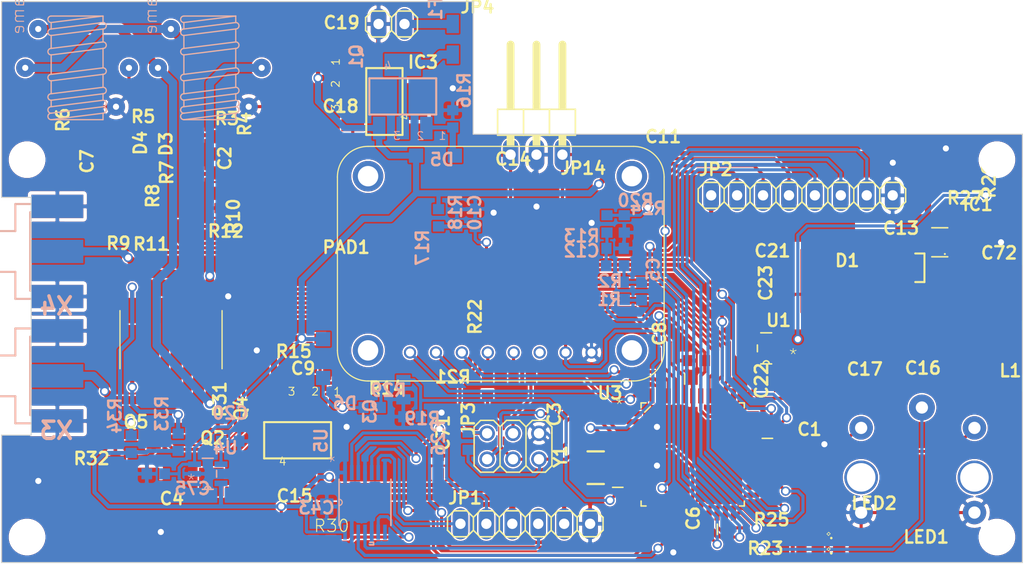
<source format=kicad_pcb>
(kicad_pcb (version 20171130) (host pcbnew 5.1.9-73d0e3b20d~88~ubuntu20.04.1)
  (layers (0 Top signal) (31 Bottom signal hide) (34 B.Paste user hide) (35 F.Paste user) (36 B.SilkS user hide) (37 F.SilkS user hide) (38 B.Mask user hide) (39 F.Mask user) (44 Edge.Cuts user))
  (net 0 "")
  (net 1 GND)
  (net 2 +5V)
  (net 3 +3V3)
  (net 4 /TXV)
  (net 5 /VIN)
  (net 6 "Net-(C9-Pad2)")
  (net 7 /TXVC)
  (net 8 "Net-(Q3-Pad3)")
  (net 9 "Net-(C20-Pad1)")
  (net 10 /RESET)
  (net 11 /MOSI)
  (net 12 /SCK)
  (net 13 /MISO)
  (net 14 /DISP_CS)
  (net 15 /DISP_RST)
  (net 16 /DISP_D_C)
  (net 17 /UCVSWRCTL+)
  (net 18 /UCVSWRCTL-)
  (net 19 /VFWD)
  (net 20 /VREV)
  (net 21 /VBAT)
  (net 22 "Net-(U3-Pad34)")
  (net 23 "Net-(U3-Pad33)")
  (net 24 /DIT)
  (net 25 /DAH)
  (net 26 "Net-(U3-Pad30)")
  (net 27 /ROTA)
  (net 28 /ROTB)
  (net 29 /U_D)
  (net 30 /FIL_CS)
  (net 31 /VOL_CS)
  (net 32 /ROTSEL)
  (net 33 /SDA)
  (net 34 /SCL)
  (net 35 "Net-(U3-Pad16)")
  (net 36 /TXM_3V3)
  (net 37 /SQUARE)
  (net 38 /BB_3V3)
  (net 39 /BA_3V3)
  (net 40 /TX0)
  (net 41 /RX0)
  (net 42 "Net-(U3-Pad8)")
  (net 43 "Net-(U3-Pad7)")
  (net 44 "Net-(LED1-PadA)")
  (net 45 "Net-(LED2-PadA)")
  (net 46 /HEART)
  (net 47 /INDTX)
  (net 48 "Net-(U$1-PadP$12)")
  (net 49 "Net-(U$1-PadP$10)")
  (net 50 "Net-(U$1-PadP$9)")
  (net 51 "Net-(U$1-PadP$11)")
  (net 52 "Net-(R22-Pad1)")
  (net 53 "Net-(U$1-PadP$6)")
  (net 54 "Net-(R21-Pad1)")
  (net 55 "Net-(D3-PadA)")
  (net 56 "Net-(D4-PadA)")
  (net 57 "Net-(C2-Pad2)")
  (net 58 "Net-(C7-Pad1)")
  (net 59 "Net-(R10-Pad1)")
  (net 60 "Net-(R11-Pad1)")
  (net 61 "Net-(D6-PadA)")
  (net 62 "Net-(F1-Pad2)")
  (net 63 "Net-(F1-Pad1)")
  (net 64 "Net-(D5-PadA)")
  (net 65 /VSWRCTL+)
  (net 66 /ANT)
  (net 67 "Net-(K1-Pad6)")
  (net 68 "Net-(K1-Pad5)")
  (net 69 "Net-(K1-Pad4)")
  (net 70 "Net-(K1-Pad3)")
  (net 71 /VSWRCTL-)
  (net 72 "Net-(C23-Pad1)")
  (net 73 /3V6)
  (net 74 "Net-(U$2-PadP$7)")
  (net 75 "Net-(U$2-PadP$6)")
  (net 76 /RXMUTE)
  (net 77 /BANDA)
  (net 78 /BANDB)
  (net 79 /SIDETONE)
  (net 80 "Net-(C5-Pad2)")
  (net 81 "Net-(C12-Pad2)")
  (net 82 "Net-(C12-Pad1)")
  (net 83 "Net-(C72-Pad2)")
  (net 84 "Net-(C72-Pad1)")
  (net 85 "Net-(IC1-Pad3)")
  (net 86 /8V)
  (net 87 "Net-(R30-Pad2)")
  (net 88 "Net-(U5-Pad8)")
  (module uiFirecrest_v2:J502-ND-142-0701-801_806 (layer Bottom) (at 101.4011 107.7036)
    (fp_text reference X3 (at 0.635 6.35) (layer B.SilkS) (effects (font (size 1.6891 1.6891) (thickness 0.33782)) (justify right bottom mirror)))
    (fp_text value SMA-142-0701-801_806)
    (pad G@3 smd rect (at 2.5654 4.4196) (size 5.08 2.286) (layers Top F.Paste F.Mask) (net 1 GND))
    (pad G@4 smd rect (at 2.5654 -4.4196) (size 5.08 2.286) (layers Top F.Paste F.Mask) (net 1 GND))
    (pad G@2 smd rect (at 2.5654 -4.4196) (size 5.08 2.286) (layers Bottom B.Paste B.Mask) (net 1 GND))
    (pad G@1 smd rect (at 2.5654 4.4196) (size 5.08 2.286) (layers Bottom B.Paste B.Mask) (net 1 GND))
    (pad 1 smd rect (at 2.5654 0) (size 5.08 2.286) (layers Bottom B.Paste B.Mask) (net 70 "Net-(K1-Pad3)"))
  )
  (module uiFirecrest_v2:J502-ND-142-0701-801_806 (layer Bottom) (at 101.4011 95.5036)
    (fp_text reference X4 (at 0.635 6.35) (layer B.SilkS) (effects (font (size 1.6891 1.6891) (thickness 0.33782)) (justify right bottom mirror)))
    (fp_text value SMA-142-0701-801_806)
    (pad G@3 smd rect (at 2.5654 4.4196) (size 5.08 2.286) (layers Top F.Paste F.Mask) (net 1 GND))
    (pad G@4 smd rect (at 2.5654 -4.4196) (size 5.08 2.286) (layers Top F.Paste F.Mask) (net 1 GND))
    (pad G@2 smd rect (at 2.5654 -4.4196) (size 5.08 2.286) (layers Bottom B.Paste B.Mask) (net 1 GND))
    (pad G@1 smd rect (at 2.5654 4.4196) (size 5.08 2.286) (layers Bottom B.Paste B.Mask) (net 1 GND))
    (pad 1 smd rect (at 2.5654 0) (size 5.08 2.286) (layers Bottom B.Paste B.Mask) (net 67 "Net-(K1-Pad6)"))
  )
  (module "" (layer Top) (at 101.0011 86.5036)
    (fp_text reference @HOLE0 hide)
    (fp_text value "" (at 0 0) (layer F.SilkS) (effects (font (size 1.27 1.27))))
    (pad "" np_thru_hole circle (at 0 0) (size 3.3 3.3) (drill 3.3) (layers *.Cu *.Mask))
  )
  (module "" (layer Top) (at 101.0011 123.5036)
    (fp_text reference @HOLE1 hide)
    (fp_text value "" (at 0 0) (layer F.SilkS) (effects (font (size 1.27 1.27))))
    (pad "" np_thru_hole circle (at 0 0) (size 3.3 3.3) (drill 3.3) (layers *.Cu *.Mask))
  )
  (module "" (layer Top) (at 196.0011 86.5036)
    (fp_text reference @HOLE2 hide)
    (fp_text value "" (at 0 0) (layer F.SilkS) (effects (font (size 1.27 1.27))))
    (pad "" np_thru_hole circle (at 0 0) (size 3.3 3.3) (drill 3.3) (layers *.Cu *.Mask))
  )
  (module "" (layer Top) (at 196.0011 123.5036)
    (fp_text reference @HOLE3 hide)
    (fp_text value "" (at 0 0) (layer F.SilkS) (effects (font (size 1.27 1.27))))
    (pad "" np_thru_hole circle (at 0 0) (size 3.3 3.3) (drill 3.3) (layers *.Cu *.Mask))
  )
  (module uiFirecrest_v2:C0603K (layer Top) (at 141.2911 116.4036 90)
    (fp_text reference C71 (at 1.2 1.17 90) (layer F.SilkS) (effects (font (size 1.2065 1.2065) (thickness 0.2413)) (justify left bottom)))
    (fp_text value 100n)
    (pad 2 smd rect (at 0.875 0 90) (size 1.05 1.08) (layers Top F.Paste F.Mask) (net 1 GND))
    (pad 1 smd rect (at -0.875 0 90) (size 1.05 1.08) (layers Top F.Paste F.Mask) (net 2 +5V))
  )
  (module uiFirecrest_v2:C0805K (layer Bottom) (at 129.3611 120.5136 180)
    (fp_text reference C43 (at 1.92 -0.83) (layer B.SilkS) (effects (font (size 1.2065 1.2065) (thickness 0.2413)) (justify right bottom mirror)))
    (fp_text value 1u)
    (pad 2 smd rect (at 1 0 180) (size 1.3 1.6) (layers Bottom B.Paste B.Mask) (net 2 +5V))
    (pad 1 smd rect (at -1 0 180) (size 1.3 1.6) (layers Bottom B.Paste B.Mask) (net 1 GND))
  )
  (module uiFirecrest_v2:SOT223 (layer Top) (at 127.5011 114.0136 180)
    (fp_text reference Q4 (at 4.8392 1.75 90) (layer F.SilkS) (effects (font (size 1.2065 1.2065) (thickness 0.2413)) (justify left bottom)))
    (fp_text value NDT2955)
    (fp_text user 2 (at -1.2906 4.3274 180) (layer F.SilkS) (effects (font (size 0.77216 0.77216) (thickness 0.097536)) (justify left bottom)))
    (fp_text user 1 (at -3.4526 4.318 180) (layer F.SilkS) (effects (font (size 0.77216 0.77216) (thickness 0.097536)) (justify left bottom)))
    (fp_text user 4 (at 1.905 -2.54 180) (layer F.SilkS) (effects (font (size 0.77216 0.77216) (thickness 0.097536)) (justify left bottom)))
    (fp_text user 3 (at 1.0208 4.318 180) (layer F.SilkS) (effects (font (size 0.77216 0.77216) (thickness 0.097536)) (justify left bottom)))
    (pad 4 smd rect (at 0 -3.099 180) (size 3.6 2.2) (layers Top F.Paste F.Mask) (net 4 /TXV))
    (pad 3 smd rect (at 2.3114 3.0988 180) (size 1.2192 2.2352) (layers Top F.Paste F.Mask) (net 5 /VIN))
    (pad 2 smd rect (at 0 3.0988 180) (size 1.2192 2.2352) (layers Top F.Paste F.Mask) (net 4 /TXV))
    (pad 1 smd rect (at -2.3114 3.0988 180) (size 1.2192 2.2352) (layers Top F.Paste F.Mask) (net 6 "Net-(C9-Pad2)"))
  )
  (module uiFirecrest_v2:SOT23 (layer Bottom) (at 136.7611 109.0536 270)
    (fp_text reference Q3 (at 3.505 1.475 90) (layer B.SilkS) (effects (font (size 1.2065 1.2065) (thickness 0.2413)) (justify right bottom mirror)))
    (fp_text value BSS123)
    (pad 1 smd rect (at -0.95 -1.1 270) (size 1 1.4) (layers Bottom B.Paste B.Mask) (net 7 /TXVC))
    (pad 2 smd rect (at 0.95 -1.1 270) (size 1 1.4) (layers Bottom B.Paste B.Mask) (net 1 GND))
    (pad 3 smd rect (at 0 1.1 270) (size 1 1.4) (layers Bottom B.Paste B.Mask) (net 8 "Net-(Q3-Pad3)"))
  )
  (module uiFirecrest_v2:SOT95P280X145-5N (layer Bottom) (at 118.7011 117.3036)
    (fp_text reference U4 (at 0.3544 -1.84) (layer B.SilkS) (effects (font (size 1.2065 1.2065) (thickness 0.2413)) (justify right bottom mirror)))
    (fp_text value LP2992AIM5-5.0)
    (fp_text user * (at -2.1336 1.3716) (layer B.SilkS) (effects (font (size 1.2065 1.2065) (thickness 0.0762)) (justify right bottom mirror)))
    (pad 5 smd rect (at 1.2954 0.9398) (size 1.27 0.5588) (layers Bottom B.Paste B.Mask) (net 2 +5V))
    (pad 4 smd rect (at 1.2954 -0.9398) (size 1.27 0.5588) (layers Bottom B.Paste B.Mask) (net 9 "Net-(C20-Pad1)"))
    (pad 3 smd rect (at -1.2954 -0.9398) (size 1.27 0.5588) (layers Bottom B.Paste B.Mask) (net 5 /VIN))
    (pad 2 smd rect (at -1.2954 0) (size 1.27 0.5588) (layers Bottom B.Paste B.Mask) (net 1 GND))
    (pad 1 smd rect (at -1.2954 0.9398) (size 1.27 0.5588) (layers Bottom B.Paste B.Mask) (net 5 /VIN))
  )
  (module uiFirecrest_v2:C0603K (layer Bottom) (at 113.6011 117.3036)
    (fp_text reference C75 (at 1.7 2.15) (layer B.SilkS) (effects (font (size 1.2065 1.2065) (thickness 0.2413)) (justify right bottom mirror)))
    (fp_text value 1u)
    (pad 2 smd rect (at 0.875 0) (size 1.05 1.08) (layers Bottom B.Paste B.Mask) (net 5 /VIN))
    (pad 1 smd rect (at -0.875 0) (size 1.05 1.08) (layers Bottom B.Paste B.Mask) (net 1 GND))
  )
  (module uiFirecrest_v2:2X03 (layer Top) (at 148.6011 114.6036)
    (fp_text reference JP3 (at -3.675 -0.89 90) (layer F.SilkS) (effects (font (size 1.2065 1.2065) (thickness 0.2413)) (justify left bottom)))
    (fp_text value PINHD-2X3)
    (pad 6 thru_hole circle (at 2.54 -1.27) (size 1.524 1.524) (drill 1.016) (layers *.Cu *.Mask) (net 1 GND))
    (pad 5 thru_hole circle (at 2.54 1.27) (size 1.524 1.524) (drill 1.016) (layers *.Cu *.Mask) (net 10 /RESET))
    (pad 4 thru_hole circle (at 0 -1.27) (size 1.524 1.524) (drill 1.016) (layers *.Cu *.Mask) (net 11 /MOSI))
    (pad 3 thru_hole circle (at 0 1.27) (size 1.524 1.524) (drill 1.016) (layers *.Cu *.Mask) (net 12 /SCK))
    (pad 2 thru_hole circle (at -2.54 -1.27) (size 1.524 1.524) (drill 1.016) (layers *.Cu *.Mask) (net 3 +3V3))
    (pad 1 thru_hole circle (at -2.54 1.27) (size 1.524 1.524) (drill 1.016) (layers *.Cu *.Mask) (net 13 /MISO))
  )
  (module uiFirecrest_v2:C0603K (layer Top) (at 165.9011 124.0036 270)
    (fp_text reference C6 (at -1 -1.05 90) (layer F.SilkS) (effects (font (size 1.2065 1.2065) (thickness 0.2413)) (justify left bottom)))
    (fp_text value 100n)
    (pad 2 smd rect (at 0.875 0 270) (size 1.05 1.08) (layers Top F.Paste F.Mask) (net 1 GND))
    (pad 1 smd rect (at -0.875 0 270) (size 1.05 1.08) (layers Top F.Paste F.Mask) (net 3 +3V3))
  )
  (module uiFirecrest_v2:C0603K (layer Top) (at 176.5011 114.6036)
    (fp_text reference C1 (at -0.2 -0.95) (layer F.SilkS) (effects (font (size 1.2065 1.2065) (thickness 0.2413)) (justify left bottom)))
    (fp_text value 100n)
    (pad 2 smd rect (at 0.875 0) (size 1.05 1.08) (layers Top F.Paste F.Mask) (net 1 GND))
    (pad 1 smd rect (at -0.875 0) (size 1.05 1.08) (layers Top F.Paste F.Mask) (net 3 +3V3))
  )
  (module uiFirecrest_v2:C0603K (layer Top) (at 166.5011 106.2036 180)
    (fp_text reference C8 (at 2.85 1.3 90) (layer F.SilkS) (effects (font (size 1.2065 1.2065) (thickness 0.2413)) (justify left bottom)))
    (fp_text value 100n)
    (pad 2 smd rect (at 0.875 0 180) (size 1.05 1.08) (layers Top F.Paste F.Mask) (net 1 GND))
    (pad 1 smd rect (at -0.875 0 180) (size 1.05 1.08) (layers Top F.Paste F.Mask) (net 3 +3V3))
  )
  (module uiFirecrest_v2:C0603K (layer Top) (at 156.3011 114.2036 180)
    (fp_text reference C3 (at 2.95 1.4 90) (layer F.SilkS) (effects (font (size 1.2065 1.2065) (thickness 0.2413)) (justify left bottom)))
    (fp_text value 100n)
    (pad 2 smd rect (at 0.875 0 180) (size 1.05 1.08) (layers Top F.Paste F.Mask) (net 1 GND))
    (pad 1 smd rect (at -0.875 0 180) (size 1.05 1.08) (layers Top F.Paste F.Mask) (net 3 +3V3))
  )
  (module uiFirecrest_v2:QFP80P1200X1200X120-44N (layer Top) (at 166.2011 115.4036)
    (fp_text reference U3 (at -9.4656 -5.3162) (layer F.SilkS) (effects (font (size 1.2065 1.2065) (thickness 0.2413)) (justify left bottom)))
    (fp_text value ATMEGA324PA-AU)
    (fp_text user * (at -7.6962 -4.1402) (layer F.SilkS) (effects (font (size 1.2065 1.2065) (thickness 0.0762)) (justify left bottom)))
    (pad 44 smd rect (at -3.9878 -5.7404 180) (size 0.508 1.4732) (layers Top F.Paste F.Mask) (net 14 /DISP_CS))
    (pad 43 smd rect (at -3.2004 -5.7404 180) (size 0.508 1.4732) (layers Top F.Paste F.Mask) (net 15 /DISP_RST))
    (pad 42 smd rect (at -2.3876 -5.7404 180) (size 0.508 1.4732) (layers Top F.Paste F.Mask) (net 16 /DISP_D_C))
    (pad 41 smd rect (at -1.6002 -5.7404 180) (size 0.508 1.4732) (layers Top F.Paste F.Mask) (net 17 /UCVSWRCTL+))
    (pad 40 smd rect (at -0.7874 -5.7404 180) (size 0.508 1.4732) (layers Top F.Paste F.Mask) (net 18 /UCVSWRCTL-))
    (pad 39 smd rect (at 0 -5.7404 180) (size 0.508 1.4732) (layers Top F.Paste F.Mask) (net 1 GND))
    (pad 38 smd rect (at 0.7874 -5.7404 180) (size 0.508 1.4732) (layers Top F.Paste F.Mask) (net 3 +3V3))
    (pad 37 smd rect (at 1.6002 -5.7404 180) (size 0.508 1.4732) (layers Top F.Paste F.Mask) (net 19 /VFWD))
    (pad 36 smd rect (at 2.3876 -5.7404 180) (size 0.508 1.4732) (layers Top F.Paste F.Mask) (net 20 /VREV))
    (pad 35 smd rect (at 3.2004 -5.7404 180) (size 0.508 1.4732) (layers Top F.Paste F.Mask) (net 21 /VBAT))
    (pad 34 smd rect (at 3.9878 -5.7404 180) (size 0.508 1.4732) (layers Top F.Paste F.Mask) (net 22 "Net-(U3-Pad34)"))
    (pad 33 smd rect (at 5.7404 -3.9878 270) (size 0.508 1.4732) (layers Top F.Paste F.Mask) (net 23 "Net-(U3-Pad33)"))
    (pad 32 smd rect (at 5.7404 -3.2004 270) (size 0.508 1.4732) (layers Top F.Paste F.Mask) (net 24 /DIT))
    (pad 31 smd rect (at 5.7404 -2.3876 270) (size 0.508 1.4732) (layers Top F.Paste F.Mask) (net 25 /DAH))
    (pad 30 smd rect (at 5.7404 -1.6002 270) (size 0.508 1.4732) (layers Top F.Paste F.Mask) (net 26 "Net-(U3-Pad30)"))
    (pad 29 smd rect (at 5.7404 -0.7874 270) (size 0.508 1.4732) (layers Top F.Paste F.Mask) (net 3 +3V3))
    (pad 28 smd rect (at 5.7404 0 270) (size 0.508 1.4732) (layers Top F.Paste F.Mask) (net 1 GND))
    (pad 27 smd rect (at 5.7404 0.7874 270) (size 0.508 1.4732) (layers Top F.Paste F.Mask) (net 3 +3V3))
    (pad 26 smd rect (at 5.7404 1.6002 270) (size 0.508 1.4732) (layers Top F.Paste F.Mask) (net 27 /ROTA))
    (pad 25 smd rect (at 5.7404 2.3876 270) (size 0.508 1.4732) (layers Top F.Paste F.Mask) (net 28 /ROTB))
    (pad 24 smd rect (at 5.7404 3.2004 270) (size 0.508 1.4732) (layers Top F.Paste F.Mask) (net 29 /U_D))
    (pad 23 smd rect (at 5.7404 3.9878 270) (size 0.508 1.4732) (layers Top F.Paste F.Mask) (net 30 /FIL_CS))
    (pad 22 smd rect (at 3.9878 5.7404 180) (size 0.508 1.4732) (layers Top F.Paste F.Mask) (net 31 /VOL_CS))
    (pad 21 smd rect (at 3.2004 5.7404 180) (size 0.508 1.4732) (layers Top F.Paste F.Mask) (net 32 /ROTSEL))
    (pad 20 smd rect (at 2.3876 5.7404 180) (size 0.508 1.4732) (layers Top F.Paste F.Mask) (net 33 /SDA))
    (pad 19 smd rect (at 1.6002 5.7404 180) (size 0.508 1.4732) (layers Top F.Paste F.Mask) (net 34 /SCL))
    (pad 18 smd rect (at 0.7874 5.7404 180) (size 0.508 1.4732) (layers Top F.Paste F.Mask) (net 1 GND))
    (pad 17 smd rect (at 0 5.7404 180) (size 0.508 1.4732) (layers Top F.Paste F.Mask) (net 3 +3V3))
    (pad 16 smd rect (at -0.7874 5.7404 180) (size 0.508 1.4732) (layers Top F.Paste F.Mask) (net 35 "Net-(U3-Pad16)"))
    (pad 15 smd rect (at -1.6002 5.7404 180) (size 0.508 1.4732) (layers Top F.Paste F.Mask) (net 36 /TXM_3V3))
    (pad 14 smd rect (at -2.3876 5.7404 180) (size 0.508 1.4732) (layers Top F.Paste F.Mask) (net 37 /SQUARE))
    (pad 13 smd rect (at -3.2004 5.7404 180) (size 0.508 1.4732) (layers Top F.Paste F.Mask) (net 38 /BB_3V3))
    (pad 12 smd rect (at -3.9878 5.7404 180) (size 0.508 1.4732) (layers Top F.Paste F.Mask) (net 39 /BA_3V3))
    (pad 11 smd rect (at -5.7404 3.9878 270) (size 0.508 1.4732) (layers Top F.Paste F.Mask) (net 7 /TXVC))
    (pad 10 smd rect (at -5.7404 3.2004 270) (size 0.508 1.4732) (layers Top F.Paste F.Mask) (net 40 /TX0))
    (pad 9 smd rect (at -5.7404 2.3876 270) (size 0.508 1.4732) (layers Top F.Paste F.Mask) (net 41 /RX0))
    (pad 8 smd rect (at -5.7404 1.6002 270) (size 0.508 1.4732) (layers Top F.Paste F.Mask) (net 42 "Net-(U3-Pad8)"))
    (pad 7 smd rect (at -5.7404 0.7874 270) (size 0.508 1.4732) (layers Top F.Paste F.Mask) (net 43 "Net-(U3-Pad7)"))
    (pad 6 smd rect (at -5.7404 0 270) (size 0.508 1.4732) (layers Top F.Paste F.Mask) (net 1 GND))
    (pad 5 smd rect (at -5.7404 -0.7874 270) (size 0.508 1.4732) (layers Top F.Paste F.Mask) (net 3 +3V3))
    (pad 4 smd rect (at -5.7404 -1.6002 270) (size 0.508 1.4732) (layers Top F.Paste F.Mask) (net 10 /RESET))
    (pad 3 smd rect (at -5.7404 -2.3876 270) (size 0.508 1.4732) (layers Top F.Paste F.Mask) (net 12 /SCK))
    (pad 2 smd rect (at -5.7404 -3.2004 270) (size 0.508 1.4732) (layers Top F.Paste F.Mask) (net 13 /MISO))
    (pad 1 smd rect (at -5.7404 -3.9878 270) (size 0.508 1.4732) (layers Top F.Paste F.Mask) (net 11 /MOSI))
  )
  (module uiFirecrest_v2:SML0805 (layer Top) (at 179.5011 124.7036 180)
    (fp_text reference LED1 (at -7.2 0.5) (layer F.SilkS) (effects (font (size 1.2065 1.2065) (thickness 0.2413)) (justify left bottom)))
    (fp_text value DNF)
    (pad A smd rect (at 1.05 0 180) (size 1.2 1.2) (layers Top F.Paste F.Mask) (net 44 "Net-(LED1-PadA)"))
    (pad C smd rect (at -1.05 0 180) (size 1.2 1.2) (layers Top F.Paste F.Mask) (net 1 GND))
  )
  (module uiFirecrest_v2:SML0805 (layer Top) (at 179.5011 123.2036 180)
    (fp_text reference LED2 (at -2.1 2.3) (layer F.SilkS) (effects (font (size 1.2065 1.2065) (thickness 0.2413)) (justify left bottom)))
    (fp_text value DNF)
    (pad A smd rect (at 1.05 0 180) (size 1.2 1.2) (layers Top F.Paste F.Mask) (net 45 "Net-(LED2-PadA)"))
    (pad C smd rect (at -1.05 0 180) (size 1.2 1.2) (layers Top F.Paste F.Mask) (net 1 GND))
  )
  (module uiFirecrest_v2:R0603 (layer Top) (at 176.0011 124.7036)
    (fp_text reference R23 (at -4.589 0.611) (layer F.SilkS) (effects (font (size 1.2065 1.2065) (thickness 0.2413)) (justify left bottom)))
    (fp_text value DNF)
    (pad 2 smd rect (at 0.85 0) (size 1 1.1) (layers Top F.Paste F.Mask) (net 44 "Net-(LED1-PadA)"))
    (pad 1 smd rect (at -0.85 0) (size 1 1.1) (layers Top F.Paste F.Mask) (net 46 /HEART))
  )
  (module uiFirecrest_v2:R0603 (layer Top) (at 176.0011 123.2036)
    (fp_text reference R25 (at -3.989 -0.689) (layer F.SilkS) (effects (font (size 1.2065 1.2065) (thickness 0.2413)) (justify left bottom)))
    (fp_text value DNF)
    (pad 2 smd rect (at 0.85 0) (size 1 1.1) (layers Top F.Paste F.Mask) (net 45 "Net-(LED2-PadA)"))
    (pad 1 smd rect (at -0.85 0) (size 1 1.1) (layers Top F.Paste F.Mask) (net 47 /INDTX))
  )
  (module uiFirecrest_v2:R0603 (layer Bottom) (at 144.2011 114.1036 270)
    (fp_text reference R26 (at 1.589 2.211 90) (layer B.SilkS) (effects (font (size 1.2065 1.2065) (thickness 0.2413)) (justify right bottom mirror)))
    (fp_text value 15k)
    (pad 2 smd rect (at 0.85 0 270) (size 1 1.1) (layers Bottom B.Paste B.Mask) (net 10 /RESET))
    (pad 1 smd rect (at -0.85 0 270) (size 1 1.1) (layers Bottom B.Paste B.Mask) (net 3 +3V3))
  )
  (module uiFirecrest_v2:OLED_LCD (layer Top) (at 131.4011 108.2036)
    (fp_text reference U$1 hide)
    (fp_text value OLED hide)
    (pad P$8 thru_hole circle (at 24.89 -2.794) (size 1.2 1.2) (drill 0.8) (layers *.Cu *.Mask) (net 1 GND))
    (pad P$12 thru_hole circle (at 28.84 -3) (size 2.998472 2.998472) (drill 1.998981) (layers *.Cu *.Mask) (net 48 "Net-(U$1-PadP$12)"))
    (pad P$10 thru_hole circle (at 28.84 -20.08) (size 2.998472 2.998472) (drill 1.998981) (layers *.Cu *.Mask) (net 49 "Net-(U$1-PadP$10)"))
    (pad P$9 thru_hole circle (at 3 -20.08) (size 2.998472 2.998472) (drill 1.998981) (layers *.Cu *.Mask) (net 50 "Net-(U$1-PadP$9)"))
    (pad P$11 thru_hole circle (at 3 -3) (size 2.998472 2.998472) (drill 1.998981) (layers *.Cu *.Mask) (net 51 "Net-(U$1-PadP$11)"))
    (pad P$1 thru_hole circle (at 7.11 -2.794) (size 1.2 1.2) (drill 0.8) (layers *.Cu *.Mask) (net 14 /DISP_CS))
    (pad P$2 thru_hole circle (at 9.65 -2.794) (size 1.2 1.2) (drill 0.8) (layers *.Cu *.Mask) (net 15 /DISP_RST))
    (pad P$4 thru_hole circle (at 14.73 -2.794) (size 1.2 1.2) (drill 0.8) (layers *.Cu *.Mask) (net 52 "Net-(R22-Pad1)"))
    (pad P$3 thru_hole circle (at 12.19 -2.794) (size 1.2 1.2) (drill 0.8) (layers *.Cu *.Mask) (net 16 /DISP_D_C))
    (pad P$6 thru_hole circle (at 19.81 -2.794) (size 1.2 1.2) (drill 0.8) (layers *.Cu *.Mask) (net 53 "Net-(U$1-PadP$6)"))
    (pad P$5 thru_hole circle (at 17.27 -2.794) (size 1.2 1.2) (drill 0.8) (layers *.Cu *.Mask) (net 54 "Net-(R21-Pad1)"))
    (pad P$7 thru_hole circle (at 22.35 -2.794) (size 1.2 1.2) (drill 0.8) (layers *.Cu *.Mask) (net 3 +3V3))
  )
  (module uiFirecrest_v2:1X03_90 (layer Top) (at 150.9011 82.2036)
    (fp_text reference JP14 (at 2.21 5.845) (layer F.SilkS) (effects (font (size 1.2065 1.2065) (thickness 0.2413)) (justify left bottom)))
    (fp_text value PINHD-1X3_90)
    (pad 3 thru_hole oval (at 2.54 3.81 90) (size 3.048 1.524) (drill 1.016) (layers *.Cu *.Mask) (net 25 /DAH))
    (pad 2 thru_hole oval (at 0 3.81 90) (size 3.048 1.524) (drill 1.016) (layers *.Cu *.Mask) (net 1 GND))
    (pad 1 thru_hole oval (at -2.54 3.81 90) (size 3.048 1.524) (drill 1.016) (layers *.Cu *.Mask) (net 24 /DIT))
  )
  (module uiFirecrest_v2:R0805 (layer Top) (at 119.7011 85.1036 270)
    (fp_text reference R3 (at -1.916 0.462) (layer F.SilkS) (effects (font (size 1.2065 1.2065) (thickness 0.2413)) (justify left bottom)))
    (fp_text value 100)
    (pad 2 smd rect (at 0.85 0 270) (size 1.3 1.5) (layers Top F.Paste F.Mask) (net 1 GND))
    (pad 1 smd rect (at -0.85 0 270) (size 1.3 1.5) (layers Top F.Paste F.Mask) (net 55 "Net-(D3-PadA)"))
  )
  (module uiFirecrest_v2:R0805 (layer Top) (at 122.0011 85.1036 270)
    (fp_text reference R4 (at -0.762 -1.016 90) (layer F.SilkS) (effects (font (size 1.2065 1.2065) (thickness 0.2413)) (justify left bottom)))
    (fp_text value 100)
    (pad 2 smd rect (at 0.85 0 270) (size 1.3 1.5) (layers Top F.Paste F.Mask) (net 1 GND))
    (pad 1 smd rect (at -0.85 0 270) (size 1.3 1.5) (layers Top F.Paste F.Mask) (net 55 "Net-(D3-PadA)"))
  )
  (module uiFirecrest_v2:R0805 (layer Top) (at 109.9011 85.2036 270)
    (fp_text reference R5 (at -2.216 -1.138) (layer F.SilkS) (effects (font (size 1.2065 1.2065) (thickness 0.2413)) (justify left bottom)))
    (fp_text value 100)
    (pad 2 smd rect (at 0.85 0 270) (size 1.3 1.5) (layers Top F.Paste F.Mask) (net 1 GND))
    (pad 1 smd rect (at -0.85 0 270) (size 1.3 1.5) (layers Top F.Paste F.Mask) (net 56 "Net-(D4-PadA)"))
  )
  (module uiFirecrest_v2:R0805 (layer Top) (at 107.8011 85.2036 270)
    (fp_text reference R6 (at -1.262 2.584 90) (layer F.SilkS) (effects (font (size 1.2065 1.2065) (thickness 0.2413)) (justify left bottom)))
    (fp_text value 100)
    (pad 2 smd rect (at 0.85 0 270) (size 1.3 1.5) (layers Top F.Paste F.Mask) (net 1 GND))
    (pad 1 smd rect (at -0.85 0 270) (size 1.3 1.5) (layers Top F.Paste F.Mask) (net 56 "Net-(D4-PadA)"))
  )
  (module uiFirecrest_v2:SOD123 (layer Top) (at 117.5011 86.0036 90)
    (fp_text reference D3 (at -0.3 -2.2 90) (layer F.SilkS) (effects (font (size 1.2065 1.2065) (thickness 0.2413)) (justify left bottom)))
    (fp_text value PMEG6010CEH)
    (pad A smd rect (at 1.9 0 90) (size 1.4 1.4) (layers Top F.Paste F.Mask) (net 55 "Net-(D3-PadA)"))
    (pad C smd rect (at -1.9 0 90) (size 1.4 1.4) (layers Top F.Paste F.Mask) (net 57 "Net-(C2-Pad2)"))
  )
  (module uiFirecrest_v2:SOD123 (layer Top) (at 111.9011 85.9036 90)
    (fp_text reference D4 (at -0.3 0.9 90) (layer F.SilkS) (effects (font (size 1.2065 1.2065) (thickness 0.2413)) (justify left bottom)))
    (fp_text value PMEG6010CEH)
    (pad A smd rect (at 1.9 0 90) (size 1.4 1.4) (layers Top F.Paste F.Mask) (net 56 "Net-(D4-PadA)"))
    (pad C smd rect (at -1.9 0 90) (size 1.4 1.4) (layers Top F.Paste F.Mask) (net 58 "Net-(C7-Pad1)"))
  )
  (module uiFirecrest_v2:R0603 (layer Top) (at 117.5011 90.3036 270)
    (fp_text reference R7 (at -1.189 2.111 90) (layer F.SilkS) (effects (font (size 1.2065 1.2065) (thickness 0.2413)) (justify left bottom)))
    (fp_text value 0)
    (pad 2 smd rect (at 0.85 0 270) (size 1 1.1) (layers Top F.Paste F.Mask) (net 59 "Net-(R10-Pad1)"))
    (pad 1 smd rect (at -0.85 0 270) (size 1 1.1) (layers Top F.Paste F.Mask) (net 57 "Net-(C2-Pad2)"))
  )
  (module uiFirecrest_v2:R0603 (layer Top) (at 112.0011 90.2036 270)
    (fp_text reference R8 (at 1.189 -2.011 90) (layer F.SilkS) (effects (font (size 1.2065 1.2065) (thickness 0.2413)) (justify left bottom)))
    (fp_text value 0)
    (pad 2 smd rect (at 0.85 0 270) (size 1 1.1) (layers Top F.Paste F.Mask) (net 60 "Net-(R11-Pad1)"))
    (pad 1 smd rect (at -0.85 0 270) (size 1 1.1) (layers Top F.Paste F.Mask) (net 58 "Net-(C7-Pad1)"))
  )
  (module uiFirecrest_v2:C0805K (layer Top) (at 120.0011 88.8036 90)
    (fp_text reference C2 (at 1.1 1.075 90) (layer F.SilkS) (effects (font (size 1.2065 1.2065) (thickness 0.2413)) (justify left bottom)))
    (fp_text value 1u)
    (pad 2 smd rect (at 1 0 90) (size 1.3 1.6) (layers Top F.Paste F.Mask) (net 57 "Net-(C2-Pad2)"))
    (pad 1 smd rect (at -1 0 90) (size 1.3 1.6) (layers Top F.Paste F.Mask) (net 1 GND))
  )
  (module uiFirecrest_v2:R0603 (layer Top) (at 109.7011 92.3036 270)
    (fp_text reference R9 (at 3.111 1.089) (layer F.SilkS) (effects (font (size 1.2065 1.2065) (thickness 0.2413)) (justify left bottom)))
    (fp_text value 2k2)
    (pad 2 smd rect (at 0.85 0 270) (size 1 1.1) (layers Top F.Paste F.Mask) (net 60 "Net-(R11-Pad1)"))
    (pad 1 smd rect (at -0.85 0 270) (size 1 1.1) (layers Top F.Paste F.Mask) (net 1 GND))
  )
  (module uiFirecrest_v2:C0805K (layer Top) (at 109.7011 88.8036 270)
    (fp_text reference C7 (at -0.8 2.125 90) (layer F.SilkS) (effects (font (size 1.2065 1.2065) (thickness 0.2413)) (justify left bottom)))
    (fp_text value 1u)
    (pad 2 smd rect (at 1 0 270) (size 1.3 1.6) (layers Top F.Paste F.Mask) (net 1 GND))
    (pad 1 smd rect (at -1 0 270) (size 1.3 1.6) (layers Top F.Paste F.Mask) (net 58 "Net-(C7-Pad1)"))
  )
  (module uiFirecrest_v2:R0603 (layer Top) (at 119.9011 92.1036 90)
    (fp_text reference R10 (at -1.889 2.011 90) (layer F.SilkS) (effects (font (size 1.2065 1.2065) (thickness 0.2413)) (justify left bottom)))
    (fp_text value 2k2)
    (pad 2 smd rect (at 0.85 0 90) (size 1 1.1) (layers Top F.Paste F.Mask) (net 1 GND))
    (pad 1 smd rect (at -0.85 0 90) (size 1 1.1) (layers Top F.Paste F.Mask) (net 59 "Net-(R10-Pad1)"))
  )
  (module uiFirecrest_v2:R0805 (layer Top) (at 112.8011 93.0036)
    (fp_text reference R11 (at -1.562 2.484) (layer F.SilkS) (effects (font (size 1.2065 1.2065) (thickness 0.2413)) (justify left bottom)))
    (fp_text value 0)
    (pad 2 smd rect (at 0.85 0) (size 1.3 1.5) (layers Top F.Paste F.Mask) (net 19 /VFWD))
    (pad 1 smd rect (at -0.85 0) (size 1.3 1.5) (layers Top F.Paste F.Mask) (net 60 "Net-(R11-Pad1)"))
  )
  (module uiFirecrest_v2:R0805 (layer Top) (at 116.6011 93.1036 180)
    (fp_text reference R12 (at -1.962 -1.116) (layer F.SilkS) (effects (font (size 1.2065 1.2065) (thickness 0.2413)) (justify left bottom)))
    (fp_text value 0)
    (pad 2 smd rect (at 0.85 0 180) (size 1.3 1.5) (layers Top F.Paste F.Mask) (net 20 /VREV))
    (pad 1 smd rect (at -0.85 0 180) (size 1.3 1.5) (layers Top F.Paste F.Mask) (net 59 "Net-(R10-Pad1)"))
  )
  (module uiFirecrest_v2:C0805K (layer Top) (at 128.7011 108.4036)
    (fp_text reference C9 (at -2 -0.725) (layer F.SilkS) (effects (font (size 1.2065 1.2065) (thickness 0.2413)) (justify left bottom)))
    (fp_text value 22n)
    (pad 2 smd rect (at 1 0) (size 1.3 1.6) (layers Top F.Paste F.Mask) (net 6 "Net-(C9-Pad2)"))
    (pad 1 smd rect (at -1 0) (size 1.3 1.6) (layers Top F.Paste F.Mask) (net 4 /TXV))
  )
  (module uiFirecrest_v2:R0603 (layer Top) (at 132.3011 108.4036 180)
    (fp_text reference R14 (at -2.011 -1.211) (layer F.SilkS) (effects (font (size 1.2065 1.2065) (thickness 0.2413)) (justify left bottom)))
    (fp_text value 22k)
    (pad 2 smd rect (at 0.85 0 180) (size 1 1.1) (layers Top F.Paste F.Mask) (net 6 "Net-(C9-Pad2)"))
    (pad 1 smd rect (at -0.85 0 180) (size 1 1.1) (layers Top F.Paste F.Mask) (net 61 "Net-(D6-PadA)"))
  )
  (module uiFirecrest_v2:R0603 (layer Top) (at 129.7011 104.9036 270)
    (fp_text reference R15 (at 1.111 4.489) (layer F.SilkS) (effects (font (size 1.2065 1.2065) (thickness 0.2413)) (justify left bottom)))
    (fp_text value 91k)
    (pad 2 smd rect (at 0.85 0 270) (size 1 1.1) (layers Top F.Paste F.Mask) (net 6 "Net-(C9-Pad2)"))
    (pad 1 smd rect (at -0.85 0 270) (size 1 1.1) (layers Top F.Paste F.Mask) (net 5 /VIN))
  )
  (module uiFirecrest_v2:1X02 (layer Top) (at 136.7011 73.2036 180)
    (fp_text reference JP4 (at -6.6162 0.9712) (layer F.SilkS) (effects (font (size 1.2065 1.2065) (thickness 0.2413)) (justify left bottom)))
    (fp_text value PINHD-1X2)
    (pad 2 thru_hole oval (at 1.27 0 270) (size 3.048 1.524) (drill 1.016) (layers *.Cu *.Mask) (net 1 GND))
    (pad 1 thru_hole oval (at -1.27 0 270) (size 3.048 1.524) (drill 1.016) (layers *.Cu *.Mask) (net 62 "Net-(F1-Pad2)"))
  )
  (module uiFirecrest_v2:SOT223 (layer Bottom) (at 137.8011 80.3036 180)
    (fp_text reference Q1 (at 3.8508 2.54 270) (layer B.SilkS) (effects (font (size 1.2065 1.2065) (thickness 0.2413)) (justify right bottom mirror)))
    (fp_text value NDT2955)
    (fp_text user 2 (at -1.2906 -4.3274 180) (layer B.SilkS) (effects (font (size 0.77216 0.77216) (thickness 0.097536)) (justify right bottom mirror)))
    (fp_text user 1 (at -3.4526 -4.318 180) (layer B.SilkS) (effects (font (size 0.77216 0.77216) (thickness 0.097536)) (justify right bottom mirror)))
    (fp_text user 4 (at 1.905 2.54 180) (layer B.SilkS) (effects (font (size 0.77216 0.77216) (thickness 0.097536)) (justify right bottom mirror)))
    (fp_text user 3 (at 1.0208 -4.318 180) (layer B.SilkS) (effects (font (size 0.77216 0.77216) (thickness 0.097536)) (justify right bottom mirror)))
    (pad 4 smd rect (at 0 3.099 180) (size 3.6 2.2) (layers Bottom B.Paste B.Mask) (net 63 "Net-(F1-Pad1)"))
    (pad 3 smd rect (at 2.3114 -3.0988 180) (size 1.2192 2.2352) (layers Bottom B.Paste B.Mask) (net 5 /VIN))
    (pad 2 smd rect (at 0 -3.0988 180) (size 1.2192 2.2352) (layers Bottom B.Paste B.Mask) (net 63 "Net-(F1-Pad1)"))
    (pad 1 smd rect (at -2.3114 -3.0988 180) (size 1.2192 2.2352) (layers Bottom B.Paste B.Mask) (net 64 "Net-(D5-PadA)"))
  )
  (module uiFirecrest_v2:R0603 (layer Bottom) (at 142.7011 82.5036 90)
    (fp_text reference R16 (at 0.889 1.811 90) (layer B.SilkS) (effects (font (size 1.2065 1.2065) (thickness 0.2413)) (justify right bottom mirror)))
    (fp_text value 10k)
    (pad 2 smd rect (at 0.85 0 90) (size 1 1.1) (layers Bottom B.Paste B.Mask) (net 1 GND))
    (pad 1 smd rect (at -0.85 0 90) (size 1 1.1) (layers Bottom B.Paste B.Mask) (net 64 "Net-(D5-PadA)"))
  )
  (module uiFirecrest_v2:R0603 (layer Bottom) (at 141.3011 92.2036 90)
    (fp_text reference R17 (at -4.835 -0.865 90) (layer B.SilkS) (effects (font (size 1.2065 1.2065) (thickness 0.2413)) (justify right bottom mirror)))
    (fp_text value 122k)
    (pad 2 smd rect (at 0.85 0 90) (size 1 1.1) (layers Bottom B.Paste B.Mask) (net 5 /VIN))
    (pad 1 smd rect (at -0.85 0 90) (size 1 1.1) (layers Bottom B.Paste B.Mask) (net 21 /VBAT))
  )
  (module uiFirecrest_v2:R0603 (layer Bottom) (at 143.1011 92.2036 270)
    (fp_text reference R18 (at 1.365 -0.565 90) (layer B.SilkS) (effects (font (size 1.2065 1.2065) (thickness 0.2413)) (justify right bottom mirror)))
    (fp_text value 22.6k)
    (pad 2 smd rect (at 0.85 0 270) (size 1 1.1) (layers Bottom B.Paste B.Mask) (net 21 /VBAT))
    (pad 1 smd rect (at -0.85 0 270) (size 1 1.1) (layers Bottom B.Paste B.Mask) (net 1 GND))
  )
  (module uiFirecrest_v2:C0603K (layer Bottom) (at 144.9011 92.2036 270)
    (fp_text reference C10 (at 1.4 -0.65 90) (layer B.SilkS) (effects (font (size 1.2065 1.2065) (thickness 0.2413)) (justify right bottom mirror)))
    (fp_text value 100n)
    (pad 2 smd rect (at 0.875 0 270) (size 1.05 1.08) (layers Bottom B.Paste B.Mask) (net 21 /VBAT))
    (pad 1 smd rect (at -0.875 0 270) (size 1.05 1.08) (layers Bottom B.Paste B.Mask) (net 1 GND))
  )
  (module uiFirecrest_v2:C0603K (layer Top) (at 156.0011 86.0036 180)
    (fp_text reference C11 (at -5.4 1.05) (layer F.SilkS) (effects (font (size 1.2065 1.2065) (thickness 0.2413)) (justify left bottom)))
    (fp_text value 10n)
    (pad 2 smd rect (at 0.875 0 180) (size 1.05 1.08) (layers Top F.Paste F.Mask) (net 25 /DAH))
    (pad 1 smd rect (at -0.875 0 180) (size 1.05 1.08) (layers Top F.Paste F.Mask) (net 1 GND))
  )
  (module uiFirecrest_v2:C0603K (layer Top) (at 145.8011 86.0036)
    (fp_text reference C14 (at 0.9 1.15) (layer F.SilkS) (effects (font (size 1.2065 1.2065) (thickness 0.2413)) (justify left bottom)))
    (fp_text value 10n)
    (pad 2 smd rect (at 0.875 0) (size 1.05 1.08) (layers Top F.Paste F.Mask) (net 24 /DIT))
    (pad 1 smd rect (at -0.875 0) (size 1.05 1.08) (layers Top F.Paste F.Mask) (net 1 GND))
  )
  (module uiFirecrest_v2:G6KU_OMRON (layer Top) (at 110.1011 107.0036)
    (fp_text reference K1 hide)
    (fp_text value G6KU_OMRON hide)
    (pad 8 smd rect (at 1.2 -5.7 180) (size 0.8 2.5) (layers Top F.Paste F.Mask) (net 65 /VSWRCTL+))
    (pad 7 smd rect (at 4.4 -5.7 180) (size 0.8 2.5) (layers Top F.Paste F.Mask) (net 66 /ANT))
    (pad 6 smd rect (at 6.6 -5.7 180) (size 0.8 2.5) (layers Top F.Paste F.Mask) (net 67 "Net-(K1-Pad6)"))
    (pad 5 smd rect (at 8.8 -5.7 180) (size 0.8 2.5) (layers Top F.Paste F.Mask) (net 68 "Net-(K1-Pad5)"))
    (pad 4 smd rect (at 8.8 0 180) (size 0.8 2.5) (layers Top F.Paste F.Mask) (net 69 "Net-(K1-Pad4)"))
    (pad 3 smd rect (at 6.6 0 180) (size 0.8 2.5) (layers Top F.Paste F.Mask) (net 70 "Net-(K1-Pad3)"))
    (pad 2 smd rect (at 4.4 0 180) (size 0.8 2.5) (layers Top F.Paste F.Mask) (net 66 /ANT))
    (pad 1 smd rect (at 1.2 0 180) (size 0.8 2.5) (layers Top F.Paste F.Mask) (net 71 /VSWRCTL-))
  )
  (module uiFirecrest_v2:SOD123 (layer Bottom) (at 141.0011 86.1036)
    (fp_text reference D5 (at -0.7 1.1) (layer B.SilkS) (effects (font (size 1.2065 1.2065) (thickness 0.2413)) (justify right bottom mirror)))
    (fp_text value 5V1)
    (pad A smd rect (at 1.9 0) (size 1.4 1.4) (layers Bottom B.Paste B.Mask) (net 64 "Net-(D5-PadA)"))
    (pad C smd rect (at -1.9 0) (size 1.4 1.4) (layers Bottom B.Paste B.Mask) (net 5 /VIN))
  )
  (module uiFirecrest_v2:SOD123 (layer Bottom) (at 130.0011 106.0036 270)
    (fp_text reference D6 (at 5.1 -0.8 180) (layer B.SilkS) (effects (font (size 1.2065 1.2065) (thickness 0.2413)) (justify right bottom mirror)))
    (fp_text value 5V1)
    (pad A smd rect (at 1.9 0 270) (size 1.4 1.4) (layers Bottom B.Paste B.Mask) (net 61 "Net-(D6-PadA)"))
    (pad C smd rect (at -1.9 0 270) (size 1.4 1.4) (layers Bottom B.Paste B.Mask) (net 5 /VIN))
  )
  (module uiFirecrest_v2:C0805K (layer Top) (at 123.5011 118.0036 270)
    (fp_text reference C15 (at 2.175 -1.8) (layer F.SilkS) (effects (font (size 1.2065 1.2065) (thickness 0.2413)) (justify left bottom)))
    (fp_text value 0.1uF)
    (pad 2 smd rect (at 1 0 270) (size 1.3 1.6) (layers Top F.Paste F.Mask) (net 1 GND))
    (pad 1 smd rect (at -1 0 270) (size 1.3 1.6) (layers Top F.Paste F.Mask) (net 4 /TXV))
  )
  (module uiFirecrest_v2:R0603 (layer Bottom) (at 138.7011 111.7036)
    (fp_text reference R19 (at -0.889 0.889) (layer B.SilkS) (effects (font (size 1.2065 1.2065) (thickness 0.2413)) (justify right bottom mirror)))
    (fp_text value 10k)
    (pad 2 smd rect (at 0.85 0) (size 1 1.1) (layers Bottom B.Paste B.Mask) (net 7 /TXVC))
    (pad 1 smd rect (at -0.85 0) (size 1 1.1) (layers Bottom B.Paste B.Mask) (net 1 GND))
  )
  (module uiFirecrest_v2:R0603 (layer Top) (at 149.5011 107.9036)
    (fp_text reference R21 (at -4.889 0.611) (layer F.SilkS) (effects (font (size 1.2065 1.2065) (thickness 0.2413)) (justify left bottom mirror)))
    (fp_text value 3k3)
    (pad 2 smd rect (at 0.85 0) (size 1 1.1) (layers Top F.Paste F.Mask) (net 11 /MOSI))
    (pad 1 smd rect (at -0.85 0) (size 1 1.1) (layers Top F.Paste F.Mask) (net 54 "Net-(R21-Pad1)"))
  )
  (module uiFirecrest_v2:R0603 (layer Top) (at 146.1011 108.7036 270)
    (fp_text reference R22 (at -4.889 0.511 90) (layer F.SilkS) (effects (font (size 1.2065 1.2065) (thickness 0.2413)) (justify left bottom)))
    (fp_text value 3k3)
    (pad 2 smd rect (at 0.85 0 270) (size 1 1.1) (layers Top F.Paste F.Mask) (net 12 /SCK))
    (pad 1 smd rect (at -0.85 0 270) (size 1 1.1) (layers Top F.Paste F.Mask) (net 52 "Net-(R22-Pad1)"))
  )
  (module uiFirecrest_v2:C0603K (layer Bottom) (at 120.9011 114.1036)
    (fp_text reference C20 (at -1.9 -2.05) (layer B.SilkS) (effects (font (size 1.2065 1.2065) (thickness 0.2413)) (justify right bottom mirror)))
    (fp_text value 10n)
    (pad 2 smd rect (at 0.875 0) (size 1.05 1.08) (layers Bottom B.Paste B.Mask) (net 1 GND))
    (pad 1 smd rect (at -0.875 0) (size 1.05 1.08) (layers Bottom B.Paste B.Mask) (net 9 "Net-(C20-Pad1)"))
  )
  (module uiFirecrest_v2:C0603K (layer Top) (at 170.3011 95.2036 180)
    (fp_text reference C21 (at -1.8 -0.95) (layer F.SilkS) (effects (font (size 1.2065 1.2065) (thickness 0.2413)) (justify left bottom)))
    (fp_text value 1u)
    (pad 2 smd rect (at 0.875 0 180) (size 1.05 1.08) (layers Top F.Paste F.Mask) (net 3 +3V3))
    (pad 1 smd rect (at -0.875 0 180) (size 1.05 1.08) (layers Top F.Paste F.Mask) (net 1 GND))
  )
  (module uiFirecrest_v2:SOT95P280X145-5N (layer Top) (at 173.4011 105.0036 180)
    (fp_text reference U1 (at 0.1544 2.04) (layer F.SilkS) (effects (font (size 1.2065 1.2065) (thickness 0.2413)) (justify left bottom)))
    (fp_text value LP2985-33DBVR)
    (fp_text user * (at -2.1336 -1.3716 180) (layer F.SilkS) (effects (font (size 1.2065 1.2065) (thickness 0.0762)) (justify left bottom)))
    (pad 5 smd rect (at 1.2954 -0.9398 180) (size 1.27 0.5588) (layers Top F.Paste F.Mask) (net 3 +3V3))
    (pad 4 smd rect (at 1.2954 0.9398 180) (size 1.27 0.5588) (layers Top F.Paste F.Mask) (net 72 "Net-(C23-Pad1)"))
    (pad 3 smd rect (at -1.2954 0.9398 180) (size 1.27 0.5588) (layers Top F.Paste F.Mask) (net 73 /3V6))
    (pad 2 smd rect (at -1.2954 0 180) (size 1.27 0.5588) (layers Top F.Paste F.Mask) (net 1 GND))
    (pad 1 smd rect (at -1.2954 -0.9398 180) (size 1.27 0.5588) (layers Top F.Paste F.Mask) (net 73 /3V6))
  )
  (module uiFirecrest_v2:C0603K (layer Top) (at 174.7011 107.9036 90)
    (fp_text reference C22 (at -2.2 -1.05 90) (layer F.SilkS) (effects (font (size 1.2065 1.2065) (thickness 0.2413)) (justify left bottom)))
    (fp_text value 1u)
    (pad 2 smd rect (at 0.875 0 90) (size 1.05 1.08) (layers Top F.Paste F.Mask) (net 73 /3V6))
    (pad 1 smd rect (at -0.875 0 90) (size 1.05 1.08) (layers Top F.Paste F.Mask) (net 1 GND))
  )
  (module uiFirecrest_v2:C0603K (layer Top) (at 172.1011 101.7036 90)
    (fp_text reference C23 (at 1.2 1.95 90) (layer F.SilkS) (effects (font (size 1.2065 1.2065) (thickness 0.2413)) (justify left bottom)))
    (fp_text value 10n)
    (pad 2 smd rect (at 0.875 0 90) (size 1.05 1.08) (layers Top F.Paste F.Mask) (net 1 GND))
    (pad 1 smd rect (at -0.875 0 90) (size 1.05 1.08) (layers Top F.Paste F.Mask) (net 72 "Net-(C23-Pad1)"))
  )
  (module uiFirecrest_v2:R1206W (layer Bottom) (at 142.7011 74.7036 90)
    (fp_text reference F1 (at 1.705 -0.97 90) (layer B.SilkS) (effects (font (size 1.2065 1.2065) (thickness 0.2413)) (justify right bottom mirror)))
    (fp_text value FUSE)
    (pad 2 smd rect (at 1.499 0 90) (size 1.8 1.2) (layers Bottom B.Paste B.Mask) (net 62 "Net-(F1-Pad2)"))
    (pad 1 smd rect (at -1.499 0 90) (size 1.8 1.2) (layers Bottom B.Paste B.Mask) (net 63 "Net-(F1-Pad1)"))
  )
  (module uiFirecrest_v2:ROTENC (layer Top) (at 182.7011 121.1036)
    (fp_text reference U$2 hide)
    (fp_text value ROTENC hide)
    (pad P$7 thru_hole circle (at 11.1 -3.45) (size 3.3 3.3) (drill 2.8) (layers *.Cu *.Mask) (net 74 "Net-(U$2-PadP$7)"))
    (pad P$6 thru_hole circle (at 0 -3.45) (size 3.3 3.3) (drill 2.8) (layers *.Cu *.Mask) (net 75 "Net-(U$2-PadP$6)"))
    (pad P$5 thru_hole circle (at 5.95 -10.3) (size 2.54 2.54) (drill 1.2) (layers *.Cu *.Mask) (net 32 /ROTSEL))
    (pad P$4 thru_hole circle (at 11.1 0) (size 2.3 2.3) (drill 1.2) (layers *.Cu *.Mask) (net 1 GND))
    (pad P$2 thru_hole circle (at 11.1 -8.3) (size 2.3 2.3) (drill 1.2) (layers *.Cu *.Mask) (net 28 /ROTB))
    (pad P$1 thru_hole circle (at 0 -8.3) (size 2.3 2.3) (drill 1.2) (layers *.Cu *.Mask) (net 27 /ROTA))
    (pad P$3 thru_hole circle (at 0 0) (size 2.3 2.3) (drill 1.2) (layers *.Cu *.Mask) (net 1 GND))
  )
  (module uiFirecrest_v2:RESONATOR (layer Top) (at 156.7011 116.7036 270)
    (fp_text reference Y1 (at 0.15 2.75 90) (layer F.SilkS) (effects (font (size 1.2065 1.2065) (thickness 0.2413)) (justify left bottom)))
    (fp_text value "8 MHz")
    (pad 1 smd rect (at -1 0) (size 2 0.7) (layers Top F.Paste F.Mask) (net 43 "Net-(U3-Pad7)"))
    (pad 3 smd rect (at 1 0) (size 2 0.7) (layers Top F.Paste F.Mask) (net 42 "Net-(U3-Pad8)"))
    (pad 2 smd rect (at 0 0) (size 2 0.7) (layers Top F.Paste F.Mask) (net 1 GND))
  )
  (module uiFirecrest_v2:SMC_D (layer Top) (at 115.9011 118.1036 180)
    (fp_text reference C4 (at 2.06 -2.34) (layer F.SilkS) (effects (font (size 1.2065 1.2065) (thickness 0.2413)) (justify left bottom)))
    (fp_text value 100uF/16V)
    (pad - smd rect (at 3.15 0) (size 2.4 2.8) (layers Top F.Paste F.Mask) (net 1 GND))
    (pad + smd rect (at -3.15 0 180) (size 2.4 2.8) (layers Top F.Paste F.Mask) (net 5 /VIN))
  )
  (module uiFirecrest_v2:1X06 (layer Top) (at 149.8011 122.2036)
    (fp_text reference JP1 (at -7.6962 -1.8288) (layer F.SilkS) (effects (font (size 1.2065 1.2065) (thickness 0.2413)) (justify left bottom)))
    (fp_text value PINHD-1X6)
    (pad 6 thru_hole oval (at 6.35 0 90) (size 3.048 1.524) (drill 1.016) (layers *.Cu *.Mask) (net 1 GND))
    (pad 5 thru_hole oval (at 3.81 0 90) (size 3.048 1.524) (drill 1.016) (layers *.Cu *.Mask) (net 2 +5V))
    (pad 4 thru_hole oval (at 1.27 0 90) (size 3.048 1.524) (drill 1.016) (layers *.Cu *.Mask) (net 76 /RXMUTE))
    (pad 3 thru_hole oval (at -1.27 0 90) (size 3.048 1.524) (drill 1.016) (layers *.Cu *.Mask) (net 4 /TXV))
    (pad 2 thru_hole oval (at -3.81 0 90) (size 3.048 1.524) (drill 1.016) (layers *.Cu *.Mask) (net 77 /BANDA))
    (pad 1 thru_hole oval (at -6.35 0 90) (size 3.048 1.524) (drill 1.016) (layers *.Cu *.Mask) (net 78 /BANDB))
  )
  (module uiFirecrest_v2:1X08 (layer Top) (at 176.9011 90.0036)
    (fp_text reference JP2 (at -10.2362 -1.8288) (layer F.SilkS) (effects (font (size 1.2065 1.2065) (thickness 0.2413)) (justify left bottom)))
    (fp_text value PINHD-1X8)
    (pad 8 thru_hole oval (at 8.89 0 90) (size 3.048 1.524) (drill 1.016) (layers *.Cu *.Mask) (net 1 GND))
    (pad 7 thru_hole oval (at 6.35 0 90) (size 3.048 1.524) (drill 1.016) (layers *.Cu *.Mask) (net 31 /VOL_CS))
    (pad 6 thru_hole oval (at 3.81 0 90) (size 3.048 1.524) (drill 1.016) (layers *.Cu *.Mask) (net 29 /U_D))
    (pad 5 thru_hole oval (at 1.27 0 90) (size 3.048 1.524) (drill 1.016) (layers *.Cu *.Mask) (net 30 /FIL_CS))
    (pad 4 thru_hole oval (at -1.27 0 90) (size 3.048 1.524) (drill 1.016) (layers *.Cu *.Mask) (net 79 /SIDETONE))
    (pad 3 thru_hole oval (at -3.81 0 90) (size 3.048 1.524) (drill 1.016) (layers *.Cu *.Mask) (net 33 /SDA))
    (pad 2 thru_hole oval (at -6.35 0 90) (size 3.048 1.524) (drill 1.016) (layers *.Cu *.Mask) (net 34 /SCL))
    (pad 1 thru_hole oval (at -8.89 0 90) (size 3.048 1.524) (drill 1.016) (layers *.Cu *.Mask) (net 3 +3V3))
  )
  (module uiFirecrest_v2:C0603K (layer Bottom) (at 161.2011 99.4036 270)
    (fp_text reference C5 (at -0.8 -1.85 90) (layer B.SilkS) (effects (font (size 1.2065 1.2065) (thickness 0.2413)) (justify right bottom mirror)))
    (fp_text value 100n)
    (pad 2 smd rect (at 0.875 0 270) (size 1.05 1.08) (layers Bottom B.Paste B.Mask) (net 80 "Net-(C5-Pad2)"))
    (pad 1 smd rect (at -0.875 0 270) (size 1.05 1.08) (layers Bottom B.Paste B.Mask) (net 81 "Net-(C12-Pad2)"))
  )
  (module uiFirecrest_v2:R0603 (layer Bottom) (at 158.7011 100.2036 180)
    (fp_text reference R1 (at 2.011 -0.711) (layer B.SilkS) (effects (font (size 1.2065 1.2065) (thickness 0.2413)) (justify right bottom mirror)))
    (fp_text value 1k)
    (pad 2 smd rect (at 0.85 0 180) (size 1 1.1) (layers Bottom B.Paste B.Mask) (net 37 /SQUARE))
    (pad 1 smd rect (at -0.85 0 180) (size 1 1.1) (layers Bottom B.Paste B.Mask) (net 80 "Net-(C5-Pad2)"))
  )
  (module uiFirecrest_v2:R0603 (layer Bottom) (at 158.6011 98.5036 180)
    (fp_text reference R2 (at 1.811 -0.611) (layer B.SilkS) (effects (font (size 1.2065 1.2065) (thickness 0.2413)) (justify right bottom mirror)))
    (fp_text value 2k2)
    (pad 2 smd rect (at 0.85 0 180) (size 1 1.1) (layers Bottom B.Paste B.Mask) (net 1 GND))
    (pad 1 smd rect (at -0.85 0 180) (size 1 1.1) (layers Bottom B.Paste B.Mask) (net 81 "Net-(C12-Pad2)"))
  )
  (module uiFirecrest_v2:R0603 (layer Bottom) (at 158.6011 95.2036)
    (fp_text reference R13 (at -5.189 -0.511) (layer B.SilkS) (effects (font (size 1.2065 1.2065) (thickness 0.2413)) (justify right bottom mirror)))
    (fp_text value 2k2)
    (pad 2 smd rect (at 0.85 0) (size 1 1.1) (layers Bottom B.Paste B.Mask) (net 1 GND))
    (pad 1 smd rect (at -0.85 0) (size 1 1.1) (layers Bottom B.Paste B.Mask) (net 82 "Net-(C12-Pad1)"))
  )
  (module uiFirecrest_v2:C0603K (layer Bottom) (at 158.6011 96.9036)
    (fp_text reference C12 (at -5.2 -0.75) (layer B.SilkS) (effects (font (size 1.2065 1.2065) (thickness 0.2413)) (justify right bottom mirror)))
    (fp_text value 100n)
    (pad 2 smd rect (at 0.875 0) (size 1.05 1.08) (layers Bottom B.Paste B.Mask) (net 81 "Net-(C12-Pad2)"))
    (pad 1 smd rect (at -0.875 0) (size 1.05 1.08) (layers Bottom B.Paste B.Mask) (net 82 "Net-(C12-Pad1)"))
  )
  (module uiFirecrest_v2:R0603 (layer Bottom) (at 157.8011 92.8036 90)
    (fp_text reference R20 (at 1.589 0.889 180) (layer B.SilkS) (effects (font (size 1.2065 1.2065) (thickness 0.2413)) (justify right bottom mirror)))
    (fp_text value 15k)
    (pad 2 smd rect (at 0.85 0 90) (size 1 1.1) (layers Bottom B.Paste B.Mask) (net 79 /SIDETONE))
    (pad 1 smd rect (at -0.85 0 90) (size 1 1.1) (layers Bottom B.Paste B.Mask) (net 82 "Net-(C12-Pad1)"))
  )
  (module uiFirecrest_v2:R0603 (layer Bottom) (at 159.5011 92.8036 270)
    (fp_text reference R24 (at -0.811 -0.411 180) (layer B.SilkS) (effects (font (size 1.2065 1.2065) (thickness 0.2413)) (justify right bottom mirror)))
    (fp_text value 2k2)
    (pad 2 smd rect (at 0.85 0 270) (size 1 1.1) (layers Bottom B.Paste B.Mask) (net 1 GND))
    (pad 1 smd rect (at -0.85 0 270) (size 1 1.1) (layers Bottom B.Paste B.Mask) (net 79 /SIDETONE))
  )
  (module uiFirecrest_v2:CAN (layer Top) (at 177.4011 93.4036)
    (fp_text reference U$3 hide)
    (fp_text value RFCAN hide)
    (pad P$1 smd rect (at 0 0) (size 9.4 2.3) (layers Top F.Paste F.Mask) (net 1 GND))
  )
  (module uiFirecrest_v2:CAN (layer Top) (at 182.0011 109.5036)
    (fp_text reference U$4 hide)
    (fp_text value RFCAN hide)
    (pad P$1 smd rect (at 0 0) (size 9.4 2.3) (layers Top F.Paste F.Mask) (net 1 GND))
  )
  (module uiFirecrest_v2:C0603K (layer Top) (at 193.2011 96.6036 270)
    (fp_text reference C72 (at -0.25 -1.1) (layer F.SilkS) (effects (font (size 1.2065 1.2065) (thickness 0.2413)) (justify left bottom)))
    (fp_text value 220n)
    (pad 2 smd rect (at 0.875 0 270) (size 1.05 1.08) (layers Top F.Paste F.Mask) (net 83 "Net-(C72-Pad2)"))
    (pad 1 smd rect (at -0.875 0 270) (size 1.05 1.08) (layers Top F.Paste F.Mask) (net 84 "Net-(C72-Pad1)"))
  )
  (module uiFirecrest_v2:SOT23-6 (layer Top) (at 190.4011 94.6036 90)
    (fp_text reference IC1 (at 2.998 2.097) (layer F.SilkS) (effects (font (size 1.2065 1.2065) (thickness 0.2413)) (justify left bottom)))
    (fp_text value LM2840X)
    (pad 6 smd rect (at -0.95 -1.15 90) (size 0.6 0.9) (layers Top F.Paste F.Mask) (net 83 "Net-(C72-Pad2)"))
    (pad 5 smd rect (at 0 -1.15 90) (size 0.6 0.9) (layers Top F.Paste F.Mask) (net 5 /VIN))
    (pad 4 smd rect (at 0.95 -1.15 90) (size 0.6 0.9) (layers Top F.Paste F.Mask) (net 5 /VIN))
    (pad 3 smd rect (at 0.95 1.15 90) (size 0.6 0.9) (layers Top F.Paste F.Mask) (net 85 "Net-(IC1-Pad3)"))
    (pad 2 smd rect (at 0 1.15 90) (size 0.6 0.9) (layers Top F.Paste F.Mask) (net 1 GND))
    (pad 1 smd rect (at -0.95 1.15 90) (size 0.6 0.9) (layers Top F.Paste F.Mask) (net 84 "Net-(C72-Pad1)"))
  )
  (module uiFirecrest_v2:R0603 (layer Top) (at 194.1011 91.9036)
    (fp_text reference R27 (at -3.135 -0.935) (layer F.SilkS) (effects (font (size 1.2065 1.2065) (thickness 0.2413)) (justify left bottom)))
    (fp_text value 35.7k)
    (pad 2 smd rect (at 0.85 0) (size 1 1.1) (layers Top F.Paste F.Mask) (net 73 /3V6))
    (pad 1 smd rect (at -0.85 0) (size 1 1.1) (layers Top F.Paste F.Mask) (net 85 "Net-(IC1-Pad3)"))
  )
  (module uiFirecrest_v2:R0603 (layer Top) (at 194.1011 93.5036 180)
    (fp_text reference R28 (at -1.835 3.035 90) (layer F.SilkS) (effects (font (size 1.2065 1.2065) (thickness 0.2413)) (justify left bottom)))
    (fp_text value 10k)
    (pad 2 smd rect (at 0.85 0 180) (size 1 1.1) (layers Top F.Paste F.Mask) (net 85 "Net-(IC1-Pad3)"))
    (pad 1 smd rect (at -0.85 0 180) (size 1 1.1) (layers Top F.Paste F.Mask) (net 1 GND))
  )
  (module uiFirecrest_v2:C0805K (layer Top) (at 185.7011 94.8036)
    (fp_text reference C13 (at -1 -0.875) (layer F.SilkS) (effects (font (size 1.2065 1.2065) (thickness 0.2413)) (justify left bottom)))
    (fp_text value 1u)
    (pad 2 smd rect (at 1 0) (size 1.3 1.6) (layers Top F.Paste F.Mask) (net 5 /VIN))
    (pad 1 smd rect (at -1 0) (size 1.3 1.6) (layers Top F.Paste F.Mask) (net 1 GND))
  )
  (module uiFirecrest_v2:SMC_D (layer Top) (at 184.5011 102.8036 90)
    (fp_text reference C16 (at -4.84 2.34) (layer F.SilkS) (effects (font (size 1.2065 1.2065) (thickness 0.2413)) (justify left bottom)))
    (fp_text value 220u)
    (pad - smd rect (at 3.15 0 270) (size 2.4 2.8) (layers Top F.Paste F.Mask) (net 1 GND))
    (pad + smd rect (at -3.15 0 90) (size 2.4 2.8) (layers Top F.Paste F.Mask) (net 73 /3V6))
  )
  (module uiFirecrest_v2:SMC_D (layer Top) (at 178.7011 102.8036 90)
    (fp_text reference C17 (at -4.94 2.44) (layer F.SilkS) (effects (font (size 1.2065 1.2065) (thickness 0.2413)) (justify left bottom)))
    (fp_text value 220u)
    (pad - smd rect (at 3.15 0 270) (size 2.4 2.8) (layers Top F.Paste F.Mask) (net 1 GND))
    (pad + smd rect (at -3.15 0 90) (size 2.4 2.8) (layers Top F.Paste F.Mask) (net 73 /3V6))
  )
  (module uiFirecrest_v2:LPS8045B-224MRB (layer Top) (at 192.2011 105.7036 180)
    (fp_text reference L1 (at -3.9 -2.2) (layer F.SilkS) (effects (font (size 1.2065 1.2065) (thickness 0.2413)) (justify left bottom)))
    (fp_text value MSS7341-104MLB)
    (pad 2 smd rect (at 0 5.21 180) (size 8.61 3.4) (layers Top F.Paste F.Mask) (net 83 "Net-(C72-Pad2)"))
    (pad 1 smd rect (at 0 0 180) (size 8.61 3.4) (layers Top F.Paste F.Mask) (net 73 /3V6))
  )
  (module uiFirecrest_v2:CMS06_DIODE (layer Top) (at 183.2011 97.1036 270)
    (fp_text reference D1 (at 0 3.2) (layer F.SilkS) (effects (font (size 1.2065 1.2065) (thickness 0.2413)) (justify left bottom)))
    (fp_text value CMS06)
    (pad CAT smd rect (at 0 -4.4 270) (size 2.1 1.4) (layers Top F.Paste F.Mask) (net 83 "Net-(C72-Pad2)"))
    (pad AN smd rect (at 0 0 270) (size 2.1 1.4) (layers Top F.Paste F.Mask) (net 1 GND))
  )
  (module uiFirecrest_v2:R0603 (layer Bottom) (at 134.8011 110.8036 180)
    (fp_text reference R29 (at 0.311 0.989) (layer B.SilkS) (effects (font (size 1.2065 1.2065) (thickness 0.2413)) (justify right bottom mirror)))
    (fp_text value 22k)
    (pad 2 smd rect (at 0.85 0 180) (size 1 1.1) (layers Bottom B.Paste B.Mask) (net 61 "Net-(D6-PadA)"))
    (pad 1 smd rect (at -0.85 0 180) (size 1 1.1) (layers Bottom B.Paste B.Mask) (net 8 "Net-(Q3-Pad3)"))
  )
  (module uiFirecrest_v2:SOT223 (layer Top) (at 136.0011 80.8036 270)
    (fp_text reference IC3 (at -3.1508 -2.16) (layer F.SilkS) (effects (font (size 1.2065 1.2065) (thickness 0.2413)) (justify left bottom)))
    (fp_text value LM2937)
    (fp_text user 2 (at -1.2906 4.3274 270) (layer F.SilkS) (effects (font (size 0.77216 0.77216) (thickness 0.097536)) (justify left bottom)))
    (fp_text user 1 (at -3.4526 4.318 270) (layer F.SilkS) (effects (font (size 0.77216 0.77216) (thickness 0.097536)) (justify left bottom)))
    (fp_text user 4 (at 1.905 -2.54 270) (layer F.SilkS) (effects (font (size 0.77216 0.77216) (thickness 0.097536)) (justify left bottom)))
    (fp_text user 3 (at 1.0208 4.318 270) (layer F.SilkS) (effects (font (size 0.77216 0.77216) (thickness 0.097536)) (justify left bottom)))
    (pad 4 smd rect (at 0 -3.099 270) (size 3.6 2.2) (layers Top F.Paste F.Mask) (net 1 GND))
    (pad 3 smd rect (at 2.3114 3.0988 270) (size 1.2192 2.2352) (layers Top F.Paste F.Mask) (net 86 /8V))
    (pad 2 smd rect (at 0 3.0988 270) (size 1.2192 2.2352) (layers Top F.Paste F.Mask) (net 1 GND))
    (pad 1 smd rect (at -2.3114 3.0988 270) (size 1.2192 2.2352) (layers Top F.Paste F.Mask) (net 5 /VIN))
  )
  (module uiFirecrest_v2:SMD2,54-5,08 (layer Top) (at 127.9011 93.5036 90)
    (fp_text reference PAD1 (at -2.3 1.9) (layer F.SilkS) (effects (font (size 1.2065 1.2065) (thickness 0.2413)) (justify left bottom)))
    (fp_text value SMD5)
    (pad 1 smd rect (at 0 0 90) (size 2.54 5.08) (layers Top F.Paste F.Mask) (net 86 /8V))
  )
  (module uiFirecrest_v2:SOP65P640X120-14N (layer Bottom) (at 134.1011 120.1036 270)
    (fp_text reference U5 (at -4.699 3.6068 270) (layer B.SilkS) (effects (font (size 1.2065 1.2065) (thickness 0.2413)) (justify right bottom mirror)))
    (fp_text value SN74AHCT125PW)
    (fp_text user * (at -3.7592 2.1844 270) (layer B.SilkS) (effects (font (size 1.2065 1.2065) (thickness 0.0762)) (justify right bottom mirror)))
    (pad 14 smd rect (at 2.921 1.9558 270) (size 1.4732 0.3556) (layers Bottom B.Paste B.Mask) (net 2 +5V))
    (pad 13 smd rect (at 2.921 1.2954 270) (size 1.4732 0.3556) (layers Bottom B.Paste B.Mask) (net 1 GND))
    (pad 12 smd rect (at 2.921 0.6604 270) (size 1.4732 0.3556) (layers Bottom B.Paste B.Mask) (net 36 /TXM_3V3))
    (pad 11 smd rect (at 2.921 0 270) (size 1.4732 0.3556) (layers Bottom B.Paste B.Mask) (net 76 /RXMUTE))
    (pad 10 smd rect (at 2.921 -0.6604 270) (size 1.4732 0.3556) (layers Bottom B.Paste B.Mask) (net 1 GND))
    (pad 9 smd rect (at 2.921 -1.2954 270) (size 1.4732 0.3556) (layers Bottom B.Paste B.Mask) (net 87 "Net-(R30-Pad2)"))
    (pad 8 smd rect (at 2.921 -1.9558 270) (size 1.4732 0.3556) (layers Bottom B.Paste B.Mask) (net 88 "Net-(U5-Pad8)"))
    (pad 7 smd rect (at -2.921 -1.9558 270) (size 1.4732 0.3556) (layers Bottom B.Paste B.Mask) (net 1 GND))
    (pad 6 smd rect (at -2.921 -1.2954 270) (size 1.4732 0.3556) (layers Bottom B.Paste B.Mask) (net 78 /BANDB))
    (pad 5 smd rect (at -2.921 -0.6604 270) (size 1.4732 0.3556) (layers Bottom B.Paste B.Mask) (net 38 /BB_3V3))
    (pad 4 smd rect (at -2.921 0 270) (size 1.4732 0.3556) (layers Bottom B.Paste B.Mask) (net 1 GND))
    (pad 3 smd rect (at -2.921 0.6604 270) (size 1.4732 0.3556) (layers Bottom B.Paste B.Mask) (net 77 /BANDA))
    (pad 2 smd rect (at -2.921 1.2954 270) (size 1.4732 0.3556) (layers Bottom B.Paste B.Mask) (net 39 /BA_3V3))
    (pad 1 smd rect (at -2.921 1.9558 270) (size 1.4732 0.3556) (layers Bottom B.Paste B.Mask) (net 1 GND))
  )
  (module uiFirecrest_v2:T37_THRU (layer Bottom) (at 118.9011 77.5036)
    (fp_text reference T2 hide)
    (fp_text value T37-43 hide)
    (fp_text user >Name (at -5.08 -3.175 -90) (layer B.SilkS) (effects (font (size 1.2065 1.2065) (thickness 0.1016)) (justify right bottom mirror)))
    (pad THRU2 thru_hole circle (at 5.08 0) (size 1.778 1.778) (drill 0.6) (layers *.Cu *.Mask) (net 68 "Net-(K1-Pad5)"))
    (pad C1B thru_hole circle (at 3.81 3.81) (size 1.778 1.778) (drill 0.6) (layers *.Cu *.Mask) (net 1 GND))
    (pad C2A thru_hole circle (at -3.81 -3.81) (size 1.778 1.778) (drill 0.6) (layers *.Cu *.Mask) (net 55 "Net-(D3-PadA)"))
    (pad THRU1 thru_hole circle (at -5.08 0) (size 1.778 1.778) (drill 0.6) (layers *.Cu *.Mask) (net 69 "Net-(K1-Pad4)"))
  )
  (module uiFirecrest_v2:T37_THRU (layer Bottom) (at 105.9011 77.5036)
    (fp_text reference T1 hide)
    (fp_text value T37-43 hide)
    (fp_text user >Name (at -5.08 -3.175 -90) (layer B.SilkS) (effects (font (size 1.2065 1.2065) (thickness 0.1016)) (justify right bottom mirror)))
    (pad THRU2 thru_hole circle (at 5.08 0) (size 1.778 1.778) (drill 0.6) (layers *.Cu *.Mask) (net 56 "Net-(D4-PadA)"))
    (pad C1B thru_hole circle (at 3.81 3.81) (size 1.778 1.778) (drill 0.6) (layers *.Cu *.Mask) (net 1 GND))
    (pad C2A thru_hole circle (at -3.81 -3.81) (size 1.778 1.778) (drill 0.6) (layers *.Cu *.Mask) (net 69 "Net-(K1-Pad4)"))
    (pad THRU1 thru_hole circle (at -5.08 0) (size 1.778 1.778) (drill 0.6) (layers *.Cu *.Mask) (net 55 "Net-(D3-PadA)"))
  )
  (module uiFirecrest_v2:C0805K (layer Top) (at 129.8011 84.6036 180)
    (fp_text reference C18 (at 0 2.625) (layer F.SilkS) (effects (font (size 1.2065 1.2065) (thickness 0.2413)) (justify left bottom)))
    (fp_text value 1u)
    (pad 2 smd rect (at 1 0 180) (size 1.3 1.6) (layers Top F.Paste F.Mask) (net 1 GND))
    (pad 1 smd rect (at -1 0 180) (size 1.3 1.6) (layers Top F.Paste F.Mask) (net 86 /8V))
  )
  (module uiFirecrest_v2:C0805K (layer Top) (at 128.6011 76.5036 180)
    (fp_text reference C19 (at -1.3 2.725) (layer F.SilkS) (effects (font (size 1.2065 1.2065) (thickness 0.2413)) (justify left bottom)))
    (fp_text value 100n)
    (pad 2 smd rect (at 1 0 180) (size 1.3 1.6) (layers Top F.Paste F.Mask) (net 1 GND))
    (pad 1 smd rect (at -1 0 180) (size 1.3 1.6) (layers Top F.Paste F.Mask) (net 5 /VIN))
  )
  (module uiFirecrest_v2:R0603 (layer Top) (at 129.9011 124.0036)
    (fp_text reference R30 (at -0.889 -0.889) (layer F.SilkS) (effects (font (size 1.2065 1.2065) (thickness 0.1016)) (justify left bottom)))
    (fp_text value 4k7)
    (pad 2 smd rect (at 0.85 0) (size 1 1.1) (layers Top F.Paste F.Mask) (net 87 "Net-(R30-Pad2)"))
    (pad 1 smd rect (at -0.85 0) (size 1 1.1) (layers Top F.Paste F.Mask) (net 2 +5V))
  )
  (module uiFirecrest_v2:SOT23 (layer Top) (at 116.9011 112.8036 90)
    (fp_text reference Q2 (at -1.705 0.905) (layer F.SilkS) (effects (font (size 1.2065 1.2065) (thickness 0.2413)) (justify left bottom)))
    (fp_text value BSS123)
    (pad 1 smd rect (at -0.95 1.1 90) (size 1 1.4) (layers Top F.Paste F.Mask) (net 18 /UCVSWRCTL-))
    (pad 2 smd rect (at 0.95 1.1 90) (size 1 1.4) (layers Top F.Paste F.Mask) (net 1 GND))
    (pad 3 smd rect (at 0 -1.1 90) (size 1 1.4) (layers Top F.Paste F.Mask) (net 71 /VSWRCTL-))
  )
  (module uiFirecrest_v2:SOT23 (layer Top) (at 112.3011 113.4036 90)
    (fp_text reference Q5 (at 0.495 -1.995) (layer F.SilkS) (effects (font (size 1.2065 1.2065) (thickness 0.2413)) (justify left bottom)))
    (fp_text value BSS123)
    (pad 1 smd rect (at -0.95 1.1 90) (size 1 1.4) (layers Top F.Paste F.Mask) (net 17 /UCVSWRCTL+))
    (pad 2 smd rect (at 0.95 1.1 90) (size 1 1.4) (layers Top F.Paste F.Mask) (net 1 GND))
    (pad 3 smd rect (at 0 -1.1 90) (size 1 1.4) (layers Top F.Paste F.Mask) (net 65 /VSWRCTL+))
  )
  (module uiFirecrest_v2:R0603 (layer Top) (at 119.7011 112.8036 270)
    (fp_text reference R31 (at -0.889 -0.889 90) (layer F.SilkS) (effects (font (size 1.2065 1.2065) (thickness 0.2413)) (justify left bottom)))
    (fp_text value 10k)
    (pad 2 smd rect (at 0.85 0 270) (size 1 1.1) (layers Top F.Paste F.Mask) (net 18 /UCVSWRCTL-))
    (pad 1 smd rect (at -0.85 0 270) (size 1 1.1) (layers Top F.Paste F.Mask) (net 1 GND))
  )
  (module uiFirecrest_v2:R0603 (layer Top) (at 110.5011 115.7036)
    (fp_text reference R32 (at -5.089 0.811) (layer F.SilkS) (effects (font (size 1.2065 1.2065) (thickness 0.2413)) (justify left bottom)))
    (fp_text value 10k)
    (pad 2 smd rect (at 0.85 0) (size 1 1.1) (layers Top F.Paste F.Mask) (net 17 /UCVSWRCTL+))
    (pad 1 smd rect (at -0.85 0) (size 1 1.1) (layers Top F.Paste F.Mask) (net 1 GND))
  )
  (module uiFirecrest_v2:R0603 (layer Bottom) (at 115.8011 114.2036 270)
    (fp_text reference R33 (at -0.889 0.889 90) (layer B.SilkS) (effects (font (size 1.2065 1.2065) (thickness 0.2413)) (justify right bottom mirror)))
    (fp_text value 46)
    (pad 2 smd rect (at 0.85 0 270) (size 1 1.1) (layers Bottom B.Paste B.Mask) (net 2 +5V))
    (pad 1 smd rect (at -0.85 0 270) (size 1 1.1) (layers Bottom B.Paste B.Mask) (net 71 /VSWRCTL-))
  )
  (module uiFirecrest_v2:R0603 (layer Bottom) (at 111.2011 114.4036 270)
    (fp_text reference R34 (at -0.889 0.889 90) (layer B.SilkS) (effects (font (size 1.2065 1.2065) (thickness 0.2413)) (justify right bottom mirror)))
    (fp_text value 46)
    (pad 2 smd rect (at 0.85 0 270) (size 1 1.1) (layers Bottom B.Paste B.Mask) (net 2 +5V))
    (pad 1 smd rect (at -0.85 0 270) (size 1 1.1) (layers Bottom B.Paste B.Mask) (net 65 /VSWRCTL+))
  )
  (gr_line (start 101.4011 113.5036) (end 101.4011 90.2036) (layer Edge.Cuts) (width 0.1))
  (gr_line (start 144.7011 84.0036) (end 198.5011 84.0036) (layer Edge.Cuts) (width 0.1))
  (gr_line (start 198.5011 84.0036) (end 198.5011 126.0036) (layer Edge.Cuts) (width 0.1))
  (gr_line (start 198.5011 126.0036) (end 98.5011 126.0036) (layer Edge.Cuts) (width 0.1))
  (gr_line (start 98.5011 71.0036) (end 144.7011 71.0036) (layer Edge.Cuts) (width 0.1))
  (gr_line (start 144.7011 71.0036) (end 144.7011 84.0036) (layer Edge.Cuts) (width 0.1))
  (gr_line (start 98.5011 71.0036) (end 98.5011 90.2036) (layer Edge.Cuts) (width 0.1))
  (gr_line (start 98.5011 90.2036) (end 101.4011 90.2036) (layer Edge.Cuts) (width 0.1))
  (gr_line (start 101.4011 113.5036) (end 98.5011 113.5036) (layer Edge.Cuts) (width 0.1))
  (gr_line (start 98.5011 113.5036) (end 98.5011 126.0036) (layer Edge.Cuts) (width 0.1))
  (segment (start 119.7011 85.9536) (end 122.0011 85.9536) (width 0.4064) (layer Top) (net 1))
  (segment (start 120.0011 89.8036) (end 123.9011 89.8036) (width 0.4064) (layer Top) (net 1))
  (segment (start 123.9011 89.8036) (end 125.0011 88.7036) (width 0.4064) (layer Top) (net 1))
  (segment (start 119.9011 91.2536) (end 119.9011 89.9036) (width 0.4064) (layer Top) (net 1))
  (segment (start 119.9011 89.9036) (end 120.0011 89.8036) (width 0.4064) (layer Top) (net 1))
  (segment (start 107.8011 86.0536) (end 109.9011 86.0536) (width 0.4064) (layer Top) (net 1))
  (segment (start 107.8011 86.0536) (end 106.2511 86.0536) (width 0.4064) (layer Top) (net 1))
  (segment (start 106.2511 86.0536) (end 105.7011 85.5036) (width 0.4064) (layer Top) (net 1))
  (segment (start 109.7011 91.4536) (end 109.7011 89.8036) (width 0.4064) (layer Top) (net 1))
  (segment (start 109.7011 89.8036) (end 107.8011 89.8036) (width 0.4064) (layer Top) (net 1))
  (segment (start 107.8011 89.8036) (end 107.8011 86.0536) (width 0.4064) (layer Top) (net 1))
  (segment (start 109.9011 86.0536) (end 119.6011 86.0536) (width 0.8128) (layer Top) (net 1))
  (segment (start 119.6011 86.0536) (end 119.7011 85.9536) (width 0.8128) (layer Top) (net 1))
  (segment (start 167.0011 121.1566) (end 166.9885 121.144) (width 0.4064) (layer Top) (net 1))
  (segment (start 167.0011 121.1566) (end 167.0011 124.8036) (width 0.3048) (layer Top) (net 1))
  (segment (start 125.0011 88.7036) (end 125.0011 85.9036) (width 0.4064) (layer Top) (net 1))
  (segment (start 125.0011 85.9036) (end 125.0011 83.6036) (width 0.4064) (layer Top) (net 1))
  (segment (start 122.0011 85.9536) (end 124.5011 85.9536) (width 0.4064) (layer Top) (net 1))
  (segment (start 124.5011 85.9536) (end 124.9511 85.9536) (width 0.4064) (layer Top) (net 1))
  (segment (start 124.9511 85.9536) (end 125.0011 85.9036) (width 0.4064) (layer Top) (net 1))
  (segment (start 193.8011 121.1036) (end 182.7011 121.1036) (width 0.3048) (layer Top) (net 1))
  (segment (start 156.1511 122.2036) (end 156.1511 119.9536) (width 0.3048) (layer Top) (net 1))
  (segment (start 156.1511 119.9536) (end 155.2011 119.0036) (width 0.3048) (layer Top) (net 1))
  (segment (start 155.2011 119.0036) (end 155.2011 116.7036) (width 0.3048) (layer Top) (net 1))
  (segment (start 155.2011 116.7036) (end 155.2011 115.2036) (width 0.3048) (layer Top) (net 1))
  (segment (start 155.2011 115.2036) (end 155.4011 115.0036) (width 0.3048) (layer Top) (net 1))
  (segment (start 155.4011 115.0036) (end 155.4011 114.2286) (width 0.3048) (layer Top) (net 1))
  (segment (start 155.4011 114.2286) (end 155.4261 114.2036) (width 0.3048) (layer Top) (net 1))
  (segment (start 156.7011 116.7036) (end 155.2011 116.7036) (width 0.3048) (layer Top) (net 1))
  (segment (start 166.2011 109.6632) (end 166.2011 112.2036) (width 0.3048) (layer Top) (net 1))
  (via (at 162.7011 112.7036) (size 0.9048) (drill 0.6) (layers Top Bottom) (net 1))
  (segment (start 166.2011 112.2036) (end 166.2011 112.6036) (width 0.3048) (layer Top) (net 1))
  (segment (start 156.2011 122.1536) (end 156.1511 122.2036) (width 0.3048) (layer Bottom) (net 1))
  (via (at 179.1011 114.4036) (size 0.9048) (drill 0.6) (layers Top Bottom) (net 1))
  (segment (start 162.7011 112.7036) (end 162.7011 116.5036) (width 0.3048) (layer Bottom) (net 1))
  (segment (start 156.1511 122.2036) (end 159.1011 122.2036) (width 0.3048) (layer Bottom) (net 1))
  (segment (start 180.5511 123.2036) (end 180.5511 124.7036) (width 0.3048) (layer Top) (net 1))
  (segment (start 178.7011 99.6536) (end 184.5011 99.6536) (width 0.3048) (layer Top) (net 1))
  (segment (start 183.2011 97.1036) (end 178.7011 97.1036) (width 0.3048) (layer Top) (net 1))
  (segment (start 178.7011 97.1036) (end 178.7011 99.6536) (width 0.3048) (layer Top) (net 1))
  (segment (start 183.2011 97.1036) (end 184.7011 97.1036) (width 0.3048) (layer Top) (net 1))
  (segment (start 184.7011 97.1036) (end 184.7011 94.8036) (width 0.3048) (layer Top) (net 1))
  (segment (start 172.1011 100.8286) (end 173.4011 100.8286) (width 0.3048) (layer Top) (net 1))
  (segment (start 173.4011 100.8286) (end 175.0761 100.8286) (width 0.3048) (layer Top) (net 1))
  (segment (start 175.0761 100.8286) (end 176.2011 99.7036) (width 0.3048) (layer Top) (net 1))
  (segment (start 176.2011 99.7036) (end 178.6511 99.7036) (width 0.3048) (layer Top) (net 1))
  (segment (start 178.6511 99.7036) (end 178.7011 99.6536) (width 0.3048) (layer Top) (net 1))
  (segment (start 174.6965 105.0036) (end 173.4011 105.0036) (width 0.3048) (layer Top) (net 1))
  (segment (start 173.4011 105.0036) (end 173.4011 100.8286) (width 0.3048) (layer Top) (net 1))
  (segment (start 132.1453 119.6036) (end 132.1453 120.1478) (width 0.3048) (layer Bottom) (net 1))
  (segment (start 132.8057 123.0246) (end 132.8057 121.0036) (width 0.3048) (layer Bottom) (net 1))
  (segment (start 132.8057 121.0036) (end 132.8057 120.8082) (width 0.3048) (layer Bottom) (net 1))
  (segment (start 134.7615 123.0246) (end 134.7615 121.264) (width 0.3048) (layer Bottom) (net 1))
  (segment (start 134.7615 121.264) (end 134.5011 121.0036) (width 0.3048) (layer Bottom) (net 1))
  (segment (start 134.5011 121.0036) (end 132.8057 121.0036) (width 0.3048) (layer Bottom) (net 1))
  (segment (start 166.2011 109.6632) (end 166.2011 107.7036) (width 0.3048) (layer Top) (net 1))
  (segment (start 166.2011 107.7036) (end 165.6011 107.1036) (width 0.3048) (layer Top) (net 1))
  (segment (start 165.6011 107.1036) (end 165.6011 106.2286) (width 0.3048) (layer Top) (net 1))
  (segment (start 165.6011 106.2286) (end 165.6261 106.2036) (width 0.3048) (layer Top) (net 1))
  (segment (start 171.2761 93.4286) (end 171.3011 93.4036) (width 0.3048) (layer Top) (net 1))
  (segment (start 171.3011 93.4036) (end 177.4011 93.4036) (width 0.3048) (layer Top) (net 1))
  (segment (start 182.0011 109.5036) (end 176.1011 109.5036) (width 0.3048) (layer Top) (net 1))
  (segment (start 176.1011 109.5036) (end 176.1011 108.7786) (width 0.3048) (layer Top) (net 1))
  (segment (start 174.7011 108.7786) (end 176.1011 108.7786) (width 0.3048) (layer Top) (net 1))
  (segment (start 174.7011 108.7786) (end 173.4011 108.7786) (width 0.3048) (layer Top) (net 1))
  (segment (start 173.4011 108.7786) (end 173.4011 105.0036) (width 0.3048) (layer Top) (net 1))
  (segment (start 156.2911 105.4096) (end 156.2911 103.7936) (width 0.3048) (layer Bottom) (net 1))
  (segment (start 156.2911 103.7936) (end 155.7011 103.2036) (width 0.3048) (layer Bottom) (net 1))
  (segment (start 123.5011 119.0036) (end 123.5011 123.9036) (width 0.6096) (layer Top) (net 1))
  (segment (start 123.5011 123.9036) (end 122.4011 125.0036) (width 0.6096) (layer Top) (net 1))
  (segment (start 122.4011 125.0036) (end 114.1011 125.0036) (width 0.6096) (layer Top) (net 1))
  (segment (start 117.4057 117.3036) (end 118.7011 117.3036) (width 0.3048) (layer Bottom) (net 1))
  (segment (start 118.7011 117.3036) (end 118.7011 119.5936) (width 0.3048) (layer Bottom) (net 1))
  (segment (start 118.7011 119.5936) (end 117.3011 119.5936) (width 0.3048) (layer Bottom) (net 1))
  (segment (start 117.3011 119.5936) (end 112.7361 119.5936) (width 0.3048) (layer Bottom) (net 1))
  (segment (start 178.1011 112.5036) (end 179.1011 112.5036) (width 0.3048) (layer Top) (net 1))
  (segment (start 179.1011 112.5036) (end 181.1011 112.5036) (width 0.3048) (layer Top) (net 1))
  (segment (start 159.5011 93.6536) (end 159.5011 95.1536) (width 0.3048) (layer Bottom) (net 1))
  (segment (start 159.5011 95.1536) (end 159.4511 95.2036) (width 0.3048) (layer Bottom) (net 1))
  (segment (start 159.4511 95.2036) (end 160.6011 95.2036) (width 0.3048) (layer Bottom) (net 1))
  (segment (start 160.6011 95.2036) (end 161.0011 94.8036) (width 0.3048) (layer Bottom) (net 1))
  (segment (start 161.0011 94.8036) (end 161.0011 93.2036) (width 0.3048) (layer Bottom) (net 1))
  (segment (start 161.0011 93.2036) (end 161.4011 92.8036) (width 0.3048) (layer Bottom) (net 1))
  (segment (start 161.4011 92.8036) (end 162.4011 92.8036) (width 0.3048) (layer Bottom) (net 1))
  (segment (start 162.4011 92.8036) (end 163.2011 92.0036) (width 0.3048) (layer Bottom) (net 1))
  (segment (start 163.2011 92.0036) (end 163.2011 90.5036) (width 0.3048) (layer Bottom) (net 1))
  (segment (start 163.2011 90.5036) (end 162.9011 90.2036) (width 0.3048) (layer Bottom) (net 1))
  (segment (start 162.9011 90.2036) (end 157.3011 90.2036) (width 0.3048) (layer Bottom) (net 1))
  (segment (start 153.6011 93.8036) (end 150.9011 91.1036) (width 0.3048) (layer Bottom) (net 1))
  (via (at 150.9011 91.1036) (size 0.9048) (drill 0.6) (layers Top Bottom) (net 1))
  (segment (start 150.9011 91.1036) (end 150.9011 86.0136) (width 0.3048) (layer Top) (net 1))
  (segment (start 157.3011 90.2036) (end 156.3011 91.2036) (width 0.3048) (layer Bottom) (net 1))
  (segment (start 156.3011 91.2036) (end 156.3011 92.7036) (width 0.3048) (layer Bottom) (net 1))
  (segment (start 156.3011 92.7036) (end 156.3011 93.8036) (width 0.3048) (layer Bottom) (net 1))
  (segment (start 156.3011 93.8036) (end 156.3011 98.6036) (width 0.3048) (layer Bottom) (net 1))
  (segment (start 156.3011 98.6036) (end 156.3011 99.9036) (width 0.3048) (layer Bottom) (net 1))
  (segment (start 151.1411 113.3336) (end 151.9311 113.3336) (width 0.3048) (layer Bottom) (net 1))
  (segment (start 151.9311 113.3336) (end 152.6011 114.0036) (width 0.3048) (layer Bottom) (net 1))
  (segment (start 152.6011 114.0036) (end 152.6011 118.4036) (width 0.3048) (layer Bottom) (net 1))
  (segment (start 154.9011 123.9036) (end 155.7011 124.7036) (width 0.3048) (layer Bottom) (net 1))
  (segment (start 155.7011 124.7036) (end 160.8011 124.7036) (width 0.3048) (layer Bottom) (net 1))
  (segment (start 160.8011 124.7036) (end 161.9011 123.6036) (width 0.3048) (layer Bottom) (net 1))
  (segment (start 161.9011 123.6036) (end 163.7011 123.6036) (width 0.3048) (layer Bottom) (net 1))
  (segment (start 163.7011 123.6036) (end 164.3011 124.2036) (width 0.3048) (layer Bottom) (net 1))
  (segment (start 164.3011 124.2036) (end 164.3011 125.0036) (width 0.3048) (layer Bottom) (net 1))
  (via (at 164.3011 125.0036) (size 0.9048) (drill 0.6) (layers Top Bottom) (net 1))
  (segment (start 165.8761 125.0036) (end 165.9011 124.8786) (width 0.3048) (layer Top) (net 1))
  (segment (start 153.6011 93.8036) (end 156.3011 93.8036) (width 0.3048) (layer Bottom) (net 1))
  (segment (start 171.2761 93.4286) (end 171.2761 95.1036) (width 0.3048) (layer Top) (net 1))
  (segment (start 171.2761 95.1036) (end 171.1761 95.2036) (width 0.3048) (layer Top) (net 1))
  (segment (start 171.1761 95.2036) (end 171.1761 97.1786) (width 0.3048) (layer Top) (net 1))
  (segment (start 171.1761 97.1786) (end 172.1011 98.1036) (width 0.3048) (layer Top) (net 1))
  (segment (start 172.1011 98.1036) (end 172.1011 100.8286) (width 0.3048) (layer Top) (net 1))
  (via (at 162.7011 116.5036) (size 0.9048) (drill 0.6) (layers Top Bottom) (net 1))
  (segment (start 132.9023 80.8036) (end 139.1001 80.8036) (width 0.4064) (layer Top) (net 1))
  (segment (start 139.1001 80.8036) (end 139.5011 80.8036) (width 0.4064) (layer Top) (net 1))
  (segment (start 139.5011 80.8036) (end 139.7011 81.0036) (width 0.4064) (layer Top) (net 1))
  (segment (start 139.7011 81.0036) (end 139.3001 81.0036) (width 0.4064) (layer Top) (net 1))
  (segment (start 139.3001 81.0036) (end 139.1001 80.8036) (width 0.4064) (layer Top) (net 1))
  (segment (start 132.9023 80.8036) (end 130.7011 80.8036) (width 0.4064) (layer Top) (net 1))
  (segment (start 130.7011 80.8036) (end 128.1011 83.4036) (width 0.4064) (layer Top) (net 1))
  (segment (start 128.1011 83.4036) (end 128.1011 85.1036) (width 0.4064) (layer Top) (net 1))
  (segment (start 128.1011 85.1036) (end 127.2011 86.0036) (width 0.4064) (layer Top) (net 1))
  (segment (start 127.2011 86.0036) (end 124.5511 86.0036) (width 0.4064) (layer Top) (net 1))
  (segment (start 124.5511 86.0036) (end 124.5011 85.9536) (width 0.4064) (layer Top) (net 1))
  (segment (start 132.9023 80.8036) (end 135.8011 80.8036) (width 0.4064) (layer Top) (net 1))
  (segment (start 135.8011 80.8036) (end 135.9011 80.7036) (width 0.4064) (layer Top) (net 1))
  (segment (start 135.9011 80.7036) (end 135.9011 76.3036) (width 0.4064) (layer Top) (net 1))
  (segment (start 135.9011 76.3036) (end 135.4011 75.8036) (width 0.4064) (layer Top) (net 1))
  (segment (start 135.4011 75.8036) (end 135.4011 73.2336) (width 0.4064) (layer Top) (net 1))
  (segment (start 135.4011 73.2336) (end 135.4311 73.2036) (width 0.4064) (layer Top) (net 1))
  (segment (start 162.7011 116.5036) (end 160.6011 116.5036) (width 0.3048) (layer Bottom) (net 1))
  (segment (start 160.6011 116.5036) (end 159.9011 117.2036) (width 0.3048) (layer Bottom) (net 1))
  (segment (start 159.9011 117.2036) (end 159.9011 121.4036) (width 0.3048) (layer Bottom) (net 1))
  (segment (start 159.9011 121.4036) (end 159.1011 122.2036) (width 0.3048) (layer Bottom) (net 1))
  (segment (start 139.7011 81.0036) (end 141.2011 81.0036) (width 0.3048) (layer Top) (net 1))
  (segment (start 141.2011 81.0036) (end 142.7011 79.5036) (width 0.3048) (layer Top) (net 1))
  (via (at 142.7011 79.5036) (size 0.9048) (drill 0.6) (layers Top Bottom) (net 1))
  (segment (start 142.7011 79.5036) (end 142.7011 81.6536) (width 0.3048) (layer Bottom) (net 1))
  (segment (start 150.9011 86.0136) (end 150.9011 87.5036) (width 0.3048) (layer Bottom) (net 1))
  (segment (start 150.9011 87.5036) (end 150.0011 88.4036) (width 0.3048) (layer Bottom) (net 1))
  (segment (start 150.0011 88.4036) (end 145.7011 88.4036) (width 0.3048) (layer Bottom) (net 1))
  (segment (start 145.7011 88.4036) (end 145.0011 87.7036) (width 0.3048) (layer Bottom) (net 1))
  (segment (start 145.0011 87.7036) (end 145.0011 85.0036) (width 0.3048) (layer Bottom) (net 1))
  (segment (start 145.0011 85.0036) (end 144.1011 84.1036) (width 0.3048) (layer Bottom) (net 1))
  (segment (start 142.7011 81.6536) (end 144.0511 81.6536) (width 0.3048) (layer Bottom) (net 1))
  (segment (start 144.1011 84.1036) (end 144.1011 81.7036) (width 0.3048) (layer Bottom) (net 1))
  (segment (start 144.1011 81.7036) (end 144.0511 81.6536) (width 0.3048) (layer Bottom) (net 1))
  (segment (start 141.2911 115.5286) (end 141.2761 115.5286) (width 0.4064) (layer Top) (net 1))
  (segment (start 141.2761 115.5286) (end 141.2011 115.6036) (width 0.4064) (layer Top) (net 1))
  (segment (start 155.7011 103.2036) (end 155.7011 100.5036) (width 0.3048) (layer Bottom) (net 1))
  (segment (start 155.7011 100.5036) (end 156.3011 99.9036) (width 0.3048) (layer Bottom) (net 1))
  (segment (start 157.7511 98.5036) (end 156.4011 98.5036) (width 0.3048) (layer Bottom) (net 1))
  (segment (start 156.4011 98.5036) (end 156.3011 98.6036) (width 0.3048) (layer Bottom) (net 1))
  (segment (start 136.0569 117.1826) (end 136.0569 118.8478) (width 0.3048) (layer Bottom) (net 1))
  (segment (start 136.0569 118.8478) (end 135.2011 119.7036) (width 0.3048) (layer Bottom) (net 1))
  (segment (start 135.2011 119.7036) (end 134.1011 119.7036) (width 0.3048) (layer Bottom) (net 1))
  (segment (start 134.1011 119.7036) (end 132.2453 119.7036) (width 0.3048) (layer Bottom) (net 1))
  (segment (start 132.2453 119.7036) (end 132.1453 119.6036) (width 0.3048) (layer Bottom) (net 1))
  (segment (start 134.1011 117.1826) (end 134.1011 119.7036) (width 0.3048) (layer Bottom) (net 1))
  (segment (start 137.8511 111.7036) (end 137.8511 110.0136) (width 0.3048) (layer Bottom) (net 1))
  (segment (start 137.8511 110.0136) (end 137.8611 110.0036) (width 0.3048) (layer Bottom) (net 1))
  (segment (start 143.1511 91.4036) (end 143.1011 91.3536) (width 0.3048) (layer Bottom) (net 1))
  (segment (start 143.1511 91.4036) (end 144.8261 91.4036) (width 0.3048) (layer Bottom) (net 1))
  (segment (start 144.8261 91.4036) (end 144.9011 91.3286) (width 0.3048) (layer Bottom) (net 1))
  (segment (start 132.1453 117.1826) (end 132.1453 112.8594) (width 0.3048) (layer Bottom) (net 1))
  (segment (start 136.2011 112.2036) (end 136.7011 111.7036) (width 0.3048) (layer Bottom) (net 1))
  (segment (start 136.7011 111.7036) (end 137.8511 111.7036) (width 0.3048) (layer Bottom) (net 1))
  (segment (start 132.8057 120.8082) (end 132.1453 120.1478) (width 0.3048) (layer Bottom) (net 1))
  (segment (start 132.1453 117.1826) (end 132.1453 119.6036) (width 0.3048) (layer Bottom) (net 1))
  (via (at 114.1011 123.0036) (size 0.9048) (drill 0.6) (layers Top Bottom) (net 1))
  (segment (start 114.1011 123.0036) (end 114.1011 125.0036) (width 0.3048) (layer Top) (net 1))
  (segment (start 144.9261 86.0036) (end 141.4011 86.0036) (width 0.3048) (layer Top) (net 1))
  (segment (start 141.4011 86.0036) (end 140.1011 86.0036) (width 0.3048) (layer Top) (net 1))
  (segment (start 140.1011 86.0036) (end 139.1011 85.0036) (width 0.3048) (layer Top) (net 1))
  (segment (start 139.1011 85.0036) (end 139.1011 80.8046) (width 0.3048) (layer Top) (net 1))
  (segment (start 139.1011 80.8046) (end 139.1001 80.8036) (width 0.3048) (layer Top) (net 1))
  (segment (start 144.9011 91.3286) (end 146.3261 91.3286) (width 0.3048) (layer Bottom) (net 1))
  (segment (start 146.3261 91.3286) (end 146.7011 91.7036) (width 0.3048) (layer Bottom) (net 1))
  (via (at 146.7011 91.7036) (size 0.9048) (drill 0.6) (layers Top Bottom) (net 1))
  (segment (start 146.7011 91.7036) (end 144.2011 91.7036) (width 0.3048) (layer Top) (net 1))
  (segment (start 144.2011 91.7036) (end 141.4011 88.9036) (width 0.3048) (layer Top) (net 1))
  (segment (start 141.4011 88.9036) (end 141.4011 86.0036) (width 0.3048) (layer Top) (net 1))
  (segment (start 141.2911 115.5286) (end 142.5761 115.5286) (width 0.3048) (layer Top) (net 1))
  (segment (start 142.5761 115.5286) (end 143.1011 115.0036) (width 0.3048) (layer Top) (net 1))
  (segment (start 143.1011 115.0036) (end 143.1011 113.3036) (width 0.3048) (layer Top) (net 1))
  (segment (start 143.1011 113.3036) (end 142.4011 112.6036) (width 0.3048) (layer Top) (net 1))
  (segment (start 142.4011 112.6036) (end 142.4011 111.3036) (width 0.3048) (layer Top) (net 1))
  (segment (start 142.4011 111.3036) (end 142.4011 110.4036) (width 0.3048) (layer Top) (net 1))
  (segment (start 142.4011 110.4036) (end 140.5011 108.5036) (width 0.3048) (layer Top) (net 1))
  (segment (start 140.5011 108.5036) (end 139.2011 108.5036) (width 0.3048) (layer Top) (net 1))
  (segment (start 139.2011 108.5036) (end 137.8011 108.5036) (width 0.3048) (layer Top) (net 1))
  (segment (start 137.8011 108.5036) (end 137.1011 107.8036) (width 0.3048) (layer Top) (net 1))
  (segment (start 112.7511 118.1036) (end 112.7511 121.6536) (width 0.6096) (layer Top) (net 1))
  (segment (start 112.7511 121.6536) (end 114.1011 123.0036) (width 0.6096) (layer Top) (net 1))
  (segment (start 137.1011 107.8036) (end 137.1011 104.5036) (width 0.3048) (layer Top) (net 1))
  (segment (start 137.1011 104.5036) (end 135.7011 103.1036) (width 0.3048) (layer Top) (net 1))
  (segment (start 135.7011 103.1036) (end 131.2011 103.1036) (width 0.3048) (layer Top) (net 1))
  (segment (start 131.2011 103.1036) (end 130.9011 102.8036) (width 0.3048) (layer Top) (net 1))
  (segment (start 130.9011 102.8036) (end 125.9011 102.8036) (width 0.3048) (layer Top) (net 1))
  (segment (start 125.9011 102.8036) (end 123.5011 105.2036) (width 0.3048) (layer Top) (net 1))
  (segment (start 109.7011 118.1036) (end 112.7511 118.1036) (width 0.3048) (layer Top) (net 1))
  (segment (start 156.8761 86.0036) (end 156.8761 87.0286) (width 0.3048) (layer Top) (net 1))
  (segment (start 156.8761 87.0286) (end 156.1011 87.8036) (width 0.3048) (layer Top) (net 1))
  (segment (start 156.1011 87.8036) (end 155.5011 87.8036) (width 0.3048) (layer Top) (net 1))
  (segment (start 155.5011 87.8036) (end 155.0011 88.3036) (width 0.3048) (layer Top) (net 1))
  (segment (start 155.0011 88.3036) (end 155.0011 91.4036) (width 0.3048) (layer Top) (net 1))
  (segment (start 155.0011 91.4036) (end 156.3011 92.7036) (width 0.3048) (layer Top) (net 1))
  (via (at 156.3011 92.7036) (size 0.9048) (drill 0.6) (layers Top Bottom) (net 1))
  (segment (start 160.4607 115.4036) (end 162.7011 115.4036) (width 0.3048) (layer Top) (net 1))
  (segment (start 162.7011 115.4036) (end 162.7011 116.5036) (width 0.3048) (layer Top) (net 1))
  (segment (start 152.6011 118.4036) (end 144.7011 118.4036) (width 0.3048) (layer Bottom) (net 1))
  (segment (start 144.7011 118.4036) (end 143.1011 116.8036) (width 0.3048) (layer Bottom) (net 1))
  (segment (start 143.1011 116.8036) (end 143.1011 112.8036) (width 0.3048) (layer Bottom) (net 1))
  (segment (start 143.1011 112.8036) (end 141.6011 111.3036) (width 0.3048) (layer Bottom) (net 1))
  (via (at 141.6011 111.3036) (size 0.9048) (drill 0.6) (layers Top Bottom) (net 1))
  (segment (start 141.6011 111.3036) (end 142.4011 111.3036) (width 0.3048) (layer Top) (net 1))
  (segment (start 156.1511 122.2036) (end 154.9011 122.2036) (width 0.3048) (layer Bottom) (net 1))
  (segment (start 154.9011 122.2036) (end 154.9011 120.7036) (width 0.3048) (layer Bottom) (net 1))
  (segment (start 154.9011 120.7036) (end 152.6011 118.4036) (width 0.3048) (layer Bottom) (net 1))
  (segment (start 154.9011 123.9036) (end 154.9011 122.2036) (width 0.3048) (layer Bottom) (net 1))
  (segment (start 191.5511 94.6036) (end 195.0011 94.6036) (width 0.6096) (layer Top) (net 1))
  (segment (start 194.9511 93.5036) (end 194.9511 94.5536) (width 0.6096) (layer Top) (net 1))
  (segment (start 194.9511 94.5536) (end 195.0011 94.6036) (width 0.3048) (layer Top) (net 1))
  (segment (start 166.2011 112.6036) (end 169.0011 115.4036) (width 0.3048) (layer Top) (net 1))
  (segment (start 169.0011 115.4036) (end 171.9415 115.4036) (width 0.3048) (layer Top) (net 1))
  (segment (start 162.7011 112.7036) (end 164.0011 112.7036) (width 0.3048) (layer Top) (net 1))
  (segment (start 164.0011 112.7036) (end 164.6011 112.1036) (width 0.3048) (layer Top) (net 1))
  (segment (start 164.6011 112.1036) (end 166.1011 112.1036) (width 0.3048) (layer Top) (net 1))
  (segment (start 166.1011 112.1036) (end 166.2011 112.2036) (width 0.3048) (layer Top) (net 1))
  (segment (start 177.3761 114.6036) (end 177.3761 113.2286) (width 0.3048) (layer Top) (net 1))
  (segment (start 177.3761 113.2286) (end 178.1011 112.5036) (width 0.3048) (layer Top) (net 1))
  (segment (start 179.1011 114.4036) (end 179.1011 112.5036) (width 0.3048) (layer Top) (net 1))
  (segment (start 164.3011 125.0036) (end 167.6011 125.0036) (width 0.3048) (layer Bottom) (net 1))
  (segment (start 167.6011 125.0036) (end 168.0011 125.4036) (width 0.3048) (layer Bottom) (net 1))
  (segment (start 168.0011 125.4036) (end 170.6011 125.4036) (width 0.3048) (layer Bottom) (net 1))
  (segment (start 170.6011 125.4036) (end 172.3011 123.7036) (width 0.3048) (layer Bottom) (net 1))
  (segment (start 172.3011 123.7036) (end 177.0011 123.7036) (width 0.3048) (layer Bottom) (net 1))
  (segment (start 177.0011 123.7036) (end 179.8011 120.9036) (width 0.3048) (layer Bottom) (net 1))
  (segment (start 165.9011 124.8786) (end 164.3261 124.9786) (width 0.3048) (layer Top) (net 1))
  (segment (start 164.3261 124.9786) (end 164.3011 125.0036) (width 0.3048) (layer Top) (net 1))
  (segment (start 167.0011 124.8036) (end 166.8011 125.0036) (width 0.3048) (layer Top) (net 1))
  (segment (start 166.8011 125.0036) (end 165.9261 125.0036) (width 0.3048) (layer Top) (net 1))
  (segment (start 165.9261 125.0036) (end 165.9011 124.8786) (width 0.3048) (layer Top) (net 1))
  (segment (start 132.1453 112.8594) (end 132.3011 112.7036) (width 0.3048) (layer Bottom) (net 1))
  (via (at 132.3011 112.7036) (size 0.9048) (drill 0.6) (layers Top Bottom) (net 1))
  (segment (start 132.3011 112.7036) (end 136.6011 112.7036) (width 0.3048) (layer Top) (net 1))
  (segment (start 136.6011 112.7036) (end 139.1011 110.2036) (width 0.3048) (layer Top) (net 1))
  (segment (start 139.1011 110.2036) (end 139.1011 108.6036) (width 0.3048) (layer Top) (net 1))
  (segment (start 139.1011 108.6036) (end 139.2011 108.5036) (width 0.3048) (layer Top) (net 1))
  (segment (start 136.2011 112.2036) (end 132.8011 112.2036) (width 0.3048) (layer Bottom) (net 1))
  (segment (start 132.8011 112.2036) (end 132.3011 112.7036) (width 0.3048) (layer Bottom) (net 1))
  (via (at 196.4011 94.6036) (size 0.9048) (drill 0.6) (layers Top Bottom) (net 1))
  (segment (start 189.8011 87.6036) (end 187.4011 90.0036) (width 0.3048) (layer Bottom) (net 1))
  (segment (start 187.4011 90.0036) (end 185.7911 90.0036) (width 0.3048) (layer Bottom) (net 1))
  (segment (start 196.4011 94.6036) (end 195.0011 94.6036) (width 0.6096) (layer Top) (net 1))
  (segment (start 182.7011 121.1036) (end 181.3011 121.1036) (width 0.3048) (layer Bottom) (net 1))
  (segment (start 179.8011 120.9036) (end 179.8011 120.2036) (width 0.3048) (layer Bottom) (net 1))
  (segment (start 179.8011 120.2036) (end 179.8011 115.1036) (width 0.3048) (layer Bottom) (net 1))
  (segment (start 179.8011 115.1036) (end 179.1011 114.4036) (width 0.3048) (layer Bottom) (net 1))
  (segment (start 181.3011 121.1036) (end 180.4011 120.2036) (width 0.3048) (layer Bottom) (net 1))
  (segment (start 180.4011 120.2036) (end 179.8011 120.2036) (width 0.3048) (layer Bottom) (net 1))
  (segment (start 180.5511 123.2036) (end 182.3011 123.2036) (width 0.3048) (layer Top) (net 1))
  (segment (start 182.3011 123.2036) (end 182.7011 122.8036) (width 0.3048) (layer Top) (net 1))
  (segment (start 182.7011 122.8036) (end 182.7011 121.1036) (width 0.3048) (layer Top) (net 1))
  (segment (start 182.0011 109.5036) (end 181.3011 109.5036) (width 0.3048) (layer Top) (net 1))
  (segment (start 181.3011 109.5036) (end 181.1011 109.7036) (width 0.3048) (layer Top) (net 1))
  (segment (start 181.1011 109.7036) (end 181.1011 112.5036) (width 0.3048) (layer Top) (net 1))
  (segment (start 196.4011 94.6036) (end 196.4011 89.3036) (width 0.3048) (layer Bottom) (net 1))
  (segment (start 194.0011 87.6036) (end 189.8011 87.6036) (width 0.3048) (layer Bottom) (net 1))
  (segment (start 194.0011 87.6036) (end 195.0011 88.6036) (width 0.3048) (layer Bottom) (net 1))
  (segment (start 195.0011 88.6036) (end 195.7011 88.6036) (width 0.3048) (layer Bottom) (net 1))
  (segment (start 195.7011 88.6036) (end 196.4011 89.3036) (width 0.3048) (layer Bottom) (net 1))
  (segment (start 105.5011 120.0036) (end 110.5011 125.0036) (width 0.6096) (layer Top) (net 1))
  (segment (start 110.5011 125.0036) (end 114.1011 125.0036) (width 0.6096) (layer Top) (net 1))
  (segment (start 117.2011 119.6936) (end 117.3011 119.5936) (width 0.3048) (layer Bottom) (net 1))
  (segment (start 112.7261 117.3036) (end 112.7261 119.6036) (width 0.3048) (layer Bottom) (net 1))
  (segment (start 112.7261 121.6286) (end 114.1011 123.0036) (width 0.3048) (layer Bottom) (net 1))
  (segment (start 112.7361 119.5936) (end 112.7261 119.6036) (width 0.3048) (layer Bottom) (net 1))
  (segment (start 121.7761 114.1036) (end 121.7761 116.4786) (width 0.4064) (layer Bottom) (net 1))
  (segment (start 121.7761 116.4786) (end 122.7011 117.4036) (width 0.4064) (layer Bottom) (net 1))
  (segment (start 122.7011 117.4036) (end 125.6011 117.4036) (width 0.4064) (layer Bottom) (net 1))
  (segment (start 125.6011 117.4036) (end 128.9011 114.1036) (width 0.4064) (layer Bottom) (net 1))
  (segment (start 128.9011 114.1036) (end 128.9011 113.6036) (width 0.4064) (layer Bottom) (net 1))
  (segment (start 128.9011 113.6036) (end 130.8011 111.7036) (width 0.4064) (layer Bottom) (net 1))
  (segment (start 130.8011 111.7036) (end 131.3011 111.7036) (width 0.4064) (layer Bottom) (net 1))
  (segment (start 131.3011 111.7036) (end 132.3011 112.7036) (width 0.4064) (layer Bottom) (net 1))
  (segment (start 130.3611 120.5136) (end 131.7795 120.5136) (width 0.4064) (layer Bottom) (net 1))
  (segment (start 131.7795 120.5136) (end 132.1453 120.1478) (width 0.4064) (layer Bottom) (net 1))
  (segment (start 103.9665 91.084) (end 103.9665 87.2382) (width 0.3048) (layer Top) (net 1))
  (segment (start 103.9665 87.2382) (end 105.7011 85.5036) (width 0.3048) (layer Top) (net 1))
  (segment (start 103.9665 99.9232) (end 103.9665 103.284) (width 0.3048) (layer Top) (net 1))
  (segment (start 103.9665 112.1232) (end 103.9665 118.469) (width 0.3048) (layer Top) (net 1))
  (segment (start 103.9665 118.469) (end 105.5011 120.0036) (width 0.3048) (layer Top) (net 1))
  (via (at 191.0011 85.4036) (size 0.9048) (drill 0.6) (layers Top Bottom) (net 1))
  (via (at 185.8011 86.8036) (size 0.9048) (drill 0.6) (layers Top Bottom) (net 1))
  (segment (start 105.7011 85.5036) (end 105.7011 82.6036) (width 0.3048) (layer Top) (net 1))
  (segment (start 105.7011 82.6036) (end 107.0011 81.3036) (width 0.3048) (layer Top) (net 1))
  (segment (start 107.0011 81.3036) (end 109.7011 81.3036) (width 0.3048) (layer Top) (net 1))
  (segment (start 109.7011 81.3036) (end 109.7111 81.3136) (width 0.3048) (layer Top) (net 1))
  (segment (start 125.0011 83.6036) (end 125.0011 82.0036) (width 0.3048) (layer Top) (net 1))
  (segment (start 125.0011 82.0036) (end 124.3011 81.3036) (width 0.3048) (layer Top) (net 1))
  (segment (start 124.3011 81.3036) (end 122.7211 81.3036) (width 0.3048) (layer Top) (net 1))
  (segment (start 122.7211 81.3036) (end 122.7111 81.3136) (width 0.3048) (layer Top) (net 1))
  (via (at 102.1011 118.0036) (size 0.9048) (drill 0.6) (layers Top Bottom) (net 1))
  (via (at 123.5011 105.2036) (size 0.9048) (drill 0.6) (layers Top Bottom) (net 1))
  (segment (start 119.7011 111.9536) (end 120.7011 111.9536) (width 0.3048) (layer Top) (net 1))
  (segment (start 120.7011 111.9536) (end 120.7011 99.9036) (width 0.3048) (layer Top) (net 1))
  (via (at 120.7011 99.9036) (size 0.9048) (drill 0.6) (layers Top Bottom) (net 1))
  (segment (start 120.7011 99.9036) (end 123.5011 99.9036) (width 0.3048) (layer Bottom) (net 1))
  (segment (start 123.5011 99.9036) (end 123.5011 105.2036) (width 0.3048) (layer Bottom) (net 1))
  (segment (start 119.7011 111.9536) (end 118.0011 111.9536) (width 0.3048) (layer Top) (net 1))
  (segment (start 118.0011 111.9536) (end 118.0011 111.8536) (width 0.3048) (layer Top) (net 1))
  (segment (start 113.4011 112.4536) (end 113.4011 111.4036) (width 0.3048) (layer Top) (net 1))
  (segment (start 113.4011 111.4036) (end 109.6511 111.4036) (width 0.3048) (layer Top) (net 1))
  (segment (start 109.6511 111.4036) (end 109.6511 115.7036) (width 0.3048) (layer Top) (net 1))
  (segment (start 109.6511 115.7036) (end 109.7011 115.6036) (width 0.3048) (layer Top) (net 1))
  (segment (start 109.7011 115.6036) (end 109.7011 118.1036) (width 0.3048) (layer Top) (net 1))
  (segment (start 153.6111 122.2036) (end 153.6111 119.5136) (width 0.4064) (layer Top) (net 2))
  (segment (start 153.6111 119.5136) (end 152.5011 118.4036) (width 0.4064) (layer Top) (net 2))
  (segment (start 132.1243 123.0036) (end 132.1453 123.0246) (width 0.3048) (layer Bottom) (net 2))
  (segment (start 152.5011 118.4036) (end 141.2011 118.4036) (width 0.4064) (layer Top) (net 2))
  (segment (start 141.2011 118.4036) (end 131.4011 118.4036) (width 0.4064) (layer Top) (net 2))
  (segment (start 131.4011 118.4036) (end 130.6011 117.6036) (width 0.4064) (layer Top) (net 2))
  (via (at 130.6011 117.6036) (size 0.9048) (drill 0.6) (layers Top Bottom) (net 2))
  (segment (start 141.2911 117.2786) (end 141.2911 118.3136) (width 0.4064) (layer Top) (net 2))
  (segment (start 141.2911 118.3136) (end 141.2011 118.4036) (width 0.4064) (layer Top) (net 2))
  (segment (start 132.1243 123.0036) (end 128.4011 123.0036) (width 0.3048) (layer Bottom) (net 2))
  (segment (start 130.6011 117.6036) (end 129.6011 117.6036) (width 0.4064) (layer Bottom) (net 2))
  (segment (start 129.6011 117.6036) (end 128.4011 118.8036) (width 0.4064) (layer Bottom) (net 2))
  (segment (start 128.4011 118.8036) (end 128.4011 120.4736) (width 0.4064) (layer Bottom) (net 2))
  (segment (start 128.4011 120.4736) (end 128.3611 120.5136) (width 0.4064) (layer Bottom) (net 2))
  (segment (start 128.3611 120.5136) (end 128.3611 122.9636) (width 0.3048) (layer Bottom) (net 2))
  (segment (start 128.3611 122.9636) (end 128.4011 123.0036) (width 0.3048) (layer Bottom) (net 2))
  (segment (start 119.9965 118.2434) (end 119.9965 118.999) (width 0.4064) (layer Bottom) (net 2))
  (segment (start 125.9011 120.5036) (end 128.3511 120.5036) (width 0.4064) (layer Bottom) (net 2))
  (segment (start 128.3511 120.5036) (end 128.3611 120.5136) (width 0.4064) (layer Bottom) (net 2))
  (segment (start 129.0511 124.0036) (end 127.5011 124.0036) (width 0.3048) (layer Top) (net 2))
  (segment (start 127.5011 124.0036) (end 125.9011 122.4036) (width 0.3048) (layer Top) (net 2))
  (segment (start 125.9011 122.4036) (end 125.9011 120.5036) (width 0.3048) (layer Top) (net 2))
  (via (at 125.9011 120.5036) (size 0.9048) (drill 0.6) (layers Top Bottom) (net 2))
  (segment (start 125.9011 120.5036) (end 120.0011 120.5036) (width 0.4064) (layer Bottom) (net 2))
  (segment (start 120.0011 120.5036) (end 109.0011 120.5036) (width 0.4064) (layer Bottom) (net 2))
  (segment (start 109.0011 120.5036) (end 107.6011 119.1036) (width 0.4064) (layer Bottom) (net 2))
  (segment (start 119.9965 118.2434) (end 119.9965 120.499) (width 0.4064) (layer Bottom) (net 2))
  (segment (start 119.9965 120.499) (end 120.0011 120.5036) (width 0.4064) (layer Bottom) (net 2))
  (segment (start 115.8011 115.0536) (end 112.8511 115.0536) (width 0.4064) (layer Bottom) (net 2))
  (segment (start 112.8511 115.0536) (end 112.7011 115.2036) (width 0.4064) (layer Bottom) (net 2))
  (segment (start 107.6011 119.1036) (end 107.6011 116.3036) (width 0.4064) (layer Bottom) (net 2))
  (segment (start 112.7011 115.2036) (end 111.2511 115.2036) (width 0.4064) (layer Bottom) (net 2))
  (segment (start 111.2511 115.2036) (end 111.2011 115.2536) (width 0.4064) (layer Bottom) (net 2))
  (segment (start 107.6011 116.3036) (end 108.6511 115.2536) (width 0.4064) (layer Bottom) (net 2))
  (segment (start 111.2011 115.2536) (end 108.6511 115.2536) (width 0.4064) (layer Bottom) (net 2))
  (segment (start 166.2011 121.144) (end 166.2011 116.6036) (width 0.3048) (layer Top) (net 3))
  (segment (start 166.2011 121.144) (end 166.2011 122.1036) (width 0.3048) (layer Top) (net 3))
  (segment (start 166.2011 122.1036) (end 165.9011 122.4036) (width 0.3048) (layer Top) (net 3))
  (segment (start 165.9011 122.4036) (end 165.9011 123.1286) (width 0.3048) (layer Top) (net 3))
  (segment (start 166.9885 109.6632) (end 166.9885 108.591) (width 0.3048) (layer Top) (net 3))
  (segment (start 168.0111 90.0036) (end 168.0111 95.3036) (width 0.4064) (layer Top) (net 3))
  (segment (start 168.0111 95.3036) (end 168.0111 96.4136) (width 0.4064) (layer Top) (net 3))
  (segment (start 145.7011 103.4036) (end 144.9011 104.2036) (width 0.3048) (layer Top) (net 3))
  (segment (start 172.1011 105.948) (end 172.1057 105.9434) (width 0.3048) (layer Top) (net 3))
  (segment (start 167.3761 106.2036) (end 167.3761 107.3286) (width 0.3048) (layer Top) (net 3))
  (segment (start 167.3761 107.3286) (end 167.0011 107.7036) (width 0.3048) (layer Top) (net 3))
  (segment (start 167.0011 107.7036) (end 167.0011 108.5784) (width 0.3048) (layer Top) (net 3))
  (segment (start 167.0011 108.5784) (end 166.9885 108.591) (width 0.3048) (layer Top) (net 3))
  (segment (start 176.6011 112.6036) (end 176.6011 111.4036) (width 0.3048) (layer Top) (net 3))
  (segment (start 176.6011 111.4036) (end 175.1011 109.9036) (width 0.3048) (layer Top) (net 3))
  (segment (start 175.1011 109.9036) (end 172.7011 109.9036) (width 0.3048) (layer Top) (net 3))
  (segment (start 172.7011 109.9036) (end 172.1057 109.3082) (width 0.3048) (layer Top) (net 3))
  (segment (start 172.1057 105.9434) (end 172.1057 109.3082) (width 0.3048) (layer Top) (net 3))
  (segment (start 143.4011 112.6036) (end 143.4011 108.4036) (width 0.3048) (layer Top) (net 3))
  (segment (start 143.4011 108.4036) (end 144.9011 106.9036) (width 0.3048) (layer Top) (net 3))
  (segment (start 144.9011 106.9036) (end 144.9011 104.2036) (width 0.3048) (layer Top) (net 3))
  (segment (start 167.3761 106.2036) (end 167.3761 105.3786) (width 0.3048) (layer Top) (net 3))
  (segment (start 167.3761 105.3786) (end 163.8011 101.8036) (width 0.3048) (layer Top) (net 3))
  (via (at 162.9011 101.8036) (size 0.9048) (drill 0.6) (layers Top Bottom) (net 3))
  (segment (start 157.7011 104.2036) (end 157.7011 106.2036) (width 0.3048) (layer Bottom) (net 3))
  (segment (start 145.7011 103.4036) (end 153.0011 103.4036) (width 0.3048) (layer Top) (net 3))
  (segment (start 153.0011 103.4036) (end 153.7511 104.1536) (width 0.3048) (layer Top) (net 3))
  (segment (start 153.7511 105.4096) (end 153.7511 104.1536) (width 0.3048) (layer Top) (net 3))
  (segment (start 157.7011 106.2036) (end 157.1011 106.8036) (width 0.3048) (layer Bottom) (net 3))
  (segment (start 157.1011 106.8036) (end 154.1011 106.8036) (width 0.3048) (layer Bottom) (net 3))
  (segment (start 154.1011 106.8036) (end 153.7511 106.4536) (width 0.3048) (layer Bottom) (net 3))
  (segment (start 153.7511 105.4096) (end 153.7511 106.4536) (width 0.3048) (layer Bottom) (net 3))
  (segment (start 163.8011 101.8036) (end 162.9011 101.8036) (width 0.3048) (layer Top) (net 3))
  (segment (start 170.7011 99.1036) (end 168.0111 96.4136) (width 0.4064) (layer Top) (net 3))
  (segment (start 169.4261 95.2036) (end 168.1111 95.2036) (width 0.3048) (layer Top) (net 3))
  (segment (start 168.1111 95.2036) (end 168.0111 95.3036) (width 0.3048) (layer Top) (net 3))
  (segment (start 162.8011 103.3036) (end 158.6011 103.3036) (width 0.3048) (layer Bottom) (net 3))
  (segment (start 158.6011 103.3036) (end 157.7011 104.2036) (width 0.3048) (layer Bottom) (net 3))
  (segment (start 146.0611 113.3336) (end 144.1311 113.3336) (width 0.3048) (layer Top) (net 3))
  (segment (start 144.1311 113.3336) (end 143.4011 112.6036) (width 0.3048) (layer Top) (net 3))
  (segment (start 144.2011 113.2536) (end 145.9811 113.2536) (width 0.3048) (layer Bottom) (net 3))
  (segment (start 145.9811 113.2536) (end 146.0611 113.3336) (width 0.3048) (layer Bottom) (net 3))
  (segment (start 166.9885 109.6632) (end 166.9885 111.091) (width 0.3048) (layer Top) (net 3))
  (segment (start 166.9885 111.091) (end 167.6011 111.7036) (width 0.3048) (layer Top) (net 3))
  (segment (start 167.6011 111.7036) (end 169.4011 111.7036) (width 0.3048) (layer Top) (net 3))
  (segment (start 169.4011 111.7036) (end 170.1011 112.4036) (width 0.3048) (layer Top) (net 3))
  (segment (start 170.1011 112.4036) (end 170.1011 114.1036) (width 0.3048) (layer Top) (net 3))
  (segment (start 170.1011 114.1036) (end 170.6011 114.6036) (width 0.3048) (layer Top) (net 3))
  (segment (start 170.6011 114.6036) (end 171.9289 114.6036) (width 0.3048) (layer Top) (net 3))
  (segment (start 171.9289 114.6036) (end 171.9415 114.6162) (width 0.3048) (layer Top) (net 3))
  (segment (start 160.4607 114.6162) (end 164.2137 114.6162) (width 0.3048) (layer Top) (net 3))
  (segment (start 164.2137 114.6162) (end 166.2011 116.6036) (width 0.3048) (layer Top) (net 3))
  (segment (start 171.9415 114.6162) (end 175.6135 114.6162) (width 0.3048) (layer Top) (net 3))
  (segment (start 175.6135 114.6162) (end 175.6261 114.6036) (width 0.3048) (layer Top) (net 3))
  (segment (start 176.6011 112.6036) (end 175.6261 113.5786) (width 0.3048) (layer Top) (net 3))
  (segment (start 175.6261 114.6036) (end 175.6261 113.5786) (width 0.3048) (layer Top) (net 3))
  (segment (start 171.9415 116.191) (end 175.1137 116.191) (width 0.3048) (layer Top) (net 3))
  (segment (start 175.1137 116.191) (end 175.6261 115.6786) (width 0.3048) (layer Top) (net 3))
  (segment (start 175.6261 114.6036) (end 175.6261 115.6786) (width 0.3048) (layer Top) (net 3))
  (segment (start 157.1761 114.2036) (end 157.1761 113.3786) (width 0.3048) (layer Top) (net 3))
  (segment (start 157.1761 113.3786) (end 156.7011 112.9036) (width 0.3048) (layer Top) (net 3))
  (segment (start 156.7011 112.9036) (end 156.3011 112.9036) (width 0.3048) (layer Top) (net 3))
  (segment (start 156.3011 112.9036) (end 156.2011 112.8036) (width 0.3048) (layer Top) (net 3))
  (via (at 156.2011 112.8036) (size 0.9048) (drill 0.6) (layers Top Bottom) (net 3))
  (segment (start 156.2011 112.8036) (end 159.7011 112.8036) (width 0.3048) (layer Bottom) (net 3))
  (segment (start 159.7011 112.8036) (end 162.3011 110.2036) (width 0.3048) (layer Bottom) (net 3))
  (segment (start 162.3011 110.2036) (end 162.3011 106.7036) (width 0.3048) (layer Bottom) (net 3))
  (segment (start 162.3011 106.7036) (end 162.9011 106.1036) (width 0.3048) (layer Bottom) (net 3))
  (segment (start 160.4607 114.6162) (end 158.6137 114.6162) (width 0.3048) (layer Top) (net 3))
  (segment (start 158.6137 114.6162) (end 158.2011 114.2036) (width 0.3048) (layer Top) (net 3))
  (segment (start 158.2011 114.2036) (end 157.1761 114.2036) (width 0.3048) (layer Top) (net 3))
  (segment (start 162.9011 101.8036) (end 162.9011 103.2036) (width 0.3048) (layer Bottom) (net 3))
  (segment (start 162.9011 103.2036) (end 162.9011 106.1036) (width 0.3048) (layer Bottom) (net 3))
  (segment (start 162.8011 103.3036) (end 162.9011 103.2036) (width 0.3048) (layer Bottom) (net 3))
  (segment (start 172.1057 105.9434) (end 171.1409 105.9434) (width 0.4064) (layer Top) (net 3))
  (segment (start 171.1409 105.9434) (end 170.7011 105.5036) (width 0.4064) (layer Top) (net 3))
  (segment (start 170.7011 105.5036) (end 170.7011 99.1036) (width 0.4064) (layer Top) (net 3))
  (segment (start 148.5311 122.2036) (end 148.5311 120.3336) (width 0.6096) (layer Top) (net 4))
  (segment (start 148.5311 120.3336) (end 147.8011 119.6036) (width 0.6096) (layer Top) (net 4))
  (segment (start 147.8011 119.6036) (end 128.2011 119.6036) (width 0.6096) (layer Top) (net 4))
  (segment (start 127.5011 110.9148) (end 127.5011 117.1126) (width 0.6096) (layer Top) (net 4))
  (segment (start 127.5011 117.1126) (end 127.5011 117.6036) (width 0.6096) (layer Top) (net 4))
  (segment (start 127.5011 117.6036) (end 127.5011 118.9036) (width 0.6096) (layer Top) (net 4))
  (segment (start 127.5011 118.9036) (end 128.2011 119.6036) (width 0.6096) (layer Top) (net 4))
  (segment (start 127.9011 117.2036) (end 127.5011 117.6036) (width 0.6096) (layer Top) (net 4))
  (segment (start 123.5011 117.0036) (end 126.9011 117.0036) (width 0.6096) (layer Top) (net 4))
  (segment (start 126.9011 117.0036) (end 127.5011 117.6036) (width 0.6096) (layer Top) (net 4))
  (segment (start 127.5011 110.9148) (end 127.5011 108.6036) (width 0.4064) (layer Top) (net 4))
  (segment (start 127.5011 108.6036) (end 127.7011 108.4036) (width 0.4064) (layer Top) (net 4))
  (segment (start 135.4897 83.4024) (end 135.4897 85.0922) (width 0.6096) (layer Bottom) (net 5))
  (segment (start 135.4897 85.0922) (end 136.5011 86.1036) (width 0.6096) (layer Bottom) (net 5))
  (segment (start 133.9011 92.3036) (end 127.9011 98.3036) (width 0.6096) (layer Bottom) (net 5))
  (segment (start 136.5011 86.1036) (end 139.1011 86.1036) (width 0.6096) (layer Bottom) (net 5))
  (segment (start 127.8897 104.015) (end 127.9011 104.0036) (width 0.6096) (layer Top) (net 5))
  (via (at 127.8897 104.015) (size 0.9048) (drill 0.6) (layers Top Bottom) (net 5))
  (segment (start 127.8897 104.015) (end 127.8897 103.415) (width 0.6096) (layer Bottom) (net 5))
  (segment (start 127.9011 98.3036) (end 127.9011 103.4036) (width 0.6096) (layer Bottom) (net 5))
  (segment (start 127.9011 103.4036) (end 127.8897 103.415) (width 0.6096) (layer Bottom) (net 5))
  (segment (start 189.2511 93.6536) (end 189.2511 94.6036) (width 0.3048) (layer Top) (net 5))
  (segment (start 189.2511 94.6036) (end 186.9011 94.6036) (width 0.3048) (layer Top) (net 5))
  (segment (start 186.9011 94.6036) (end 186.7011 94.8036) (width 0.3048) (layer Top) (net 5))
  (via (at 157.0011 88.9036) (size 0.9048) (drill 0.6) (layers Top Bottom) (net 5))
  (segment (start 157.0011 88.9036) (end 158.0011 87.9036) (width 0.6096) (layer Top) (net 5))
  (segment (start 158.0011 87.9036) (end 158.0011 86.9036) (width 0.6096) (layer Top) (net 5))
  (segment (start 158.0011 86.9036) (end 159.7011 85.2036) (width 0.6096) (layer Top) (net 5))
  (segment (start 159.7011 85.2036) (end 186.8011 85.2036) (width 0.6096) (layer Top) (net 5))
  (segment (start 186.8011 85.2036) (end 189.2511 87.6536) (width 0.6096) (layer Top) (net 5))
  (segment (start 133.9011 92.3036) (end 136.6011 92.3036) (width 0.6096) (layer Bottom) (net 5))
  (segment (start 136.6011 92.3036) (end 139.1011 89.8036) (width 0.6096) (layer Bottom) (net 5))
  (segment (start 139.1011 89.8036) (end 139.1011 86.1036) (width 0.6096) (layer Bottom) (net 5))
  (segment (start 139.1011 89.8036) (end 141.4011 89.8036) (width 0.6096) (layer Bottom) (net 5))
  (segment (start 141.4011 89.8036) (end 156.1011 89.8036) (width 0.6096) (layer Bottom) (net 5))
  (segment (start 156.1011 89.8036) (end 157.0011 88.9036) (width 0.6096) (layer Bottom) (net 5))
  (segment (start 117.4057 118.2434) (end 117.3409 118.2434) (width 0.3048) (layer Bottom) (net 5))
  (segment (start 117.3409 118.2434) (end 117.3011 118.2036) (width 0.3048) (layer Bottom) (net 5))
  (segment (start 117.3011 118.2036) (end 116.3011 118.2036) (width 0.3048) (layer Bottom) (net 5))
  (segment (start 116.3011 118.2036) (end 115.9011 117.8036) (width 0.3048) (layer Bottom) (net 5))
  (segment (start 115.9011 117.8036) (end 115.9011 117.2036) (width 0.3048) (layer Bottom) (net 5))
  (segment (start 115.9011 117.2036) (end 115.9011 116.7036) (width 0.3048) (layer Bottom) (net 5))
  (segment (start 115.9011 116.7036) (end 116.2409 116.3638) (width 0.3048) (layer Bottom) (net 5))
  (segment (start 117.3659 116.4036) (end 117.4057 116.3638) (width 0.3048) (layer Bottom) (net 5))
  (segment (start 117.4057 116.3638) (end 116.2409 116.3638) (width 0.3048) (layer Bottom) (net 5))
  (segment (start 121.6011 110.3036) (end 127.8897 104.015) (width 0.3048) (layer Bottom) (net 5))
  (segment (start 114.4761 117.3036) (end 115.8011 117.3036) (width 0.3048) (layer Bottom) (net 5))
  (segment (start 115.8011 117.3036) (end 115.9011 117.2036) (width 0.3048) (layer Bottom) (net 5))
  (segment (start 132.9023 78.4922) (end 129.5125 78.4922) (width 0.6096) (layer Top) (net 5))
  (segment (start 129.5125 78.4922) (end 129.5011 78.5036) (width 0.6096) (layer Top) (net 5))
  (via (at 129.5011 78.5036) (size 0.9048) (drill 0.6) (layers Top Bottom) (net 5))
  (segment (start 129.5011 78.5036) (end 129.5011 80.8036) (width 0.6096) (layer Bottom) (net 5))
  (segment (start 129.5011 80.8036) (end 132.1011 83.4036) (width 0.6096) (layer Bottom) (net 5))
  (segment (start 132.1011 83.4036) (end 135.4885 83.4036) (width 0.6096) (layer Bottom) (net 5))
  (segment (start 135.4885 83.4036) (end 135.4897 83.4024) (width 0.6096) (layer Bottom) (net 5))
  (segment (start 141.3011 91.3536) (end 141.3011 89.9036) (width 0.4064) (layer Bottom) (net 5))
  (segment (start 141.3011 89.9036) (end 141.4011 89.8036) (width 0.4064) (layer Bottom) (net 5))
  (segment (start 125.1897 110.9148) (end 125.1897 105.115) (width 0.6096) (layer Top) (net 5))
  (segment (start 125.1897 105.115) (end 126.2897 104.015) (width 0.6096) (layer Top) (net 5))
  (segment (start 127.8897 104.015) (end 126.2897 104.015) (width 0.6096) (layer Top) (net 5))
  (segment (start 129.7011 104.0536) (end 127.9283 104.0536) (width 0.3048) (layer Top) (net 5))
  (segment (start 127.9283 104.0536) (end 127.8897 104.015) (width 0.3048) (layer Top) (net 5))
  (segment (start 129.7011 104.0536) (end 129.7011 104.0036) (width 0.3048) (layer Top) (net 5))
  (segment (start 130.0011 104.1036) (end 127.9783 104.1036) (width 0.4064) (layer Bottom) (net 5))
  (segment (start 127.9783 104.1036) (end 127.8897 104.015) (width 0.4064) (layer Bottom) (net 5))
  (segment (start 119.0511 118.1036) (end 120.8011 118.1036) (width 0.6096) (layer Top) (net 5))
  (segment (start 120.8011 118.1036) (end 121.5011 117.4036) (width 0.6096) (layer Top) (net 5))
  (segment (start 125.2011 114.2036) (end 125.2011 110.9262) (width 0.6096) (layer Top) (net 5))
  (segment (start 125.2011 110.9262) (end 125.1897 110.9148) (width 0.6096) (layer Top) (net 5))
  (segment (start 189.2511 93.6536) (end 189.2511 87.6536) (width 0.6096) (layer Top) (net 5))
  (segment (start 117.4057 116.3638) (end 117.4057 114.799) (width 0.3048) (layer Bottom) (net 5))
  (segment (start 117.4057 114.799) (end 119.5011 112.7036) (width 0.3048) (layer Bottom) (net 5))
  (segment (start 119.5011 112.7036) (end 120.7011 112.7036) (width 0.3048) (layer Bottom) (net 5))
  (segment (start 120.7011 112.7036) (end 121.6011 111.8036) (width 0.3048) (layer Bottom) (net 5))
  (segment (start 121.6011 111.8036) (end 121.6011 110.3036) (width 0.3048) (layer Bottom) (net 5))
  (segment (start 129.6011 76.5036) (end 129.4761 78.4786) (width 0.4064) (layer Top) (net 5))
  (segment (start 129.4761 78.4786) (end 129.5011 78.5036) (width 0.4064) (layer Top) (net 5))
  (segment (start 121.5011 117.4036) (end 121.5011 116.1036) (width 0.6096) (layer Top) (net 5))
  (segment (start 121.5011 116.1036) (end 123.0011 114.6036) (width 0.6096) (layer Top) (net 5))
  (segment (start 123.0011 114.6036) (end 124.8011 114.6036) (width 0.6096) (layer Top) (net 5))
  (segment (start 125.2011 114.2036) (end 124.8011 114.6036) (width 0.6096) (layer Top) (net 5))
  (segment (start 129.8237 110.9036) (end 129.8125 110.9148) (width 0.6096) (layer Top) (net 6))
  (segment (start 129.7011 108.4036) (end 129.7011 105.7536) (width 0.3048) (layer Top) (net 6))
  (segment (start 129.8237 110.9036) (end 129.8237 108.5262) (width 0.4064) (layer Top) (net 6))
  (segment (start 129.8237 108.5262) (end 129.7011 108.4036) (width 0.4064) (layer Top) (net 6))
  (segment (start 131.4511 108.4036) (end 129.7011 108.4036) (width 0.3048) (layer Top) (net 6))
  (segment (start 160.4607 119.3914) (end 158.6133 119.3914) (width 0.3048) (layer Top) (net 7))
  (segment (start 158.6133 119.3914) (end 158.1011 119.9036) (width 0.3048) (layer Top) (net 7))
  (via (at 158.1011 119.9036) (size 0.9048) (drill 0.6) (layers Top Bottom) (net 7))
  (segment (start 158.1011 119.9036) (end 155.7011 119.9036) (width 0.3048) (layer Bottom) (net 7))
  (segment (start 155.7011 119.9036) (end 153.8011 118.0036) (width 0.3048) (layer Bottom) (net 7))
  (segment (start 153.8011 118.0036) (end 153.8011 111.8036) (width 0.3048) (layer Bottom) (net 7))
  (segment (start 153.8011 111.8036) (end 152.1011 110.1036) (width 0.3048) (layer Bottom) (net 7))
  (segment (start 139.5511 110.1036) (end 152.1011 110.1036) (width 0.3048) (layer Bottom) (net 7))
  (segment (start 139.5511 111.7036) (end 139.5511 110.1036) (width 0.3048) (layer Bottom) (net 7))
  (segment (start 139.5511 110.1036) (end 139.5511 108.7536) (width 0.3048) (layer Bottom) (net 7))
  (segment (start 139.5511 108.7536) (end 138.9011 108.1036) (width 0.3048) (layer Bottom) (net 7))
  (segment (start 138.9011 108.1036) (end 137.8611 108.1036) (width 0.3048) (layer Bottom) (net 7))
  (segment (start 135.6611 109.0536) (end 135.6611 110.7936) (width 0.3048) (layer Bottom) (net 8))
  (segment (start 135.6611 110.7936) (end 135.6511 110.8036) (width 0.3048) (layer Bottom) (net 8))
  (segment (start 119.9965 116.3638) (end 119.9965 114.6332) (width 0.3048) (layer Bottom) (net 9))
  (segment (start 119.9965 114.6332) (end 120.0261 114.1036) (width 0.3048) (layer Bottom) (net 9))
  (segment (start 160.4607 113.8034) (end 158.8009 113.8034) (width 0.3048) (layer Top) (net 10))
  (segment (start 156.9011 111.9036) (end 158.8009 113.8034) (width 0.3048) (layer Top) (net 10))
  (segment (start 154.4011 112.5036) (end 155.0011 111.9036) (width 0.3048) (layer Top) (net 10))
  (segment (start 155.0011 111.9036) (end 156.9011 111.9036) (width 0.3048) (layer Top) (net 10))
  (segment (start 151.1411 115.8736) (end 153.8311 115.8736) (width 0.3048) (layer Top) (net 10))
  (segment (start 153.8311 115.8736) (end 154.4011 115.3036) (width 0.3048) (layer Top) (net 10))
  (segment (start 154.4011 115.3036) (end 154.4011 112.5036) (width 0.3048) (layer Top) (net 10))
  (segment (start 151.2011 115.9336) (end 151.1411 115.8736) (width 0.3048) (layer Bottom) (net 10))
  (segment (start 151.2011 115.9336) (end 151.2011 116.9036) (width 0.3048) (layer Bottom) (net 10))
  (segment (start 151.2011 116.9036) (end 150.7011 117.4036) (width 0.3048) (layer Bottom) (net 10))
  (segment (start 150.7011 117.4036) (end 145.5011 117.4036) (width 0.3048) (layer Bottom) (net 10))
  (segment (start 145.5011 117.4036) (end 144.2011 116.1036) (width 0.3048) (layer Bottom) (net 10))
  (segment (start 144.2011 116.1036) (end 144.2011 114.9536) (width 0.3048) (layer Bottom) (net 10))
  (segment (start 160.4485 111.4036) (end 160.4607 111.4158) (width 0.3048) (layer Top) (net 11))
  (segment (start 150.3511 107.9036) (end 155.5011 107.9036) (width 0.3048) (layer Top) (net 11))
  (segment (start 160.4607 111.4158) (end 159.0133 111.4158) (width 0.3048) (layer Top) (net 11))
  (segment (start 155.5011 107.9036) (end 159.0133 111.4158) (width 0.3048) (layer Top) (net 11))
  (segment (start 148.6011 113.3336) (end 148.6011 111.7036) (width 0.3048) (layer Top) (net 11))
  (segment (start 150.3511 107.9036) (end 150.3511 109.9536) (width 0.3048) (layer Top) (net 11))
  (segment (start 150.3511 109.9536) (end 148.6011 111.7036) (width 0.3048) (layer Top) (net 11))
  (segment (start 160.4607 113.016) (end 158.8135 113.016) (width 0.3048) (layer Top) (net 12))
  (segment (start 158.8135 113.016) (end 157.1011 111.3036) (width 0.3048) (layer Top) (net 12))
  (segment (start 153.8011 112.2036) (end 154.7011 111.3036) (width 0.3048) (layer Top) (net 12))
  (segment (start 154.7011 111.3036) (end 157.1011 111.3036) (width 0.3048) (layer Top) (net 12))
  (segment (start 148.6011 115.8736) (end 149.6311 115.8736) (width 0.3048) (layer Top) (net 12))
  (segment (start 149.6311 115.8736) (end 149.9011 115.6036) (width 0.3048) (layer Top) (net 12))
  (segment (start 149.9011 115.6036) (end 149.9011 115.0036) (width 0.3048) (layer Top) (net 12))
  (segment (start 149.9011 115.0036) (end 150.2011 114.7036) (width 0.3048) (layer Top) (net 12))
  (segment (start 150.2011 114.7036) (end 153.4011 114.7036) (width 0.3048) (layer Top) (net 12))
  (segment (start 153.4011 114.7036) (end 153.8011 114.3036) (width 0.3048) (layer Top) (net 12))
  (segment (start 153.8011 114.3036) (end 153.8011 112.2036) (width 0.3048) (layer Top) (net 12))
  (segment (start 146.1011 109.5536) (end 146.1011 111.2036) (width 0.3048) (layer Top) (net 12))
  (segment (start 146.1011 111.2036) (end 147.3011 112.4036) (width 0.3048) (layer Top) (net 12))
  (segment (start 147.3011 112.4036) (end 147.3011 114.5736) (width 0.3048) (layer Top) (net 12))
  (segment (start 147.3011 114.5736) (end 148.6011 115.8736) (width 0.3048) (layer Top) (net 12))
  (segment (start 160.4607 112.2032) (end 158.9007 112.2032) (width 0.3048) (layer Top) (net 13))
  (segment (start 158.9007 112.2032) (end 157.2011 110.5036) (width 0.3048) (layer Top) (net 13))
  (segment (start 147.4011 114.6036) (end 147.4011 111.5036) (width 0.3048) (layer Bottom) (net 13))
  (segment (start 147.4011 111.5036) (end 147.6011 111.3036) (width 0.3048) (layer Bottom) (net 13))
  (segment (start 147.6011 111.3036) (end 151.2011 111.3036) (width 0.3048) (layer Bottom) (net 13))
  (segment (start 151.2011 111.3036) (end 151.3011 111.4036) (width 0.3048) (layer Bottom) (net 13))
  (via (at 151.3011 111.4036) (size 0.9048) (drill 0.6) (layers Top Bottom) (net 13))
  (segment (start 151.3011 111.4036) (end 152.8011 111.4036) (width 0.3048) (layer Top) (net 13))
  (segment (start 152.8011 111.4036) (end 153.7011 110.5036) (width 0.3048) (layer Top) (net 13))
  (segment (start 153.7011 110.5036) (end 157.2011 110.5036) (width 0.3048) (layer Top) (net 13))
  (segment (start 146.0611 115.8736) (end 146.1311 115.8736) (width 0.3048) (layer Bottom) (net 13))
  (segment (start 146.1311 115.8736) (end 147.4011 114.6036) (width 0.3048) (layer Bottom) (net 13))
  (segment (start 162.2133 109.6632) (end 160.4415 109.6632) (width 0.3048) (layer Top) (net 14))
  (segment (start 160.4415 109.6632) (end 160.1011 110.0036) (width 0.3048) (layer Top) (net 14))
  (via (at 160.1011 110.0036) (size 0.9048) (drill 0.6) (layers Top Bottom) (net 14))
  (segment (start 160.1011 110.0036) (end 158.3011 110.0036) (width 0.3048) (layer Bottom) (net 14))
  (segment (start 158.3011 110.0036) (end 157.5011 109.2036) (width 0.3048) (layer Bottom) (net 14))
  (segment (start 157.5011 109.2036) (end 142.3051 109.2036) (width 0.3048) (layer Bottom) (net 14))
  (segment (start 142.3051 109.2036) (end 138.5111 105.4096) (width 0.3048) (layer Bottom) (net 14))
  (segment (start 163.0007 109.6632) (end 163.0007 108.5032) (width 0.3048) (layer Top) (net 15))
  (segment (start 163.0007 108.5032) (end 162.5011 108.0036) (width 0.3048) (layer Top) (net 15))
  (segment (start 162.5011 108.0036) (end 160.2011 108.0036) (width 0.3048) (layer Top) (net 15))
  (segment (start 160.2011 108.0036) (end 159.7011 108.5036) (width 0.3048) (layer Top) (net 15))
  (via (at 159.7011 108.5036) (size 0.9048) (drill 0.6) (layers Top Bottom) (net 15))
  (segment (start 159.7011 108.5036) (end 144.1451 108.5036) (width 0.3048) (layer Bottom) (net 15))
  (segment (start 144.1451 108.5036) (end 141.0511 105.4096) (width 0.3048) (layer Bottom) (net 15))
  (segment (start 163.8135 109.6632) (end 163.8135 108.216) (width 0.3048) (layer Top) (net 16))
  (segment (start 143.5911 105.4096) (end 143.5911 105.5936) (width 0.3048) (layer Bottom) (net 16))
  (segment (start 143.5911 105.5936) (end 145.7011 107.7036) (width 0.3048) (layer Bottom) (net 16))
  (via (at 158.5011 107.1036) (size 0.9048) (drill 0.6) (layers Top Bottom) (net 16))
  (segment (start 158.5011 107.1036) (end 158.7011 107.1036) (width 0.3048) (layer Top) (net 16))
  (segment (start 158.7011 107.1036) (end 158.9011 107.3036) (width 0.3048) (layer Top) (net 16))
  (segment (start 158.9011 107.3036) (end 162.9011 107.3036) (width 0.3048) (layer Top) (net 16))
  (segment (start 162.9011 107.3036) (end 163.8135 108.216) (width 0.3048) (layer Top) (net 16))
  (segment (start 145.7011 107.7036) (end 157.9011 107.7036) (width 0.3048) (layer Bottom) (net 16))
  (segment (start 157.9011 107.7036) (end 158.5011 107.1036) (width 0.3048) (layer Bottom) (net 16))
  (segment (start 164.6009 109.6632) (end 164.6009 108.1034) (width 0.3048) (layer Top) (net 17))
  (segment (start 164.6009 108.1034) (end 163.4011 106.9036) (width 0.3048) (layer Top) (net 17))
  (segment (start 163.4011 106.9036) (end 163.4011 104.8036) (width 0.3048) (layer Top) (net 17))
  (segment (start 163.4011 104.8036) (end 160.5011 101.9036) (width 0.3048) (layer Top) (net 17))
  (segment (start 160.5011 101.9036) (end 123.8011 101.9036) (width 0.3048) (layer Top) (net 17))
  (segment (start 123.8011 101.9036) (end 122.2011 103.5036) (width 0.3048) (layer Top) (net 17))
  (segment (start 122.2011 103.5036) (end 122.2011 113.1036) (width 0.3048) (layer Top) (net 17))
  (segment (start 113.4011 114.3536) (end 113.4011 115.1036) (width 0.4064) (layer Top) (net 17))
  (segment (start 113.4011 115.1036) (end 112.9011 115.6036) (width 0.4064) (layer Top) (net 17))
  (segment (start 111.3511 115.7036) (end 112.9011 115.6036) (width 0.4064) (layer Top) (net 17))
  (segment (start 122.2011 113.1036) (end 120.4011 114.9036) (width 0.3048) (layer Top) (net 17))
  (segment (start 120.4011 114.9036) (end 115.3011 114.9036) (width 0.3048) (layer Top) (net 17))
  (segment (start 115.3011 114.9036) (end 114.7511 114.3536) (width 0.3048) (layer Top) (net 17))
  (segment (start 113.4011 114.3536) (end 114.7511 114.3536) (width 0.3048) (layer Top) (net 17))
  (segment (start 165.4137 109.6632) (end 165.4137 107.8162) (width 0.3048) (layer Top) (net 18))
  (segment (start 165.4137 107.8162) (end 164.0011 106.4036) (width 0.3048) (layer Top) (net 18))
  (segment (start 164.0011 106.4036) (end 164.0011 104.4036) (width 0.3048) (layer Top) (net 18))
  (segment (start 164.0011 104.4036) (end 160.6011 101.0036) (width 0.3048) (layer Top) (net 18))
  (segment (start 160.6011 101.0036) (end 123.0011 101.0036) (width 0.3048) (layer Top) (net 18))
  (segment (start 123.0011 101.0036) (end 121.4011 102.6036) (width 0.3048) (layer Top) (net 18))
  (segment (start 121.4011 102.6036) (end 121.4011 112.8036) (width 0.3048) (layer Top) (net 18))
  (segment (start 119.7011 113.6536) (end 118.1011 113.6536) (width 0.4064) (layer Top) (net 18))
  (segment (start 118.1011 113.6536) (end 118.0011 113.7536) (width 0.4064) (layer Top) (net 18))
  (segment (start 121.4011 112.8036) (end 120.5511 113.6536) (width 0.3048) (layer Top) (net 18))
  (segment (start 119.7011 113.6536) (end 120.5511 113.6536) (width 0.3048) (layer Top) (net 18))
  (segment (start 167.8013 109.6632) (end 167.8013 107.9034) (width 0.3048) (layer Top) (net 19))
  (segment (start 167.8013 107.9034) (end 168.4011 107.3036) (width 0.3048) (layer Top) (net 19))
  (segment (start 168.4011 107.3036) (end 168.4011 105.4036) (width 0.3048) (layer Top) (net 19))
  (segment (start 168.4011 105.4036) (end 163.1011 100.1036) (width 0.3048) (layer Top) (net 19))
  (segment (start 113.6511 93.0036) (end 113.6511 94.6536) (width 0.3048) (layer Top) (net 19))
  (segment (start 125.5011 100.1036) (end 121.0011 95.6036) (width 0.3048) (layer Top) (net 19))
  (segment (start 121.0011 95.6036) (end 114.6011 95.6036) (width 0.3048) (layer Top) (net 19))
  (segment (start 114.6011 95.6036) (end 113.6511 94.6536) (width 0.3048) (layer Top) (net 19))
  (segment (start 125.5011 100.1036) (end 163.1011 100.1036) (width 0.3048) (layer Top) (net 19))
  (segment (start 168.5887 109.6632) (end 168.5887 108.216) (width 0.3048) (layer Top) (net 20))
  (segment (start 168.5887 108.216) (end 169.1011 107.7036) (width 0.3048) (layer Top) (net 20))
  (segment (start 169.1011 107.7036) (end 169.1011 104.9036) (width 0.3048) (layer Top) (net 20))
  (segment (start 169.1011 104.9036) (end 163.4011 99.2036) (width 0.3048) (layer Top) (net 20))
  (segment (start 115.7511 93.1036) (end 115.7511 94.4536) (width 0.3048) (layer Top) (net 20))
  (segment (start 115.7511 94.4536) (end 116.0011 94.7036) (width 0.3048) (layer Top) (net 20))
  (segment (start 116.0011 94.7036) (end 121.4011 94.7036) (width 0.3048) (layer Top) (net 20))
  (segment (start 121.4011 94.7036) (end 125.9011 99.2036) (width 0.3048) (layer Top) (net 20))
  (segment (start 125.9011 99.2036) (end 163.4011 99.2036) (width 0.3048) (layer Top) (net 20))
  (segment (start 169.4015 109.6632) (end 169.4015 108.4032) (width 0.3048) (layer Top) (net 21))
  (segment (start 169.4015 108.4032) (end 169.8011 108.0036) (width 0.3048) (layer Top) (net 21))
  (segment (start 169.8011 108.0036) (end 169.8011 104.4036) (width 0.3048) (layer Top) (net 21))
  (segment (start 169.8011 104.4036) (end 163.7011 98.3036) (width 0.3048) (layer Top) (net 21))
  (segment (start 163.7011 98.3036) (end 148.8011 98.3036) (width 0.3048) (layer Top) (net 21))
  (segment (start 148.8011 98.3036) (end 146.0011 95.5036) (width 0.3048) (layer Top) (net 21))
  (segment (start 141.3011 93.0536) (end 143.1011 93.0536) (width 0.4064) (layer Bottom) (net 21))
  (via (at 146.0011 94.6036) (size 0.9048) (drill 0.6) (layers Top Bottom) (net 21))
  (segment (start 146.0011 94.6036) (end 146.0011 95.5036) (width 0.3048) (layer Top) (net 21))
  (segment (start 143.1011 93.0536) (end 144.8761 93.0536) (width 0.3048) (layer Bottom) (net 21))
  (segment (start 144.8761 93.0536) (end 144.9011 93.0786) (width 0.3048) (layer Bottom) (net 21))
  (segment (start 144.9011 93.0786) (end 144.9011 94.3036) (width 0.3048) (layer Bottom) (net 21))
  (segment (start 144.9011 94.3036) (end 145.2011 94.6036) (width 0.3048) (layer Bottom) (net 21))
  (segment (start 145.2011 94.6036) (end 146.0011 94.6036) (width 0.3048) (layer Bottom) (net 21))
  (segment (start 171.9415 112.2032) (end 173.4015 112.2032) (width 0.3048) (layer Top) (net 24))
  (segment (start 173.4015 112.2032) (end 173.9011 111.7036) (width 0.3048) (layer Top) (net 24))
  (segment (start 173.9011 111.7036) (end 173.9011 110.9036) (width 0.3048) (layer Top) (net 24))
  (via (at 173.9011 110.9036) (size 0.9048) (drill 0.6) (layers Top Bottom) (net 24))
  (segment (start 173.9011 110.9036) (end 171.7011 110.9036) (width 0.3048) (layer Bottom) (net 24))
  (segment (start 148.3611 86.0136) (end 146.6861 86.0136) (width 0.4064) (layer Top) (net 24))
  (segment (start 146.6861 86.0136) (end 146.6761 86.0036) (width 0.4064) (layer Top) (net 24))
  (segment (start 148.3611 86.0136) (end 148.3611 94.8636) (width 0.3048) (layer Top) (net 24))
  (segment (start 148.3611 94.8636) (end 150.8011 97.3036) (width 0.3048) (layer Top) (net 24))
  (segment (start 164.5011 97.3036) (end 168.9511 101.7536) (width 0.3048) (layer Top) (net 24))
  (segment (start 164.5011 97.3036) (end 150.8011 97.3036) (width 0.3048) (layer Top) (net 24))
  (segment (start 171.7011 110.9036) (end 169.1011 108.3036) (width 0.3048) (layer Bottom) (net 24))
  (segment (start 169.1011 108.3036) (end 169.1011 102.4036) (width 0.3048) (layer Bottom) (net 24))
  (via (at 169.1011 102.4036) (size 0.9048) (drill 0.6) (layers Top Bottom) (net 24))
  (segment (start 169.1011 102.4036) (end 169.1011 101.9036) (width 0.3048) (layer Top) (net 24))
  (segment (start 169.1011 101.9036) (end 168.9511 101.7536) (width 0.3048) (layer Top) (net 24))
  (segment (start 171.9415 113.016) (end 174.1887 113.016) (width 0.3048) (layer Top) (net 25))
  (segment (start 174.1887 113.016) (end 175.4011 111.8036) (width 0.3048) (layer Top) (net 25))
  (via (at 175.4011 111.8036) (size 0.9048) (drill 0.6) (layers Top Bottom) (net 25))
  (segment (start 155.1161 86.0136) (end 155.1261 86.0036) (width 0.4064) (layer Top) (net 25))
  (segment (start 155.1261 86.0036) (end 153.4411 86.0036) (width 0.3048) (layer Top) (net 25))
  (segment (start 153.4411 86.0036) (end 153.4411 86.0136) (width 0.3048) (layer Top) (net 25))
  (segment (start 153.4411 86.0136) (end 153.4411 95.6436) (width 0.3048) (layer Top) (net 25))
  (segment (start 153.4411 95.6436) (end 154.1011 96.3036) (width 0.3048) (layer Top) (net 25))
  (segment (start 154.1011 96.3036) (end 165.7011 96.3036) (width 0.3048) (layer Top) (net 25))
  (segment (start 165.7011 96.3036) (end 169.1011 99.7036) (width 0.3048) (layer Top) (net 25))
  (via (at 169.1011 99.7036) (size 0.9048) (drill 0.6) (layers Top Bottom) (net 25))
  (segment (start 169.1011 99.7036) (end 170.2011 100.8036) (width 0.3048) (layer Bottom) (net 25))
  (segment (start 170.2011 100.8036) (end 170.2011 107.6036) (width 0.3048) (layer Bottom) (net 25))
  (segment (start 170.2011 107.6036) (end 172.1011 109.5036) (width 0.3048) (layer Bottom) (net 25))
  (segment (start 172.1011 109.5036) (end 174.1011 109.5036) (width 0.3048) (layer Bottom) (net 25))
  (segment (start 174.1011 109.5036) (end 175.4011 110.8036) (width 0.3048) (layer Bottom) (net 25))
  (segment (start 175.4011 110.8036) (end 175.4011 111.8036) (width 0.3048) (layer Bottom) (net 25))
  (segment (start 171.9415 117.0038) (end 178.2009 117.0038) (width 0.3048) (layer Top) (net 27))
  (segment (start 178.2009 117.0038) (end 181.6011 113.6036) (width 0.3048) (layer Top) (net 27))
  (segment (start 182.7011 112.8036) (end 181.6011 113.6036) (width 0.3048) (layer Top) (net 27))
  (segment (start 171.9415 117.7912) (end 178.6135 117.7912) (width 0.3048) (layer Top) (net 28))
  (segment (start 178.6135 117.7912) (end 181.3011 115.1036) (width 0.3048) (layer Top) (net 28))
  (segment (start 181.3011 115.1036) (end 191.5011 115.1036) (width 0.3048) (layer Top) (net 28))
  (segment (start 191.5011 115.1036) (end 193.8011 112.8036) (width 0.3048) (layer Top) (net 28))
  (segment (start 180.7111 90.0036) (end 180.7111 87.8136) (width 0.3048) (layer Bottom) (net 29))
  (segment (start 180.7111 87.8136) (end 179.4011 86.5036) (width 0.3048) (layer Bottom) (net 29))
  (segment (start 179.4011 86.5036) (end 166.4011 86.5036) (width 0.3048) (layer Bottom) (net 29))
  (segment (start 166.4011 86.5036) (end 165.2011 87.7036) (width 0.3048) (layer Bottom) (net 29))
  (segment (start 171.9415 118.604) (end 174.9015 118.604) (width 0.3048) (layer Top) (net 29))
  (segment (start 174.9015 118.604) (end 175.3011 119.0036) (width 0.3048) (layer Top) (net 29))
  (via (at 175.3011 119.0036) (size 0.9048) (drill 0.6) (layers Top Bottom) (net 29))
  (segment (start 165.2011 87.7036) (end 165.2011 97.0036) (width 0.3048) (layer Bottom) (net 29))
  (segment (start 165.2011 97.0036) (end 167.0011 98.8036) (width 0.3048) (layer Bottom) (net 29))
  (segment (start 167.0011 98.8036) (end 167.0011 115.5036) (width 0.3048) (layer Bottom) (net 29))
  (segment (start 167.0011 115.5036) (end 173.4011 121.9036) (width 0.3048) (layer Bottom) (net 29))
  (segment (start 175.3011 119.0036) (end 176.5011 119.0036) (width 0.3048) (layer Bottom) (net 29))
  (segment (start 176.5011 119.0036) (end 177.0011 119.5036) (width 0.3048) (layer Bottom) (net 29))
  (segment (start 177.0011 119.5036) (end 177.0011 121.0036) (width 0.3048) (layer Bottom) (net 29))
  (segment (start 177.0011 121.0036) (end 176.1011 121.9036) (width 0.3048) (layer Bottom) (net 29))
  (segment (start 176.1011 121.9036) (end 173.4011 121.9036) (width 0.3048) (layer Bottom) (net 29))
  (segment (start 178.1711 90.0036) (end 178.1711 88.0736) (width 0.3048) (layer Bottom) (net 30))
  (segment (start 178.1711 88.0736) (end 177.6011 87.5036) (width 0.3048) (layer Bottom) (net 30))
  (segment (start 177.6011 87.5036) (end 166.7011 87.5036) (width 0.3048) (layer Bottom) (net 30))
  (segment (start 171.9415 119.3914) (end 173.8889 119.3914) (width 0.3048) (layer Top) (net 30))
  (segment (start 173.8889 119.3914) (end 175.2011 120.7036) (width 0.3048) (layer Top) (net 30))
  (via (at 175.2011 120.7036) (size 0.9048) (drill 0.6) (layers Top Bottom) (net 30))
  (segment (start 175.2011 120.7036) (end 173.5011 120.7036) (width 0.3048) (layer Bottom) (net 30))
  (segment (start 173.5011 120.7036) (end 167.7011 114.9036) (width 0.3048) (layer Bottom) (net 30))
  (segment (start 167.7011 114.9036) (end 167.7011 98.3036) (width 0.3048) (layer Bottom) (net 30))
  (segment (start 167.7011 98.3036) (end 166.1011 96.7036) (width 0.3048) (layer Bottom) (net 30))
  (segment (start 166.1011 96.7036) (end 166.1011 88.1036) (width 0.3048) (layer Bottom) (net 30))
  (segment (start 166.1011 88.1036) (end 166.7011 87.5036) (width 0.3048) (layer Bottom) (net 30))
  (segment (start 183.2511 90.0036) (end 183.2511 86.4536) (width 0.3048) (layer Bottom) (net 31))
  (segment (start 183.2511 86.4536) (end 182.3011 85.5036) (width 0.3048) (layer Bottom) (net 31))
  (segment (start 182.3011 85.5036) (end 165.9011 85.5036) (width 0.3048) (layer Bottom) (net 31))
  (segment (start 170.1889 121.144) (end 170.9415 121.144) (width 0.3048) (layer Top) (net 31))
  (segment (start 170.9415 121.144) (end 172.4011 122.6036) (width 0.3048) (layer Top) (net 31))
  (via (at 172.4011 122.6036) (size 0.9048) (drill 0.6) (layers Top Bottom) (net 31))
  (segment (start 172.4011 122.6036) (end 172.4011 122.5036) (width 0.3048) (layer Bottom) (net 31))
  (segment (start 172.4011 122.5036) (end 166.3011 116.4036) (width 0.3048) (layer Bottom) (net 31))
  (segment (start 166.3011 116.4036) (end 166.3011 99.2036) (width 0.3048) (layer Bottom) (net 31))
  (segment (start 166.3011 99.2036) (end 164.4011 97.3036) (width 0.3048) (layer Bottom) (net 31))
  (segment (start 164.4011 97.3036) (end 164.4011 87.0036) (width 0.3048) (layer Bottom) (net 31))
  (segment (start 164.4011 87.0036) (end 165.9011 85.5036) (width 0.3048) (layer Bottom) (net 31))
  (segment (start 169.4015 121.144) (end 169.4015 122.204) (width 0.3048) (layer Top) (net 32))
  (segment (start 169.4015 122.204) (end 169.8011 122.6036) (width 0.3048) (layer Top) (net 32))
  (segment (start 169.8011 122.6036) (end 171.2011 122.6036) (width 0.3048) (layer Top) (net 32))
  (segment (start 171.2011 122.6036) (end 172.4011 123.8036) (width 0.3048) (layer Top) (net 32))
  (segment (start 172.4011 123.8036) (end 172.4011 124.4036) (width 0.3048) (layer Top) (net 32))
  (via (at 172.9011 124.7036) (size 0.9048) (drill 0.6) (layers Top Bottom) (net 32))
  (segment (start 172.9011 124.7036) (end 172.7011 124.7036) (width 0.3048) (layer Top) (net 32))
  (segment (start 172.7011 124.7036) (end 172.4011 124.4036) (width 0.3048) (layer Top) (net 32))
  (segment (start 188.6511 110.8036) (end 188.6511 121.8536) (width 0.3048) (layer Bottom) (net 32))
  (segment (start 188.6511 121.8536) (end 185.8011 124.7036) (width 0.3048) (layer Bottom) (net 32))
  (segment (start 172.9011 124.7036) (end 185.8011 124.7036) (width 0.3048) (layer Bottom) (net 32))
  (segment (start 168.5887 121.144) (end 168.5887 122.4912) (width 0.3048) (layer Top) (net 33))
  (segment (start 168.5887 122.4912) (end 169.6011 123.5036) (width 0.3048) (layer Top) (net 33))
  (segment (start 169.6011 123.5036) (end 170.8011 123.5036) (width 0.3048) (layer Top) (net 33))
  (via (at 170.8011 123.5036) (size 0.9048) (drill 0.6) (layers Top Bottom) (net 33))
  (via (at 163.5011 93.5036) (size 0.9048) (drill 0.6) (layers Top Bottom) (net 33))
  (segment (start 173.1011 90.0136) (end 173.0911 90.0036) (width 0.3048) (layer Top) (net 33))
  (segment (start 163.5011 88.2036) (end 163.5011 93.5036) (width 0.3048) (layer Top) (net 33))
  (segment (start 173.1011 90.0136) (end 173.1011 88.0036) (width 0.3048) (layer Top) (net 33))
  (segment (start 173.1011 88.0036) (end 172.2011 87.1036) (width 0.3048) (layer Top) (net 33))
  (segment (start 172.2011 87.1036) (end 164.6011 87.1036) (width 0.3048) (layer Top) (net 33))
  (segment (start 164.6011 87.1036) (end 163.5011 88.2036) (width 0.3048) (layer Top) (net 33))
  (segment (start 163.5011 93.5036) (end 163.5011 97.7036) (width 0.3048) (layer Bottom) (net 33))
  (segment (start 163.5011 97.7036) (end 165.6011 99.8036) (width 0.3048) (layer Bottom) (net 33))
  (segment (start 165.6011 99.8036) (end 165.6011 117.2036) (width 0.3048) (layer Bottom) (net 33))
  (segment (start 165.6011 117.2036) (end 170.8011 122.4036) (width 0.3048) (layer Bottom) (net 33))
  (segment (start 170.8011 123.5036) (end 170.8011 122.4036) (width 0.3048) (layer Bottom) (net 33))
  (segment (start 167.8013 121.144) (end 167.8013 123.4038) (width 0.3048) (layer Top) (net 34))
  (segment (start 164.6011 94.6036) (end 163.8011 95.4036) (width 0.3048) (layer Top) (net 34))
  (segment (start 163.8011 95.4036) (end 162.5011 95.4036) (width 0.3048) (layer Top) (net 34))
  (segment (start 164.6011 94.6036) (end 164.6011 88.3036) (width 0.3048) (layer Top) (net 34))
  (via (at 162.0011 95.0036) (size 0.9048) (drill 0.6) (layers Top Bottom) (net 34))
  (segment (start 162.0011 95.0036) (end 162.1011 95.0036) (width 0.3048) (layer Top) (net 34))
  (segment (start 162.1011 95.0036) (end 162.5011 95.4036) (width 0.3048) (layer Top) (net 34))
  (segment (start 170.5511 90.0036) (end 170.5511 88.1536) (width 0.3048) (layer Top) (net 34))
  (segment (start 170.5511 88.1536) (end 170.1011 87.7036) (width 0.3048) (layer Top) (net 34))
  (segment (start 170.1011 87.7036) (end 165.2011 87.7036) (width 0.3048) (layer Top) (net 34))
  (segment (start 165.2011 87.7036) (end 164.6011 88.3036) (width 0.3048) (layer Top) (net 34))
  (segment (start 162.0011 95.0036) (end 162.0011 97.4036) (width 0.3048) (layer Bottom) (net 34))
  (segment (start 162.0011 97.4036) (end 164.8011 100.2036) (width 0.3048) (layer Bottom) (net 34))
  (segment (start 164.8011 100.2036) (end 164.8011 117.8036) (width 0.3048) (layer Bottom) (net 34))
  (segment (start 167.8013 123.4038) (end 168.6011 124.2036) (width 0.3048) (layer Top) (net 34))
  (via (at 168.6011 124.2036) (size 0.9048) (drill 0.6) (layers Top Bottom) (net 34))
  (segment (start 168.6011 124.2036) (end 168.6011 121.6036) (width 0.3048) (layer Bottom) (net 34))
  (segment (start 164.8011 117.8036) (end 168.6011 121.6036) (width 0.3048) (layer Bottom) (net 34))
  (via (at 162.8011 124.6036) (size 0.9048) (drill 0.6) (layers Top Bottom) (net 36))
  (segment (start 133.4407 123.0246) (end 133.4407 124.6432) (width 0.3048) (layer Bottom) (net 36))
  (segment (start 164.6009 121.144) (end 164.6009 122.8038) (width 0.3048) (layer Top) (net 36))
  (segment (start 164.6009 122.8038) (end 162.8011 124.6036) (width 0.3048) (layer Top) (net 36))
  (segment (start 162.8011 124.6036) (end 162.1011 125.3036) (width 0.3048) (layer Bottom) (net 36))
  (segment (start 162.1011 125.3036) (end 134.1011 125.3036) (width 0.3048) (layer Bottom) (net 36))
  (segment (start 134.1011 125.3036) (end 133.4407 124.6432) (width 0.3048) (layer Bottom) (net 36))
  (segment (start 157.8511 100.2036) (end 157.8511 101.2536) (width 0.3048) (layer Bottom) (net 37))
  (segment (start 157.8511 101.2536) (end 158.8011 102.2036) (width 0.3048) (layer Bottom) (net 37))
  (segment (start 158.8011 102.2036) (end 161.3011 102.2036) (width 0.3048) (layer Bottom) (net 37))
  (segment (start 161.3011 102.2036) (end 162.5011 100.8036) (width 0.3048) (layer Bottom) (net 37))
  (segment (start 162.5011 100.8036) (end 163.5011 100.8036) (width 0.3048) (layer Bottom) (net 37))
  (segment (start 163.5011 100.8036) (end 163.9011 101.2036) (width 0.3048) (layer Bottom) (net 37))
  (segment (start 163.9011 101.2036) (end 163.9011 118.0036) (width 0.3048) (layer Bottom) (net 37))
  (segment (start 163.9011 118.0036) (end 163.2011 118.7036) (width 0.3048) (layer Bottom) (net 37))
  (via (at 163.2011 118.7036) (size 0.9048) (drill 0.6) (layers Top Bottom) (net 37))
  (segment (start 163.2011 118.7036) (end 163.8135 119.316) (width 0.3048) (layer Top) (net 37))
  (segment (start 163.8135 121.144) (end 163.8135 119.316) (width 0.3048) (layer Top) (net 37))
  (segment (start 163.0007 121.144) (end 163.0007 122.804) (width 0.3048) (layer Top) (net 38))
  (segment (start 160.5011 125.3036) (end 141.4011 125.3036) (width 0.3048) (layer Top) (net 38))
  (segment (start 134.7615 117.1826) (end 134.7615 115.6432) (width 0.3048) (layer Bottom) (net 38))
  (via (at 138.3011 120.9036) (size 0.9048) (drill 0.6) (layers Top Bottom) (net 38))
  (segment (start 163.0007 122.804) (end 160.5011 125.3036) (width 0.3048) (layer Top) (net 38))
  (segment (start 137.9011 120.5036) (end 137.9011 115.8036) (width 0.3048) (layer Bottom) (net 38))
  (segment (start 137.9011 120.5036) (end 138.3011 120.9036) (width 0.3048) (layer Bottom) (net 38))
  (segment (start 137.9011 115.8036) (end 137.0011 114.9036) (width 0.3048) (layer Bottom) (net 38))
  (segment (start 137.0011 114.9036) (end 135.5011 114.9036) (width 0.3048) (layer Bottom) (net 38))
  (segment (start 135.5011 114.9036) (end 134.7615 115.6432) (width 0.3048) (layer Bottom) (net 38))
  (segment (start 141.4011 125.3036) (end 140.8011 124.7036) (width 0.3048) (layer Top) (net 38))
  (segment (start 140.8011 124.7036) (end 140.8011 121.9036) (width 0.3048) (layer Top) (net 38))
  (segment (start 140.8011 121.9036) (end 139.8011 120.9036) (width 0.3048) (layer Top) (net 38))
  (segment (start 138.3011 120.9036) (end 139.8011 120.9036) (width 0.3048) (layer Top) (net 38))
  (segment (start 162.2133 121.144) (end 162.2133 122.4914) (width 0.3048) (layer Top) (net 39))
  (segment (start 162.2133 122.4914) (end 160.2011 124.5036) (width 0.3048) (layer Top) (net 39))
  (segment (start 132.8057 117.1826) (end 132.8057 114.399) (width 0.3048) (layer Bottom) (net 39))
  (segment (start 160.2011 124.5036) (end 142.5011 124.5036) (width 0.3048) (layer Top) (net 39))
  (segment (start 142.5011 124.5036) (end 141.6011 123.6036) (width 0.3048) (layer Top) (net 39))
  (segment (start 141.6011 123.6036) (end 141.6011 121.1036) (width 0.3048) (layer Top) (net 39))
  (via (at 141.6011 121.1036) (size 0.9048) (drill 0.6) (layers Top Bottom) (net 39))
  (segment (start 132.8057 114.399) (end 133.9011 113.3036) (width 0.3048) (layer Bottom) (net 39))
  (segment (start 133.9011 113.3036) (end 139.2011 113.3036) (width 0.3048) (layer Bottom) (net 39))
  (segment (start 139.2011 113.3036) (end 140.4011 114.5036) (width 0.3048) (layer Bottom) (net 39))
  (segment (start 140.4011 114.5036) (end 140.4011 119.9036) (width 0.3048) (layer Bottom) (net 39))
  (segment (start 140.4011 119.9036) (end 141.6011 121.1036) (width 0.3048) (layer Bottom) (net 39))
  (segment (start 160.4607 117.0038) (end 158.7009 117.0038) (width 0.3048) (layer Top) (net 42))
  (segment (start 158.7009 117.0038) (end 158.0011 117.7036) (width 0.3048) (layer Top) (net 42))
  (segment (start 158.0011 117.7036) (end 156.7011 117.7036) (width 0.3048) (layer Top) (net 42))
  (segment (start 160.4607 116.191) (end 158.7885 116.191) (width 0.3048) (layer Top) (net 43))
  (segment (start 158.7885 116.191) (end 158.3011 115.7036) (width 0.3048) (layer Top) (net 43))
  (segment (start 158.3011 115.7036) (end 156.7011 115.7036) (width 0.3048) (layer Top) (net 43))
  (segment (start 176.8511 124.7036) (end 178.4511 124.7036) (width 0.3048) (layer Top) (net 44))
  (segment (start 176.8511 123.2036) (end 178.4511 123.2036) (width 0.3048) (layer Top) (net 45))
  (segment (start 146.1311 105.4096) (end 146.1311 107.8236) (width 0.3048) (layer Top) (net 52))
  (segment (start 146.1311 107.8236) (end 146.1011 107.8536) (width 0.3048) (layer Top) (net 52))
  (segment (start 148.6511 105.4296) (end 148.6711 105.4096) (width 0.4064) (layer Top) (net 54))
  (segment (start 148.6511 105.4296) (end 148.6511 107.9036) (width 0.3048) (layer Top) (net 54))
  (segment (start 122.0011 84.2536) (end 119.7011 84.2536) (width 0.4064) (layer Top) (net 55))
  (segment (start 117.5011 84.1036) (end 119.5511 84.1036) (width 0.4064) (layer Top) (net 55))
  (segment (start 119.5511 84.1036) (end 119.7011 84.2536) (width 0.4064) (layer Top) (net 55))
  (segment (start 115.0911 73.6936) (end 108.3111 73.6936) (width 0.8128) (layer Bottom) (net 55))
  (segment (start 108.3111 73.6936) (end 105.6011 76.4036) (width 0.8128) (layer Bottom) (net 55))
  (segment (start 105.6011 76.4036) (end 105.2011 76.8036) (width 0.8128) (layer Bottom) (net 55))
  (segment (start 100.8211 77.5036) (end 104.5011 77.5036) (width 0.8128) (layer Bottom) (net 55))
  (segment (start 104.5011 77.5036) (end 105.2011 76.8036) (width 0.8128) (layer Bottom) (net 55))
  (segment (start 117.5011 84.1036) (end 117.5011 76.1036) (width 0.8128) (layer Top) (net 55))
  (segment (start 117.5011 76.1036) (end 115.0911 73.6936) (width 0.8128) (layer Top) (net 55))
  (segment (start 107.8011 84.3536) (end 109.9011 84.3536) (width 0.4064) (layer Top) (net 56))
  (segment (start 109.9011 84.3536) (end 111.5511 84.3536) (width 0.4064) (layer Top) (net 56))
  (segment (start 111.5511 84.3536) (end 111.9011 84.0036) (width 0.4064) (layer Top) (net 56))
  (segment (start 110.9811 77.5036) (end 110.9811 79.4836) (width 0.3048) (layer Top) (net 56))
  (segment (start 110.9811 79.4836) (end 111.9011 80.4036) (width 0.3048) (layer Top) (net 56))
  (segment (start 111.9011 80.4036) (end 111.9011 84.0036) (width 0.3048) (layer Top) (net 56))
  (segment (start 117.5011 87.9036) (end 119.9011 87.9036) (width 0.4064) (layer Top) (net 57))
  (segment (start 119.9011 87.9036) (end 120.0011 87.8036) (width 0.4064) (layer Top) (net 57))
  (segment (start 117.5011 89.4536) (end 117.5011 87.9036) (width 0.4064) (layer Top) (net 57))
  (segment (start 111.9011 87.8036) (end 109.7011 87.8036) (width 0.4064) (layer Top) (net 58))
  (segment (start 112.0011 89.3536) (end 112.0011 87.9036) (width 0.4064) (layer Top) (net 58))
  (segment (start 112.0011 87.9036) (end 111.9011 87.8036) (width 0.4064) (layer Top) (net 58))
  (segment (start 117.5011 91.1536) (end 117.5011 93.0536) (width 0.4064) (layer Top) (net 59))
  (segment (start 117.5011 93.0536) (end 117.4511 93.1036) (width 0.4064) (layer Top) (net 59))
  (segment (start 119.8511 93.0036) (end 119.9011 92.9536) (width 0.3048) (layer Top) (net 59))
  (segment (start 117.5011 93.0536) (end 119.8011 93.0536) (width 0.3048) (layer Top) (net 59))
  (segment (start 119.8011 93.0536) (end 119.9011 92.9536) (width 0.3048) (layer Top) (net 59))
  (segment (start 111.9511 92.8036) (end 111.9511 93.0036) (width 0.3048) (layer Top) (net 60))
  (segment (start 112.0011 91.0536) (end 112.0011 92.9536) (width 0.3048) (layer Top) (net 60))
  (segment (start 112.0011 92.9536) (end 111.9511 93.0036) (width 0.3048) (layer Top) (net 60))
  (segment (start 109.7011 93.1536) (end 111.8011 93.1536) (width 0.3048) (layer Top) (net 60))
  (segment (start 111.8011 93.1536) (end 111.9511 93.0036) (width 0.3048) (layer Top) (net 60))
  (segment (start 133.9511 110.8036) (end 131.9011 110.8036) (width 0.3048) (layer Bottom) (net 61))
  (segment (start 131.9011 110.8036) (end 131.1011 110.8036) (width 0.3048) (layer Bottom) (net 61))
  (segment (start 131.1011 110.8036) (end 130.0011 109.7036) (width 0.3048) (layer Bottom) (net 61))
  (segment (start 130.0011 109.7036) (end 130.0011 107.9036) (width 0.3048) (layer Bottom) (net 61))
  (segment (start 133.1511 108.4036) (end 133.1511 109.5536) (width 0.3048) (layer Top) (net 61))
  (segment (start 133.1511 109.5536) (end 131.9011 110.8036) (width 0.3048) (layer Top) (net 61))
  (via (at 131.9011 110.8036) (size 0.9048) (drill 0.6) (layers Top Bottom) (net 61))
  (segment (start 137.9711 73.2036) (end 141.5001 73.2036) (width 0.8128) (layer Bottom) (net 62))
  (segment (start 141.5001 73.2036) (end 142.7011 73.2046) (width 0.8128) (layer Bottom) (net 62))
  (segment (start 142.7011 76.2026) (end 141.5021 76.2026) (width 0.8128) (layer Bottom) (net 63))
  (segment (start 141.5021 76.2026) (end 140.6011 77.1036) (width 0.8128) (layer Bottom) (net 63))
  (segment (start 140.6011 77.1036) (end 137.9021 77.1036) (width 0.8128) (layer Bottom) (net 63))
  (segment (start 137.9021 77.1036) (end 137.8011 77.2046) (width 0.8128) (layer Bottom) (net 63))
  (segment (start 137.8011 83.4024) (end 137.8011 77.2046) (width 0.8128) (layer Bottom) (net 63))
  (segment (start 142.7011 83.3536) (end 140.1613 83.3536) (width 0.4064) (layer Bottom) (net 64))
  (segment (start 140.1613 83.3536) (end 140.1125 83.4024) (width 0.4064) (layer Bottom) (net 64))
  (segment (start 142.7011 83.3536) (end 142.7011 85.9036) (width 0.6096) (layer Bottom) (net 64))
  (segment (start 142.7011 85.9036) (end 142.9011 86.1036) (width 0.6096) (layer Bottom) (net 64))
  (segment (start 111.3011 101.3036) (end 111.3011 99.0036) (width 0.4064) (layer Top) (net 65))
  (via (at 111.3011 99.0036) (size 0.9048) (drill 0.6) (layers Top Bottom) (net 65))
  (segment (start 111.3011 99.0036) (end 111.3011 104.0036) (width 0.4064) (layer Bottom) (net 65))
  (segment (start 111.3011 104.0036) (end 110.1011 105.2036) (width 0.4064) (layer Bottom) (net 65))
  (segment (start 110.1011 105.2036) (end 110.1011 112.1036) (width 0.4064) (layer Bottom) (net 65))
  (segment (start 111.2011 113.4036) (end 111.2011 112.3036) (width 0.4064) (layer Top) (net 65))
  (via (at 111.2011 112.3036) (size 0.9048) (drill 0.6) (layers Top Bottom) (net 65))
  (segment (start 111.2011 112.3036) (end 110.3011 112.3036) (width 0.4064) (layer Bottom) (net 65))
  (segment (start 110.3011 112.3036) (end 110.1011 112.1036) (width 0.4064) (layer Bottom) (net 65))
  (segment (start 111.2011 113.5536) (end 111.2011 112.3036) (width 0.4064) (layer Bottom) (net 65))
  (segment (start 114.5011 101.3036) (end 114.5011 107.0036) (width 0.8128) (layer Top) (net 66))
  (segment (start 103.9665 95.5036) (end 110.3011 95.5036) (width 0.8128) (layer Bottom) (net 67))
  (segment (start 110.3011 95.5036) (end 110.9011 96.1036) (width 0.8128) (layer Bottom) (net 67))
  (via (at 110.9011 96.1036) (size 0.9048) (drill 0.6) (layers Top Bottom) (net 67))
  (segment (start 115.4011 97.7036) (end 116.7011 99.0036) (width 0.8128) (layer Top) (net 67))
  (segment (start 116.7011 99.0036) (end 116.7011 101.3036) (width 0.8128) (layer Top) (net 67))
  (segment (start 115.4011 97.7036) (end 112.5011 97.7036) (width 0.8128) (layer Top) (net 67))
  (segment (start 112.5011 97.7036) (end 110.9011 96.1036) (width 0.8128) (layer Top) (net 67))
  (segment (start 118.9011 101.3036) (end 118.9011 97.9036) (width 0.8128) (layer Top) (net 68))
  (via (at 118.9011 97.9036) (size 0.9048) (drill 0.6) (layers Top Bottom) (net 68))
  (segment (start 118.9011 97.9036) (end 118.9011 79.0036) (width 0.8128) (layer Bottom) (net 68))
  (segment (start 118.9011 79.0036) (end 120.4011 77.5036) (width 0.8128) (layer Bottom) (net 68))
  (segment (start 120.4011 77.5036) (end 123.9811 77.5036) (width 0.8128) (layer Bottom) (net 68))
  (segment (start 115.3011 78.9836) (end 115.3011 96.8036) (width 0.8128) (layer Bottom) (net 69))
  (segment (start 115.3011 96.8036) (end 113.7011 98.4036) (width 0.8128) (layer Bottom) (net 69))
  (segment (start 113.7011 98.4036) (end 113.7011 104.7036) (width 0.8128) (layer Bottom) (net 69))
  (segment (start 113.7011 104.7036) (end 118.9011 110.4036) (width 0.8128) (layer Bottom) (net 69))
  (via (at 118.9011 110.4036) (size 1.0064) (drill 0.6) (layers Top Bottom) (net 69))
  (segment (start 118.9011 110.4036) (end 118.9011 107.0036) (width 0.8128) (layer Top) (net 69))
  (segment (start 113.8211 77.5036) (end 113.8211 77.4236) (width 0.8128) (layer Top) (net 69))
  (segment (start 113.8211 77.4236) (end 110.7511 74.3536) (width 0.8128) (layer Top) (net 69))
  (segment (start 110.7511 74.3536) (end 110.4011 74.0036) (width 0.8128) (layer Top) (net 69))
  (segment (start 102.0911 73.6936) (end 110.0911 73.6936) (width 0.8128) (layer Top) (net 69))
  (segment (start 110.0911 73.6936) (end 110.4011 74.0036) (width 0.8128) (layer Top) (net 69))
  (segment (start 115.3011 78.9836) (end 113.8211 77.5036) (width 0.8128) (layer Bottom) (net 69))
  (segment (start 116.7011 107.0036) (end 116.7011 109.2036) (width 0.8128) (layer Top) (net 70))
  (segment (start 116.7011 109.2036) (end 115.8211 110.0836) (width 0.8128) (layer Top) (net 70))
  (segment (start 115.8211 110.0836) (end 109.4811 110.0836) (width 0.8128) (layer Top) (net 70))
  (segment (start 109.4811 110.0836) (end 108.6011 109.2036) (width 0.8128) (layer Top) (net 70))
  (via (at 108.6011 109.2036) (size 0.9048) (drill 0.6) (layers Top Bottom) (net 70))
  (segment (start 108.6011 109.2036) (end 108.6011 108.8036) (width 0.8128) (layer Bottom) (net 70))
  (segment (start 108.6011 108.8036) (end 107.5011 107.7036) (width 0.8128) (layer Bottom) (net 70))
  (segment (start 107.5011 107.7036) (end 103.9665 107.7036) (width 0.8128) (layer Bottom) (net 70))
  (segment (start 111.3011 107.0036) (end 111.3011 108.8036) (width 0.4064) (layer Top) (net 71))
  (via (at 111.3011 108.8036) (size 0.9048) (drill 0.6) (layers Top Bottom) (net 71))
  (segment (start 111.3011 108.8036) (end 111.3011 110.5036) (width 0.4064) (layer Bottom) (net 71))
  (segment (start 111.3011 110.5036) (end 112.0011 111.2036) (width 0.4064) (layer Bottom) (net 71))
  (segment (start 112.0011 111.2036) (end 115.5011 111.2036) (width 0.4064) (layer Bottom) (net 71))
  (segment (start 115.5011 111.2036) (end 115.8011 111.5036) (width 0.4064) (layer Bottom) (net 71))
  (via (at 115.8011 111.5036) (size 0.9048) (drill 0.6) (layers Top Bottom) (net 71))
  (segment (start 115.8011 111.5036) (end 115.8011 112.8036) (width 0.4064) (layer Top) (net 71))
  (segment (start 115.8011 113.3536) (end 115.8011 111.5036) (width 0.4064) (layer Bottom) (net 71))
  (segment (start 172.1057 104.0638) (end 172.1057 102.5832) (width 0.4064) (layer Top) (net 72))
  (segment (start 172.1057 102.5832) (end 172.1011 102.5786) (width 0.4064) (layer Top) (net 72))
  (segment (start 174.6965 105.9434) (end 176.5011 105.9434) (width 0.3048) (layer Top) (net 73))
  (segment (start 176.5011 105.9434) (end 178.6909 105.9434) (width 0.3048) (layer Top) (net 73))
  (segment (start 178.6909 105.9434) (end 178.7011 105.9536) (width 0.3048) (layer Top) (net 73))
  (segment (start 174.6965 104.0638) (end 176.4613 104.0638) (width 0.3048) (layer Top) (net 73))
  (segment (start 176.4613 104.0638) (end 176.5011 104.1036) (width 0.3048) (layer Top) (net 73))
  (segment (start 176.5011 104.1036) (end 176.5011 105.9434) (width 0.3048) (layer Top) (net 73))
  (segment (start 192.2011 105.7036) (end 184.7511 105.7036) (width 0.3048) (layer Top) (net 73))
  (segment (start 184.7511 105.7036) (end 184.5011 105.9536) (width 0.3048) (layer Top) (net 73))
  (segment (start 184.5011 105.9536) (end 178.7011 105.9536) (width 0.3048) (layer Top) (net 73))
  (segment (start 174.7011 107.0286) (end 174.7011 105.948) (width 0.3048) (layer Top) (net 73))
  (segment (start 174.7011 105.948) (end 174.6965 105.9434) (width 0.3048) (layer Top) (net 73))
  (via (at 176.5011 104.1036) (size 0.9048) (drill 0.6) (layers Top Bottom) (net 73))
  (segment (start 194.9511 91.9036) (end 194.9511 90.0536) (width 0.3048) (layer Top) (net 73))
  (segment (start 194.9511 90.0536) (end 194.9011 90.0036) (width 0.3048) (layer Top) (net 73))
  (via (at 194.9011 90.0036) (size 0.9048) (drill 0.6) (layers Top Bottom) (net 73))
  (segment (start 194.9011 90.0036) (end 190.8011 90.0036) (width 0.3048) (layer Bottom) (net 73))
  (segment (start 190.8011 90.0036) (end 187.8011 93.0036) (width 0.3048) (layer Bottom) (net 73))
  (segment (start 187.8011 93.0036) (end 177.4011 93.0036) (width 0.3048) (layer Bottom) (net 73))
  (segment (start 177.4011 93.0036) (end 176.5011 93.9036) (width 0.3048) (layer Bottom) (net 73))
  (segment (start 176.5011 93.9036) (end 176.5011 104.1036) (width 0.3048) (layer Bottom) (net 73))
  (segment (start 134.1011 123.0246) (end 134.1011 124.4036) (width 0.3048) (layer Bottom) (net 76))
  (segment (start 134.1011 124.4036) (end 134.3011 124.6036) (width 0.3048) (layer Bottom) (net 76))
  (segment (start 134.3011 124.6036) (end 150.8011 124.6036) (width 0.3048) (layer Bottom) (net 76))
  (segment (start 150.8011 124.6036) (end 151.1011 124.3036) (width 0.3048) (layer Bottom) (net 76))
  (segment (start 151.1011 124.3036) (end 151.1011 122.2336) (width 0.3048) (layer Bottom) (net 76))
  (segment (start 151.1011 122.2336) (end 151.0711 122.2036) (width 0.3048) (layer Bottom) (net 76))
  (segment (start 133.4407 117.1826) (end 133.4407 115.364) (width 0.3048) (layer Bottom) (net 77))
  (segment (start 133.4407 115.364) (end 134.5011 114.3036) (width 0.3048) (layer Bottom) (net 77))
  (segment (start 134.5011 114.3036) (end 137.6011 114.3036) (width 0.3048) (layer Bottom) (net 77))
  (segment (start 137.6011 114.3036) (end 139.1011 115.8036) (width 0.3048) (layer Bottom) (net 77))
  (via (at 139.1011 115.8036) (size 0.9048) (drill 0.6) (layers Top Bottom) (net 77))
  (segment (start 139.1011 115.8036) (end 139.1011 115.2036) (width 0.3048) (layer Top) (net 77))
  (segment (start 139.1011 115.2036) (end 141.4011 112.9036) (width 0.3048) (layer Top) (net 77))
  (via (at 141.4011 112.9036) (size 0.9048) (drill 0.6) (layers Top Bottom) (net 77))
  (segment (start 141.4011 112.9036) (end 141.4011 113.7036) (width 0.3048) (layer Bottom) (net 77))
  (segment (start 141.4011 113.7036) (end 142.1011 114.4036) (width 0.3048) (layer Bottom) (net 77))
  (segment (start 142.1011 114.4036) (end 142.1011 117.7036) (width 0.3048) (layer Bottom) (net 77))
  (segment (start 142.1011 117.7036) (end 143.7011 119.3036) (width 0.3048) (layer Bottom) (net 77))
  (segment (start 143.7011 119.3036) (end 145.5011 119.3036) (width 0.3048) (layer Bottom) (net 77))
  (segment (start 145.5011 119.3036) (end 146.0011 119.8036) (width 0.3048) (layer Bottom) (net 77))
  (segment (start 146.0011 119.8036) (end 146.0011 122.1936) (width 0.3048) (layer Bottom) (net 77))
  (segment (start 146.0011 122.1936) (end 145.9911 122.2036) (width 0.3048) (layer Bottom) (net 77))
  (segment (start 143.4511 122.2036) (end 137.9011 122.2036) (width 0.3048) (layer Bottom) (net 78))
  (segment (start 137.9011 122.2036) (end 137.0011 121.3036) (width 0.3048) (layer Bottom) (net 78))
  (segment (start 137.0011 121.3036) (end 137.0011 115.9036) (width 0.3048) (layer Bottom) (net 78))
  (segment (start 135.3965 117.1826) (end 135.3965 115.8082) (width 0.3048) (layer Bottom) (net 78))
  (segment (start 135.3965 115.8082) (end 135.7011 115.5036) (width 0.3048) (layer Bottom) (net 78))
  (segment (start 135.7011 115.5036) (end 136.6011 115.5036) (width 0.3048) (layer Bottom) (net 78))
  (segment (start 137.0011 115.9036) (end 136.6011 115.5036) (width 0.3048) (layer Bottom) (net 78))
  (segment (start 157.8011 91.9536) (end 159.5011 91.9536) (width 0.3048) (layer Bottom) (net 79))
  (segment (start 159.5011 91.9536) (end 161.0511 91.9536) (width 0.3048) (layer Bottom) (net 79))
  (segment (start 161.0511 91.9536) (end 161.8011 91.2036) (width 0.3048) (layer Bottom) (net 79))
  (via (at 161.8011 91.2036) (size 0.9048) (drill 0.6) (layers Top Bottom) (net 79))
  (segment (start 161.8011 91.2036) (end 162.4011 90.6036) (width 0.3048) (layer Top) (net 79))
  (segment (start 162.4011 90.6036) (end 162.4011 87.6036) (width 0.3048) (layer Top) (net 79))
  (segment (start 162.4011 87.6036) (end 163.6011 86.4036) (width 0.3048) (layer Top) (net 79))
  (segment (start 163.6011 86.4036) (end 174.2011 86.4036) (width 0.3048) (layer Top) (net 79))
  (segment (start 174.2011 86.4036) (end 175.6311 87.8336) (width 0.3048) (layer Top) (net 79))
  (segment (start 175.6311 90.0036) (end 175.6311 87.8336) (width 0.3048) (layer Top) (net 79))
  (segment (start 161.2011 100.2786) (end 159.6261 100.2786) (width 0.3048) (layer Bottom) (net 80))
  (segment (start 159.6261 100.2786) (end 159.5511 100.2036) (width 0.3048) (layer Bottom) (net 80))
  (segment (start 159.4761 96.9036) (end 159.4761 98.4786) (width 0.3048) (layer Bottom) (net 81))
  (segment (start 159.4761 98.4786) (end 159.4511 98.5036) (width 0.3048) (layer Bottom) (net 81))
  (segment (start 161.2011 98.5286) (end 159.4761 98.5286) (width 0.3048) (layer Bottom) (net 81))
  (segment (start 159.4761 98.5286) (end 159.4511 98.5036) (width 0.3048) (layer Bottom) (net 81))
  (segment (start 157.8011 93.6536) (end 157.8011 95.1536) (width 0.3048) (layer Bottom) (net 82))
  (segment (start 157.8011 95.1536) (end 157.7511 95.2036) (width 0.3048) (layer Bottom) (net 82))
  (segment (start 157.7261 96.9036) (end 157.7261 95.2286) (width 0.3048) (layer Bottom) (net 82))
  (segment (start 157.7261 95.2286) (end 157.7511 95.2036) (width 0.3048) (layer Bottom) (net 82))
  (segment (start 189.1011 98.3036) (end 192.2011 98.3036) (width 0.3048) (layer Top) (net 83))
  (segment (start 192.2011 98.3036) (end 193.1761 98.3036) (width 0.3048) (layer Top) (net 83))
  (segment (start 193.1761 98.3036) (end 193.2011 97.4786) (width 0.3048) (layer Top) (net 83))
  (segment (start 189.2511 95.5536) (end 189.2511 97.1036) (width 0.3048) (layer Top) (net 83))
  (segment (start 189.2511 97.1036) (end 189.2511 98.1536) (width 0.3048) (layer Top) (net 83))
  (segment (start 189.2511 98.1536) (end 189.1011 98.3036) (width 0.3048) (layer Top) (net 83))
  (segment (start 192.2011 100.4936) (end 192.2011 98.3036) (width 0.3048) (layer Top) (net 83))
  (segment (start 187.6011 97.1036) (end 189.2511 97.1036) (width 0.3048) (layer Top) (net 83))
  (segment (start 191.5511 95.5536) (end 193.0261 95.5536) (width 0.3048) (layer Top) (net 84))
  (segment (start 193.0261 95.5536) (end 193.2011 95.7286) (width 0.3048) (layer Top) (net 84))
  (segment (start 191.5511 93.6536) (end 193.1011 93.6536) (width 0.3048) (layer Top) (net 85))
  (segment (start 193.1011 93.6536) (end 193.2511 93.5036) (width 0.3048) (layer Top) (net 85))
  (segment (start 193.2511 93.5036) (end 193.2511 91.9036) (width 0.3048) (layer Top) (net 85))
  (segment (start 132.9023 83.115) (end 132.9023 84.6036) (width 0.3048) (layer Top) (net 86))
  (segment (start 132.9023 84.6036) (end 132.9023 85.3024) (width 0.3048) (layer Top) (net 86))
  (segment (start 127.9011 93.5036) (end 127.9011 90.3036) (width 0.3048) (layer Top) (net 86))
  (segment (start 127.9011 90.3036) (end 132.9023 85.3024) (width 0.3048) (layer Top) (net 86))
  (segment (start 132.8137 83.2036) (end 132.9023 83.115) (width 0.4064) (layer Top) (net 86))
  (segment (start 130.8011 84.6036) (end 132.9023 84.6036) (width 0.3048) (layer Top) (net 86))
  (segment (start 135.3965 123.0246) (end 135.3965 121.7082) (width 0.3048) (layer Bottom) (net 87))
  (segment (start 135.3965 121.7082) (end 135.6011 121.5036) (width 0.3048) (layer Bottom) (net 87))
  (via (at 138.4011 123.5036) (size 0.9048) (drill 0.6) (layers Top Bottom) (net 87))
  (segment (start 138.4011 123.5036) (end 133.1011 123.5036) (width 0.3048) (layer Top) (net 87))
  (segment (start 133.1011 123.5036) (end 132.6011 124.0036) (width 0.3048) (layer Top) (net 87))
  (segment (start 130.7511 124.0036) (end 132.6011 124.0036) (width 0.3048) (layer Top) (net 87))
  (segment (start 136.7011 122.3036) (end 136.7011 121.9036) (width 0.3048) (layer Bottom) (net 87))
  (segment (start 136.7011 121.9036) (end 136.3011 121.5036) (width 0.3048) (layer Bottom) (net 87))
  (segment (start 136.3011 121.5036) (end 135.6011 121.5036) (width 0.3048) (layer Bottom) (net 87))
  (segment (start 138.4011 123.5036) (end 137.9011 123.5036) (width 0.3048) (layer Bottom) (net 87))
  (segment (start 137.9011 123.5036) (end 136.7011 122.3036) (width 0.3048) (layer Bottom) (net 87))
  (zone (net 1) (net_name GND) (layer Top) (priority 6) (connect_pads yes (clearance 0.000001)) (min_thickness 0.1524) (fill yes (arc_segments 32) (thermal_gap 0.508) (thermal_bridge_width 0.508))
    (polygon (pts (xy 185.7535 97.8512) (xy 186.0535 97.8512) (xy 186.0535 101.556) (xy 176.7487 101.556) (xy 176.7487 95.2512) (xy 183.1487 95.2512) (xy 183.1487 93.5512) (xy 185.7535 93.5512)))
  )
  (zone (net 1) (net_name GND) (layer Bottom) (priority 6) (connect_pads (clearance 0.000001)) (min_thickness 0.1524) (fill yes (arc_segments 32) (thermal_gap 0.3548) (thermal_bridge_width 0.3548))
    (polygon (pts (xy 144.8535 83.8512) (xy 198.6535 83.8512) (xy 198.6535 126.156) (xy 98.3487 126.156) (xy 98.3487 113.3512) (xy 101.2487 113.3512) (xy 101.2487 90.356) (xy 98.3487 90.356) (xy 98.3487 70.8512) (xy 144.8535 70.8512)))
  )
  (zone (net 1) (net_name GND) (layer Top) (priority 6) (connect_pads (clearance 0.000001)) (min_thickness 0.1524) (fill yes (arc_segments 32) (thermal_gap 0.3548) (thermal_bridge_width 0.3548))
    (polygon (pts (xy 144.8535 83.7512) (xy 198.6535 83.7512) (xy 198.6535 88.256) (xy 171.5535 88.256) (xy 171.5535 109.2512) (xy 198.6535 109.2512) (xy 198.6535 126.156) (xy 98.3487 126.156) (xy 98.3487 113.3512) (xy 101.2487 113.3512) (xy 101.2487 90.356) (xy 98.3487 90.356) (xy 98.3487 70.8512) (xy 144.8535 70.8512)))
  )
  (zone (net 5) (net_name /VIN) (layer Top) (priority 6) (connect_pads yes (clearance 0.000001)) (min_thickness 0.1524) (fill yes (arc_segments 32) (thermal_gap 0.508) (thermal_bridge_width 0.508))
    (polygon (pts (xy 189.8535 94.856) (xy 186.0487 94.856) (xy 186.0487 91.8512) (xy 189.8535 91.8512)))
  )
  (zone (net 73) (net_name /3V6) (layer Top) (priority 6) (connect_pads yes (clearance 0.000001)) (min_thickness 0.1524) (fill yes (arc_segments 32) (thermal_gap 0.508) (thermal_bridge_width 0.508))
    (polygon (pts (xy 198.6535 107.556) (xy 175.7487 107.556) (xy 175.7487 103.1512) (xy 198.6535 103.1512)))
  )
  (zone (net 83) (net_name "Net-(C72-Pad2)") (layer Top) (priority 6) (connect_pads yes (clearance 0.000001)) (min_thickness 0.1524) (fill yes (arc_segments 32) (thermal_gap 0.508) (thermal_bridge_width 0.508))
    (polygon (pts (xy 190.4535 96.8512) (xy 198.6535 96.8512) (xy 198.6535 102.256) (xy 186.6487 102.256) (xy 186.6487 95.8512) (xy 190.4535 95.8512)))
  )
)
</source>
